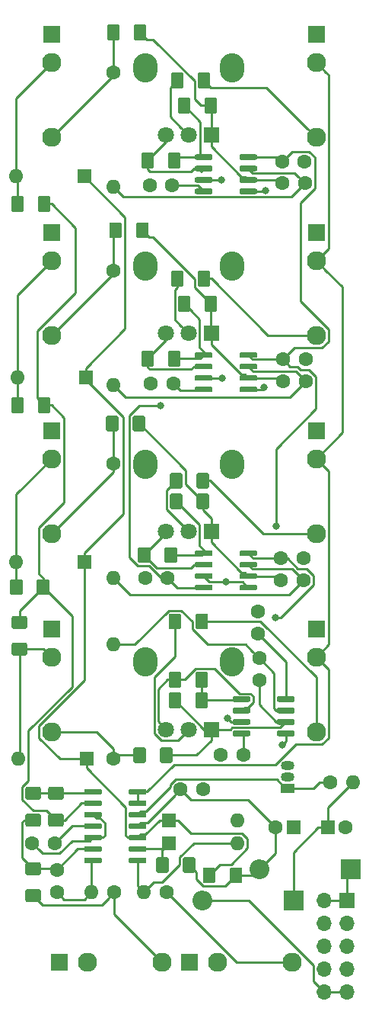
<source format=gbr>
G04 #@! TF.GenerationSoftware,KiCad,Pcbnew,5.1.4*
G04 #@! TF.CreationDate,2019-09-28T21:29:45+01:00*
G04 #@! TF.ProjectId,attenuverter_mixer,61747465-6e75-4766-9572-7465725f6d69,rev?*
G04 #@! TF.SameCoordinates,Original*
G04 #@! TF.FileFunction,Copper,L1,Top*
G04 #@! TF.FilePolarity,Positive*
%FSLAX46Y46*%
G04 Gerber Fmt 4.6, Leading zero omitted, Abs format (unit mm)*
G04 Created by KiCad (PCBNEW 5.1.4) date 2019-09-28 21:29:45*
%MOMM*%
%LPD*%
G04 APERTURE LIST*
%ADD10R,1.600000X1.600000*%
%ADD11C,1.600000*%
%ADD12O,1.600000X1.600000*%
%ADD13R,2.200000X2.200000*%
%ADD14O,2.200000X2.200000*%
%ADD15R,1.700000X1.700000*%
%ADD16O,1.700000X1.700000*%
%ADD17C,2.130000*%
%ADD18R,1.930000X1.830000*%
%ADD19R,1.830000X1.930000*%
%ADD20R,1.800000X1.800000*%
%ADD21C,1.800000*%
%ADD22O,2.720000X3.240000*%
%ADD23C,0.100000*%
%ADD24C,0.600000*%
%ADD25O,1.500000X1.050000*%
%ADD26R,1.500000X1.050000*%
%ADD27C,1.425000*%
%ADD28C,0.800000*%
%ADD29C,0.250000*%
G04 APERTURE END LIST*
D10*
X65913000Y-129667000D03*
D11*
X67913000Y-129667000D03*
X60103000Y-129667000D03*
D10*
X62103000Y-129667000D03*
D11*
X60833000Y-55753000D03*
X63333000Y-55753000D03*
X48601000Y-58420000D03*
X46101000Y-58420000D03*
X63460000Y-77724000D03*
X60960000Y-77724000D03*
X46228000Y-80391000D03*
X48728000Y-80391000D03*
X63206000Y-99822000D03*
X60706000Y-99822000D03*
X45593000Y-101981000D03*
X48093000Y-101981000D03*
X58166000Y-105704000D03*
X58166000Y-108204000D03*
X35814000Y-134406000D03*
X35814000Y-136906000D03*
X54038500Y-121602500D03*
X56538500Y-121602500D03*
D12*
X31242000Y-57404000D03*
D10*
X38862000Y-57404000D03*
X38989000Y-79756000D03*
D12*
X31369000Y-79756000D03*
X31242000Y-100203000D03*
D10*
X38862000Y-100203000D03*
X39116000Y-122047000D03*
D12*
X31496000Y-122047000D03*
D10*
X48260000Y-128905000D03*
D12*
X55880000Y-128905000D03*
X55880000Y-131445000D03*
D10*
X48260000Y-131445000D03*
D13*
X68453000Y-134366000D03*
D14*
X58293000Y-134366000D03*
X51943000Y-137795000D03*
D13*
X62103000Y-137795000D03*
D15*
X68072000Y-137795000D03*
D16*
X65532000Y-137795000D03*
X68072000Y-140335000D03*
X65532000Y-140335000D03*
X68072000Y-142875000D03*
X65532000Y-142875000D03*
X68072000Y-145415000D03*
X65532000Y-145415000D03*
X68072000Y-147955000D03*
X65532000Y-147955000D03*
D17*
X64643000Y-44756000D03*
D18*
X64643000Y-41656000D03*
D17*
X64643000Y-53056000D03*
X35179000Y-53056000D03*
D18*
X35179000Y-41656000D03*
D17*
X35179000Y-44756000D03*
X64643000Y-75056000D03*
D18*
X64643000Y-63656000D03*
D17*
X64643000Y-66756000D03*
X64643000Y-97056000D03*
D18*
X64643000Y-85656000D03*
D17*
X64643000Y-88756000D03*
X39168000Y-144653000D03*
D19*
X36068000Y-144653000D03*
D17*
X47468000Y-144653000D03*
X61946000Y-144653000D03*
D19*
X50546000Y-144653000D03*
D17*
X53646000Y-144653000D03*
D20*
X52959000Y-52832000D03*
D21*
X50459000Y-52832000D03*
X47959000Y-52832000D03*
D22*
X45659000Y-45332000D03*
X55259000Y-45332000D03*
D20*
X52959000Y-74832000D03*
D21*
X50459000Y-74832000D03*
X47959000Y-74832000D03*
D22*
X45659000Y-67332000D03*
X55259000Y-67332000D03*
X55259000Y-111332000D03*
X45659000Y-111332000D03*
D21*
X47959000Y-118832000D03*
X50459000Y-118832000D03*
D20*
X52959000Y-118832000D03*
D23*
G36*
X57924703Y-76945722D02*
G01*
X57939264Y-76947882D01*
X57953543Y-76951459D01*
X57967403Y-76956418D01*
X57980710Y-76962712D01*
X57993336Y-76970280D01*
X58005159Y-76979048D01*
X58016066Y-76988934D01*
X58025952Y-76999841D01*
X58034720Y-77011664D01*
X58042288Y-77024290D01*
X58048582Y-77037597D01*
X58053541Y-77051457D01*
X58057118Y-77065736D01*
X58059278Y-77080297D01*
X58060000Y-77095000D01*
X58060000Y-77395000D01*
X58059278Y-77409703D01*
X58057118Y-77424264D01*
X58053541Y-77438543D01*
X58048582Y-77452403D01*
X58042288Y-77465710D01*
X58034720Y-77478336D01*
X58025952Y-77490159D01*
X58016066Y-77501066D01*
X58005159Y-77510952D01*
X57993336Y-77519720D01*
X57980710Y-77527288D01*
X57967403Y-77533582D01*
X57953543Y-77538541D01*
X57939264Y-77542118D01*
X57924703Y-77544278D01*
X57910000Y-77545000D01*
X56260000Y-77545000D01*
X56245297Y-77544278D01*
X56230736Y-77542118D01*
X56216457Y-77538541D01*
X56202597Y-77533582D01*
X56189290Y-77527288D01*
X56176664Y-77519720D01*
X56164841Y-77510952D01*
X56153934Y-77501066D01*
X56144048Y-77490159D01*
X56135280Y-77478336D01*
X56127712Y-77465710D01*
X56121418Y-77452403D01*
X56116459Y-77438543D01*
X56112882Y-77424264D01*
X56110722Y-77409703D01*
X56110000Y-77395000D01*
X56110000Y-77095000D01*
X56110722Y-77080297D01*
X56112882Y-77065736D01*
X56116459Y-77051457D01*
X56121418Y-77037597D01*
X56127712Y-77024290D01*
X56135280Y-77011664D01*
X56144048Y-76999841D01*
X56153934Y-76988934D01*
X56164841Y-76979048D01*
X56176664Y-76970280D01*
X56189290Y-76962712D01*
X56202597Y-76956418D01*
X56216457Y-76951459D01*
X56230736Y-76947882D01*
X56245297Y-76945722D01*
X56260000Y-76945000D01*
X57910000Y-76945000D01*
X57924703Y-76945722D01*
X57924703Y-76945722D01*
G37*
D24*
X57085000Y-77245000D03*
D23*
G36*
X57924703Y-78215722D02*
G01*
X57939264Y-78217882D01*
X57953543Y-78221459D01*
X57967403Y-78226418D01*
X57980710Y-78232712D01*
X57993336Y-78240280D01*
X58005159Y-78249048D01*
X58016066Y-78258934D01*
X58025952Y-78269841D01*
X58034720Y-78281664D01*
X58042288Y-78294290D01*
X58048582Y-78307597D01*
X58053541Y-78321457D01*
X58057118Y-78335736D01*
X58059278Y-78350297D01*
X58060000Y-78365000D01*
X58060000Y-78665000D01*
X58059278Y-78679703D01*
X58057118Y-78694264D01*
X58053541Y-78708543D01*
X58048582Y-78722403D01*
X58042288Y-78735710D01*
X58034720Y-78748336D01*
X58025952Y-78760159D01*
X58016066Y-78771066D01*
X58005159Y-78780952D01*
X57993336Y-78789720D01*
X57980710Y-78797288D01*
X57967403Y-78803582D01*
X57953543Y-78808541D01*
X57939264Y-78812118D01*
X57924703Y-78814278D01*
X57910000Y-78815000D01*
X56260000Y-78815000D01*
X56245297Y-78814278D01*
X56230736Y-78812118D01*
X56216457Y-78808541D01*
X56202597Y-78803582D01*
X56189290Y-78797288D01*
X56176664Y-78789720D01*
X56164841Y-78780952D01*
X56153934Y-78771066D01*
X56144048Y-78760159D01*
X56135280Y-78748336D01*
X56127712Y-78735710D01*
X56121418Y-78722403D01*
X56116459Y-78708543D01*
X56112882Y-78694264D01*
X56110722Y-78679703D01*
X56110000Y-78665000D01*
X56110000Y-78365000D01*
X56110722Y-78350297D01*
X56112882Y-78335736D01*
X56116459Y-78321457D01*
X56121418Y-78307597D01*
X56127712Y-78294290D01*
X56135280Y-78281664D01*
X56144048Y-78269841D01*
X56153934Y-78258934D01*
X56164841Y-78249048D01*
X56176664Y-78240280D01*
X56189290Y-78232712D01*
X56202597Y-78226418D01*
X56216457Y-78221459D01*
X56230736Y-78217882D01*
X56245297Y-78215722D01*
X56260000Y-78215000D01*
X57910000Y-78215000D01*
X57924703Y-78215722D01*
X57924703Y-78215722D01*
G37*
D24*
X57085000Y-78515000D03*
D23*
G36*
X57924703Y-79485722D02*
G01*
X57939264Y-79487882D01*
X57953543Y-79491459D01*
X57967403Y-79496418D01*
X57980710Y-79502712D01*
X57993336Y-79510280D01*
X58005159Y-79519048D01*
X58016066Y-79528934D01*
X58025952Y-79539841D01*
X58034720Y-79551664D01*
X58042288Y-79564290D01*
X58048582Y-79577597D01*
X58053541Y-79591457D01*
X58057118Y-79605736D01*
X58059278Y-79620297D01*
X58060000Y-79635000D01*
X58060000Y-79935000D01*
X58059278Y-79949703D01*
X58057118Y-79964264D01*
X58053541Y-79978543D01*
X58048582Y-79992403D01*
X58042288Y-80005710D01*
X58034720Y-80018336D01*
X58025952Y-80030159D01*
X58016066Y-80041066D01*
X58005159Y-80050952D01*
X57993336Y-80059720D01*
X57980710Y-80067288D01*
X57967403Y-80073582D01*
X57953543Y-80078541D01*
X57939264Y-80082118D01*
X57924703Y-80084278D01*
X57910000Y-80085000D01*
X56260000Y-80085000D01*
X56245297Y-80084278D01*
X56230736Y-80082118D01*
X56216457Y-80078541D01*
X56202597Y-80073582D01*
X56189290Y-80067288D01*
X56176664Y-80059720D01*
X56164841Y-80050952D01*
X56153934Y-80041066D01*
X56144048Y-80030159D01*
X56135280Y-80018336D01*
X56127712Y-80005710D01*
X56121418Y-79992403D01*
X56116459Y-79978543D01*
X56112882Y-79964264D01*
X56110722Y-79949703D01*
X56110000Y-79935000D01*
X56110000Y-79635000D01*
X56110722Y-79620297D01*
X56112882Y-79605736D01*
X56116459Y-79591457D01*
X56121418Y-79577597D01*
X56127712Y-79564290D01*
X56135280Y-79551664D01*
X56144048Y-79539841D01*
X56153934Y-79528934D01*
X56164841Y-79519048D01*
X56176664Y-79510280D01*
X56189290Y-79502712D01*
X56202597Y-79496418D01*
X56216457Y-79491459D01*
X56230736Y-79487882D01*
X56245297Y-79485722D01*
X56260000Y-79485000D01*
X57910000Y-79485000D01*
X57924703Y-79485722D01*
X57924703Y-79485722D01*
G37*
D24*
X57085000Y-79785000D03*
D23*
G36*
X57924703Y-80755722D02*
G01*
X57939264Y-80757882D01*
X57953543Y-80761459D01*
X57967403Y-80766418D01*
X57980710Y-80772712D01*
X57993336Y-80780280D01*
X58005159Y-80789048D01*
X58016066Y-80798934D01*
X58025952Y-80809841D01*
X58034720Y-80821664D01*
X58042288Y-80834290D01*
X58048582Y-80847597D01*
X58053541Y-80861457D01*
X58057118Y-80875736D01*
X58059278Y-80890297D01*
X58060000Y-80905000D01*
X58060000Y-81205000D01*
X58059278Y-81219703D01*
X58057118Y-81234264D01*
X58053541Y-81248543D01*
X58048582Y-81262403D01*
X58042288Y-81275710D01*
X58034720Y-81288336D01*
X58025952Y-81300159D01*
X58016066Y-81311066D01*
X58005159Y-81320952D01*
X57993336Y-81329720D01*
X57980710Y-81337288D01*
X57967403Y-81343582D01*
X57953543Y-81348541D01*
X57939264Y-81352118D01*
X57924703Y-81354278D01*
X57910000Y-81355000D01*
X56260000Y-81355000D01*
X56245297Y-81354278D01*
X56230736Y-81352118D01*
X56216457Y-81348541D01*
X56202597Y-81343582D01*
X56189290Y-81337288D01*
X56176664Y-81329720D01*
X56164841Y-81320952D01*
X56153934Y-81311066D01*
X56144048Y-81300159D01*
X56135280Y-81288336D01*
X56127712Y-81275710D01*
X56121418Y-81262403D01*
X56116459Y-81248543D01*
X56112882Y-81234264D01*
X56110722Y-81219703D01*
X56110000Y-81205000D01*
X56110000Y-80905000D01*
X56110722Y-80890297D01*
X56112882Y-80875736D01*
X56116459Y-80861457D01*
X56121418Y-80847597D01*
X56127712Y-80834290D01*
X56135280Y-80821664D01*
X56144048Y-80809841D01*
X56153934Y-80798934D01*
X56164841Y-80789048D01*
X56176664Y-80780280D01*
X56189290Y-80772712D01*
X56202597Y-80766418D01*
X56216457Y-80761459D01*
X56230736Y-80757882D01*
X56245297Y-80755722D01*
X56260000Y-80755000D01*
X57910000Y-80755000D01*
X57924703Y-80755722D01*
X57924703Y-80755722D01*
G37*
D24*
X57085000Y-81055000D03*
D23*
G36*
X52974703Y-80755722D02*
G01*
X52989264Y-80757882D01*
X53003543Y-80761459D01*
X53017403Y-80766418D01*
X53030710Y-80772712D01*
X53043336Y-80780280D01*
X53055159Y-80789048D01*
X53066066Y-80798934D01*
X53075952Y-80809841D01*
X53084720Y-80821664D01*
X53092288Y-80834290D01*
X53098582Y-80847597D01*
X53103541Y-80861457D01*
X53107118Y-80875736D01*
X53109278Y-80890297D01*
X53110000Y-80905000D01*
X53110000Y-81205000D01*
X53109278Y-81219703D01*
X53107118Y-81234264D01*
X53103541Y-81248543D01*
X53098582Y-81262403D01*
X53092288Y-81275710D01*
X53084720Y-81288336D01*
X53075952Y-81300159D01*
X53066066Y-81311066D01*
X53055159Y-81320952D01*
X53043336Y-81329720D01*
X53030710Y-81337288D01*
X53017403Y-81343582D01*
X53003543Y-81348541D01*
X52989264Y-81352118D01*
X52974703Y-81354278D01*
X52960000Y-81355000D01*
X51310000Y-81355000D01*
X51295297Y-81354278D01*
X51280736Y-81352118D01*
X51266457Y-81348541D01*
X51252597Y-81343582D01*
X51239290Y-81337288D01*
X51226664Y-81329720D01*
X51214841Y-81320952D01*
X51203934Y-81311066D01*
X51194048Y-81300159D01*
X51185280Y-81288336D01*
X51177712Y-81275710D01*
X51171418Y-81262403D01*
X51166459Y-81248543D01*
X51162882Y-81234264D01*
X51160722Y-81219703D01*
X51160000Y-81205000D01*
X51160000Y-80905000D01*
X51160722Y-80890297D01*
X51162882Y-80875736D01*
X51166459Y-80861457D01*
X51171418Y-80847597D01*
X51177712Y-80834290D01*
X51185280Y-80821664D01*
X51194048Y-80809841D01*
X51203934Y-80798934D01*
X51214841Y-80789048D01*
X51226664Y-80780280D01*
X51239290Y-80772712D01*
X51252597Y-80766418D01*
X51266457Y-80761459D01*
X51280736Y-80757882D01*
X51295297Y-80755722D01*
X51310000Y-80755000D01*
X52960000Y-80755000D01*
X52974703Y-80755722D01*
X52974703Y-80755722D01*
G37*
D24*
X52135000Y-81055000D03*
D23*
G36*
X52974703Y-79485722D02*
G01*
X52989264Y-79487882D01*
X53003543Y-79491459D01*
X53017403Y-79496418D01*
X53030710Y-79502712D01*
X53043336Y-79510280D01*
X53055159Y-79519048D01*
X53066066Y-79528934D01*
X53075952Y-79539841D01*
X53084720Y-79551664D01*
X53092288Y-79564290D01*
X53098582Y-79577597D01*
X53103541Y-79591457D01*
X53107118Y-79605736D01*
X53109278Y-79620297D01*
X53110000Y-79635000D01*
X53110000Y-79935000D01*
X53109278Y-79949703D01*
X53107118Y-79964264D01*
X53103541Y-79978543D01*
X53098582Y-79992403D01*
X53092288Y-80005710D01*
X53084720Y-80018336D01*
X53075952Y-80030159D01*
X53066066Y-80041066D01*
X53055159Y-80050952D01*
X53043336Y-80059720D01*
X53030710Y-80067288D01*
X53017403Y-80073582D01*
X53003543Y-80078541D01*
X52989264Y-80082118D01*
X52974703Y-80084278D01*
X52960000Y-80085000D01*
X51310000Y-80085000D01*
X51295297Y-80084278D01*
X51280736Y-80082118D01*
X51266457Y-80078541D01*
X51252597Y-80073582D01*
X51239290Y-80067288D01*
X51226664Y-80059720D01*
X51214841Y-80050952D01*
X51203934Y-80041066D01*
X51194048Y-80030159D01*
X51185280Y-80018336D01*
X51177712Y-80005710D01*
X51171418Y-79992403D01*
X51166459Y-79978543D01*
X51162882Y-79964264D01*
X51160722Y-79949703D01*
X51160000Y-79935000D01*
X51160000Y-79635000D01*
X51160722Y-79620297D01*
X51162882Y-79605736D01*
X51166459Y-79591457D01*
X51171418Y-79577597D01*
X51177712Y-79564290D01*
X51185280Y-79551664D01*
X51194048Y-79539841D01*
X51203934Y-79528934D01*
X51214841Y-79519048D01*
X51226664Y-79510280D01*
X51239290Y-79502712D01*
X51252597Y-79496418D01*
X51266457Y-79491459D01*
X51280736Y-79487882D01*
X51295297Y-79485722D01*
X51310000Y-79485000D01*
X52960000Y-79485000D01*
X52974703Y-79485722D01*
X52974703Y-79485722D01*
G37*
D24*
X52135000Y-79785000D03*
D23*
G36*
X52974703Y-78215722D02*
G01*
X52989264Y-78217882D01*
X53003543Y-78221459D01*
X53017403Y-78226418D01*
X53030710Y-78232712D01*
X53043336Y-78240280D01*
X53055159Y-78249048D01*
X53066066Y-78258934D01*
X53075952Y-78269841D01*
X53084720Y-78281664D01*
X53092288Y-78294290D01*
X53098582Y-78307597D01*
X53103541Y-78321457D01*
X53107118Y-78335736D01*
X53109278Y-78350297D01*
X53110000Y-78365000D01*
X53110000Y-78665000D01*
X53109278Y-78679703D01*
X53107118Y-78694264D01*
X53103541Y-78708543D01*
X53098582Y-78722403D01*
X53092288Y-78735710D01*
X53084720Y-78748336D01*
X53075952Y-78760159D01*
X53066066Y-78771066D01*
X53055159Y-78780952D01*
X53043336Y-78789720D01*
X53030710Y-78797288D01*
X53017403Y-78803582D01*
X53003543Y-78808541D01*
X52989264Y-78812118D01*
X52974703Y-78814278D01*
X52960000Y-78815000D01*
X51310000Y-78815000D01*
X51295297Y-78814278D01*
X51280736Y-78812118D01*
X51266457Y-78808541D01*
X51252597Y-78803582D01*
X51239290Y-78797288D01*
X51226664Y-78789720D01*
X51214841Y-78780952D01*
X51203934Y-78771066D01*
X51194048Y-78760159D01*
X51185280Y-78748336D01*
X51177712Y-78735710D01*
X51171418Y-78722403D01*
X51166459Y-78708543D01*
X51162882Y-78694264D01*
X51160722Y-78679703D01*
X51160000Y-78665000D01*
X51160000Y-78365000D01*
X51160722Y-78350297D01*
X51162882Y-78335736D01*
X51166459Y-78321457D01*
X51171418Y-78307597D01*
X51177712Y-78294290D01*
X51185280Y-78281664D01*
X51194048Y-78269841D01*
X51203934Y-78258934D01*
X51214841Y-78249048D01*
X51226664Y-78240280D01*
X51239290Y-78232712D01*
X51252597Y-78226418D01*
X51266457Y-78221459D01*
X51280736Y-78217882D01*
X51295297Y-78215722D01*
X51310000Y-78215000D01*
X52960000Y-78215000D01*
X52974703Y-78215722D01*
X52974703Y-78215722D01*
G37*
D24*
X52135000Y-78515000D03*
D23*
G36*
X52974703Y-76945722D02*
G01*
X52989264Y-76947882D01*
X53003543Y-76951459D01*
X53017403Y-76956418D01*
X53030710Y-76962712D01*
X53043336Y-76970280D01*
X53055159Y-76979048D01*
X53066066Y-76988934D01*
X53075952Y-76999841D01*
X53084720Y-77011664D01*
X53092288Y-77024290D01*
X53098582Y-77037597D01*
X53103541Y-77051457D01*
X53107118Y-77065736D01*
X53109278Y-77080297D01*
X53110000Y-77095000D01*
X53110000Y-77395000D01*
X53109278Y-77409703D01*
X53107118Y-77424264D01*
X53103541Y-77438543D01*
X53098582Y-77452403D01*
X53092288Y-77465710D01*
X53084720Y-77478336D01*
X53075952Y-77490159D01*
X53066066Y-77501066D01*
X53055159Y-77510952D01*
X53043336Y-77519720D01*
X53030710Y-77527288D01*
X53017403Y-77533582D01*
X53003543Y-77538541D01*
X52989264Y-77542118D01*
X52974703Y-77544278D01*
X52960000Y-77545000D01*
X51310000Y-77545000D01*
X51295297Y-77544278D01*
X51280736Y-77542118D01*
X51266457Y-77538541D01*
X51252597Y-77533582D01*
X51239290Y-77527288D01*
X51226664Y-77519720D01*
X51214841Y-77510952D01*
X51203934Y-77501066D01*
X51194048Y-77490159D01*
X51185280Y-77478336D01*
X51177712Y-77465710D01*
X51171418Y-77452403D01*
X51166459Y-77438543D01*
X51162882Y-77424264D01*
X51160722Y-77409703D01*
X51160000Y-77395000D01*
X51160000Y-77095000D01*
X51160722Y-77080297D01*
X51162882Y-77065736D01*
X51166459Y-77051457D01*
X51171418Y-77037597D01*
X51177712Y-77024290D01*
X51185280Y-77011664D01*
X51194048Y-76999841D01*
X51203934Y-76988934D01*
X51214841Y-76979048D01*
X51226664Y-76970280D01*
X51239290Y-76962712D01*
X51252597Y-76956418D01*
X51266457Y-76951459D01*
X51280736Y-76947882D01*
X51295297Y-76945722D01*
X51310000Y-76945000D01*
X52960000Y-76945000D01*
X52974703Y-76945722D01*
X52974703Y-76945722D01*
G37*
D24*
X52135000Y-77245000D03*
D23*
G36*
X40655703Y-125430722D02*
G01*
X40670264Y-125432882D01*
X40684543Y-125436459D01*
X40698403Y-125441418D01*
X40711710Y-125447712D01*
X40724336Y-125455280D01*
X40736159Y-125464048D01*
X40747066Y-125473934D01*
X40756952Y-125484841D01*
X40765720Y-125496664D01*
X40773288Y-125509290D01*
X40779582Y-125522597D01*
X40784541Y-125536457D01*
X40788118Y-125550736D01*
X40790278Y-125565297D01*
X40791000Y-125580000D01*
X40791000Y-125880000D01*
X40790278Y-125894703D01*
X40788118Y-125909264D01*
X40784541Y-125923543D01*
X40779582Y-125937403D01*
X40773288Y-125950710D01*
X40765720Y-125963336D01*
X40756952Y-125975159D01*
X40747066Y-125986066D01*
X40736159Y-125995952D01*
X40724336Y-126004720D01*
X40711710Y-126012288D01*
X40698403Y-126018582D01*
X40684543Y-126023541D01*
X40670264Y-126027118D01*
X40655703Y-126029278D01*
X40641000Y-126030000D01*
X38991000Y-126030000D01*
X38976297Y-126029278D01*
X38961736Y-126027118D01*
X38947457Y-126023541D01*
X38933597Y-126018582D01*
X38920290Y-126012288D01*
X38907664Y-126004720D01*
X38895841Y-125995952D01*
X38884934Y-125986066D01*
X38875048Y-125975159D01*
X38866280Y-125963336D01*
X38858712Y-125950710D01*
X38852418Y-125937403D01*
X38847459Y-125923543D01*
X38843882Y-125909264D01*
X38841722Y-125894703D01*
X38841000Y-125880000D01*
X38841000Y-125580000D01*
X38841722Y-125565297D01*
X38843882Y-125550736D01*
X38847459Y-125536457D01*
X38852418Y-125522597D01*
X38858712Y-125509290D01*
X38866280Y-125496664D01*
X38875048Y-125484841D01*
X38884934Y-125473934D01*
X38895841Y-125464048D01*
X38907664Y-125455280D01*
X38920290Y-125447712D01*
X38933597Y-125441418D01*
X38947457Y-125436459D01*
X38961736Y-125432882D01*
X38976297Y-125430722D01*
X38991000Y-125430000D01*
X40641000Y-125430000D01*
X40655703Y-125430722D01*
X40655703Y-125430722D01*
G37*
D24*
X39816000Y-125730000D03*
D23*
G36*
X40655703Y-126700722D02*
G01*
X40670264Y-126702882D01*
X40684543Y-126706459D01*
X40698403Y-126711418D01*
X40711710Y-126717712D01*
X40724336Y-126725280D01*
X40736159Y-126734048D01*
X40747066Y-126743934D01*
X40756952Y-126754841D01*
X40765720Y-126766664D01*
X40773288Y-126779290D01*
X40779582Y-126792597D01*
X40784541Y-126806457D01*
X40788118Y-126820736D01*
X40790278Y-126835297D01*
X40791000Y-126850000D01*
X40791000Y-127150000D01*
X40790278Y-127164703D01*
X40788118Y-127179264D01*
X40784541Y-127193543D01*
X40779582Y-127207403D01*
X40773288Y-127220710D01*
X40765720Y-127233336D01*
X40756952Y-127245159D01*
X40747066Y-127256066D01*
X40736159Y-127265952D01*
X40724336Y-127274720D01*
X40711710Y-127282288D01*
X40698403Y-127288582D01*
X40684543Y-127293541D01*
X40670264Y-127297118D01*
X40655703Y-127299278D01*
X40641000Y-127300000D01*
X38991000Y-127300000D01*
X38976297Y-127299278D01*
X38961736Y-127297118D01*
X38947457Y-127293541D01*
X38933597Y-127288582D01*
X38920290Y-127282288D01*
X38907664Y-127274720D01*
X38895841Y-127265952D01*
X38884934Y-127256066D01*
X38875048Y-127245159D01*
X38866280Y-127233336D01*
X38858712Y-127220710D01*
X38852418Y-127207403D01*
X38847459Y-127193543D01*
X38843882Y-127179264D01*
X38841722Y-127164703D01*
X38841000Y-127150000D01*
X38841000Y-126850000D01*
X38841722Y-126835297D01*
X38843882Y-126820736D01*
X38847459Y-126806457D01*
X38852418Y-126792597D01*
X38858712Y-126779290D01*
X38866280Y-126766664D01*
X38875048Y-126754841D01*
X38884934Y-126743934D01*
X38895841Y-126734048D01*
X38907664Y-126725280D01*
X38920290Y-126717712D01*
X38933597Y-126711418D01*
X38947457Y-126706459D01*
X38961736Y-126702882D01*
X38976297Y-126700722D01*
X38991000Y-126700000D01*
X40641000Y-126700000D01*
X40655703Y-126700722D01*
X40655703Y-126700722D01*
G37*
D24*
X39816000Y-127000000D03*
D23*
G36*
X40655703Y-127970722D02*
G01*
X40670264Y-127972882D01*
X40684543Y-127976459D01*
X40698403Y-127981418D01*
X40711710Y-127987712D01*
X40724336Y-127995280D01*
X40736159Y-128004048D01*
X40747066Y-128013934D01*
X40756952Y-128024841D01*
X40765720Y-128036664D01*
X40773288Y-128049290D01*
X40779582Y-128062597D01*
X40784541Y-128076457D01*
X40788118Y-128090736D01*
X40790278Y-128105297D01*
X40791000Y-128120000D01*
X40791000Y-128420000D01*
X40790278Y-128434703D01*
X40788118Y-128449264D01*
X40784541Y-128463543D01*
X40779582Y-128477403D01*
X40773288Y-128490710D01*
X40765720Y-128503336D01*
X40756952Y-128515159D01*
X40747066Y-128526066D01*
X40736159Y-128535952D01*
X40724336Y-128544720D01*
X40711710Y-128552288D01*
X40698403Y-128558582D01*
X40684543Y-128563541D01*
X40670264Y-128567118D01*
X40655703Y-128569278D01*
X40641000Y-128570000D01*
X38991000Y-128570000D01*
X38976297Y-128569278D01*
X38961736Y-128567118D01*
X38947457Y-128563541D01*
X38933597Y-128558582D01*
X38920290Y-128552288D01*
X38907664Y-128544720D01*
X38895841Y-128535952D01*
X38884934Y-128526066D01*
X38875048Y-128515159D01*
X38866280Y-128503336D01*
X38858712Y-128490710D01*
X38852418Y-128477403D01*
X38847459Y-128463543D01*
X38843882Y-128449264D01*
X38841722Y-128434703D01*
X38841000Y-128420000D01*
X38841000Y-128120000D01*
X38841722Y-128105297D01*
X38843882Y-128090736D01*
X38847459Y-128076457D01*
X38852418Y-128062597D01*
X38858712Y-128049290D01*
X38866280Y-128036664D01*
X38875048Y-128024841D01*
X38884934Y-128013934D01*
X38895841Y-128004048D01*
X38907664Y-127995280D01*
X38920290Y-127987712D01*
X38933597Y-127981418D01*
X38947457Y-127976459D01*
X38961736Y-127972882D01*
X38976297Y-127970722D01*
X38991000Y-127970000D01*
X40641000Y-127970000D01*
X40655703Y-127970722D01*
X40655703Y-127970722D01*
G37*
D24*
X39816000Y-128270000D03*
D23*
G36*
X40655703Y-129240722D02*
G01*
X40670264Y-129242882D01*
X40684543Y-129246459D01*
X40698403Y-129251418D01*
X40711710Y-129257712D01*
X40724336Y-129265280D01*
X40736159Y-129274048D01*
X40747066Y-129283934D01*
X40756952Y-129294841D01*
X40765720Y-129306664D01*
X40773288Y-129319290D01*
X40779582Y-129332597D01*
X40784541Y-129346457D01*
X40788118Y-129360736D01*
X40790278Y-129375297D01*
X40791000Y-129390000D01*
X40791000Y-129690000D01*
X40790278Y-129704703D01*
X40788118Y-129719264D01*
X40784541Y-129733543D01*
X40779582Y-129747403D01*
X40773288Y-129760710D01*
X40765720Y-129773336D01*
X40756952Y-129785159D01*
X40747066Y-129796066D01*
X40736159Y-129805952D01*
X40724336Y-129814720D01*
X40711710Y-129822288D01*
X40698403Y-129828582D01*
X40684543Y-129833541D01*
X40670264Y-129837118D01*
X40655703Y-129839278D01*
X40641000Y-129840000D01*
X38991000Y-129840000D01*
X38976297Y-129839278D01*
X38961736Y-129837118D01*
X38947457Y-129833541D01*
X38933597Y-129828582D01*
X38920290Y-129822288D01*
X38907664Y-129814720D01*
X38895841Y-129805952D01*
X38884934Y-129796066D01*
X38875048Y-129785159D01*
X38866280Y-129773336D01*
X38858712Y-129760710D01*
X38852418Y-129747403D01*
X38847459Y-129733543D01*
X38843882Y-129719264D01*
X38841722Y-129704703D01*
X38841000Y-129690000D01*
X38841000Y-129390000D01*
X38841722Y-129375297D01*
X38843882Y-129360736D01*
X38847459Y-129346457D01*
X38852418Y-129332597D01*
X38858712Y-129319290D01*
X38866280Y-129306664D01*
X38875048Y-129294841D01*
X38884934Y-129283934D01*
X38895841Y-129274048D01*
X38907664Y-129265280D01*
X38920290Y-129257712D01*
X38933597Y-129251418D01*
X38947457Y-129246459D01*
X38961736Y-129242882D01*
X38976297Y-129240722D01*
X38991000Y-129240000D01*
X40641000Y-129240000D01*
X40655703Y-129240722D01*
X40655703Y-129240722D01*
G37*
D24*
X39816000Y-129540000D03*
D23*
G36*
X40655703Y-130510722D02*
G01*
X40670264Y-130512882D01*
X40684543Y-130516459D01*
X40698403Y-130521418D01*
X40711710Y-130527712D01*
X40724336Y-130535280D01*
X40736159Y-130544048D01*
X40747066Y-130553934D01*
X40756952Y-130564841D01*
X40765720Y-130576664D01*
X40773288Y-130589290D01*
X40779582Y-130602597D01*
X40784541Y-130616457D01*
X40788118Y-130630736D01*
X40790278Y-130645297D01*
X40791000Y-130660000D01*
X40791000Y-130960000D01*
X40790278Y-130974703D01*
X40788118Y-130989264D01*
X40784541Y-131003543D01*
X40779582Y-131017403D01*
X40773288Y-131030710D01*
X40765720Y-131043336D01*
X40756952Y-131055159D01*
X40747066Y-131066066D01*
X40736159Y-131075952D01*
X40724336Y-131084720D01*
X40711710Y-131092288D01*
X40698403Y-131098582D01*
X40684543Y-131103541D01*
X40670264Y-131107118D01*
X40655703Y-131109278D01*
X40641000Y-131110000D01*
X38991000Y-131110000D01*
X38976297Y-131109278D01*
X38961736Y-131107118D01*
X38947457Y-131103541D01*
X38933597Y-131098582D01*
X38920290Y-131092288D01*
X38907664Y-131084720D01*
X38895841Y-131075952D01*
X38884934Y-131066066D01*
X38875048Y-131055159D01*
X38866280Y-131043336D01*
X38858712Y-131030710D01*
X38852418Y-131017403D01*
X38847459Y-131003543D01*
X38843882Y-130989264D01*
X38841722Y-130974703D01*
X38841000Y-130960000D01*
X38841000Y-130660000D01*
X38841722Y-130645297D01*
X38843882Y-130630736D01*
X38847459Y-130616457D01*
X38852418Y-130602597D01*
X38858712Y-130589290D01*
X38866280Y-130576664D01*
X38875048Y-130564841D01*
X38884934Y-130553934D01*
X38895841Y-130544048D01*
X38907664Y-130535280D01*
X38920290Y-130527712D01*
X38933597Y-130521418D01*
X38947457Y-130516459D01*
X38961736Y-130512882D01*
X38976297Y-130510722D01*
X38991000Y-130510000D01*
X40641000Y-130510000D01*
X40655703Y-130510722D01*
X40655703Y-130510722D01*
G37*
D24*
X39816000Y-130810000D03*
D23*
G36*
X40655703Y-131780722D02*
G01*
X40670264Y-131782882D01*
X40684543Y-131786459D01*
X40698403Y-131791418D01*
X40711710Y-131797712D01*
X40724336Y-131805280D01*
X40736159Y-131814048D01*
X40747066Y-131823934D01*
X40756952Y-131834841D01*
X40765720Y-131846664D01*
X40773288Y-131859290D01*
X40779582Y-131872597D01*
X40784541Y-131886457D01*
X40788118Y-131900736D01*
X40790278Y-131915297D01*
X40791000Y-131930000D01*
X40791000Y-132230000D01*
X40790278Y-132244703D01*
X40788118Y-132259264D01*
X40784541Y-132273543D01*
X40779582Y-132287403D01*
X40773288Y-132300710D01*
X40765720Y-132313336D01*
X40756952Y-132325159D01*
X40747066Y-132336066D01*
X40736159Y-132345952D01*
X40724336Y-132354720D01*
X40711710Y-132362288D01*
X40698403Y-132368582D01*
X40684543Y-132373541D01*
X40670264Y-132377118D01*
X40655703Y-132379278D01*
X40641000Y-132380000D01*
X38991000Y-132380000D01*
X38976297Y-132379278D01*
X38961736Y-132377118D01*
X38947457Y-132373541D01*
X38933597Y-132368582D01*
X38920290Y-132362288D01*
X38907664Y-132354720D01*
X38895841Y-132345952D01*
X38884934Y-132336066D01*
X38875048Y-132325159D01*
X38866280Y-132313336D01*
X38858712Y-132300710D01*
X38852418Y-132287403D01*
X38847459Y-132273543D01*
X38843882Y-132259264D01*
X38841722Y-132244703D01*
X38841000Y-132230000D01*
X38841000Y-131930000D01*
X38841722Y-131915297D01*
X38843882Y-131900736D01*
X38847459Y-131886457D01*
X38852418Y-131872597D01*
X38858712Y-131859290D01*
X38866280Y-131846664D01*
X38875048Y-131834841D01*
X38884934Y-131823934D01*
X38895841Y-131814048D01*
X38907664Y-131805280D01*
X38920290Y-131797712D01*
X38933597Y-131791418D01*
X38947457Y-131786459D01*
X38961736Y-131782882D01*
X38976297Y-131780722D01*
X38991000Y-131780000D01*
X40641000Y-131780000D01*
X40655703Y-131780722D01*
X40655703Y-131780722D01*
G37*
D24*
X39816000Y-132080000D03*
D23*
G36*
X40655703Y-133050722D02*
G01*
X40670264Y-133052882D01*
X40684543Y-133056459D01*
X40698403Y-133061418D01*
X40711710Y-133067712D01*
X40724336Y-133075280D01*
X40736159Y-133084048D01*
X40747066Y-133093934D01*
X40756952Y-133104841D01*
X40765720Y-133116664D01*
X40773288Y-133129290D01*
X40779582Y-133142597D01*
X40784541Y-133156457D01*
X40788118Y-133170736D01*
X40790278Y-133185297D01*
X40791000Y-133200000D01*
X40791000Y-133500000D01*
X40790278Y-133514703D01*
X40788118Y-133529264D01*
X40784541Y-133543543D01*
X40779582Y-133557403D01*
X40773288Y-133570710D01*
X40765720Y-133583336D01*
X40756952Y-133595159D01*
X40747066Y-133606066D01*
X40736159Y-133615952D01*
X40724336Y-133624720D01*
X40711710Y-133632288D01*
X40698403Y-133638582D01*
X40684543Y-133643541D01*
X40670264Y-133647118D01*
X40655703Y-133649278D01*
X40641000Y-133650000D01*
X38991000Y-133650000D01*
X38976297Y-133649278D01*
X38961736Y-133647118D01*
X38947457Y-133643541D01*
X38933597Y-133638582D01*
X38920290Y-133632288D01*
X38907664Y-133624720D01*
X38895841Y-133615952D01*
X38884934Y-133606066D01*
X38875048Y-133595159D01*
X38866280Y-133583336D01*
X38858712Y-133570710D01*
X38852418Y-133557403D01*
X38847459Y-133543543D01*
X38843882Y-133529264D01*
X38841722Y-133514703D01*
X38841000Y-133500000D01*
X38841000Y-133200000D01*
X38841722Y-133185297D01*
X38843882Y-133170736D01*
X38847459Y-133156457D01*
X38852418Y-133142597D01*
X38858712Y-133129290D01*
X38866280Y-133116664D01*
X38875048Y-133104841D01*
X38884934Y-133093934D01*
X38895841Y-133084048D01*
X38907664Y-133075280D01*
X38920290Y-133067712D01*
X38933597Y-133061418D01*
X38947457Y-133056459D01*
X38961736Y-133052882D01*
X38976297Y-133050722D01*
X38991000Y-133050000D01*
X40641000Y-133050000D01*
X40655703Y-133050722D01*
X40655703Y-133050722D01*
G37*
D24*
X39816000Y-133350000D03*
D23*
G36*
X45605703Y-133050722D02*
G01*
X45620264Y-133052882D01*
X45634543Y-133056459D01*
X45648403Y-133061418D01*
X45661710Y-133067712D01*
X45674336Y-133075280D01*
X45686159Y-133084048D01*
X45697066Y-133093934D01*
X45706952Y-133104841D01*
X45715720Y-133116664D01*
X45723288Y-133129290D01*
X45729582Y-133142597D01*
X45734541Y-133156457D01*
X45738118Y-133170736D01*
X45740278Y-133185297D01*
X45741000Y-133200000D01*
X45741000Y-133500000D01*
X45740278Y-133514703D01*
X45738118Y-133529264D01*
X45734541Y-133543543D01*
X45729582Y-133557403D01*
X45723288Y-133570710D01*
X45715720Y-133583336D01*
X45706952Y-133595159D01*
X45697066Y-133606066D01*
X45686159Y-133615952D01*
X45674336Y-133624720D01*
X45661710Y-133632288D01*
X45648403Y-133638582D01*
X45634543Y-133643541D01*
X45620264Y-133647118D01*
X45605703Y-133649278D01*
X45591000Y-133650000D01*
X43941000Y-133650000D01*
X43926297Y-133649278D01*
X43911736Y-133647118D01*
X43897457Y-133643541D01*
X43883597Y-133638582D01*
X43870290Y-133632288D01*
X43857664Y-133624720D01*
X43845841Y-133615952D01*
X43834934Y-133606066D01*
X43825048Y-133595159D01*
X43816280Y-133583336D01*
X43808712Y-133570710D01*
X43802418Y-133557403D01*
X43797459Y-133543543D01*
X43793882Y-133529264D01*
X43791722Y-133514703D01*
X43791000Y-133500000D01*
X43791000Y-133200000D01*
X43791722Y-133185297D01*
X43793882Y-133170736D01*
X43797459Y-133156457D01*
X43802418Y-133142597D01*
X43808712Y-133129290D01*
X43816280Y-133116664D01*
X43825048Y-133104841D01*
X43834934Y-133093934D01*
X43845841Y-133084048D01*
X43857664Y-133075280D01*
X43870290Y-133067712D01*
X43883597Y-133061418D01*
X43897457Y-133056459D01*
X43911736Y-133052882D01*
X43926297Y-133050722D01*
X43941000Y-133050000D01*
X45591000Y-133050000D01*
X45605703Y-133050722D01*
X45605703Y-133050722D01*
G37*
D24*
X44766000Y-133350000D03*
D23*
G36*
X45605703Y-131780722D02*
G01*
X45620264Y-131782882D01*
X45634543Y-131786459D01*
X45648403Y-131791418D01*
X45661710Y-131797712D01*
X45674336Y-131805280D01*
X45686159Y-131814048D01*
X45697066Y-131823934D01*
X45706952Y-131834841D01*
X45715720Y-131846664D01*
X45723288Y-131859290D01*
X45729582Y-131872597D01*
X45734541Y-131886457D01*
X45738118Y-131900736D01*
X45740278Y-131915297D01*
X45741000Y-131930000D01*
X45741000Y-132230000D01*
X45740278Y-132244703D01*
X45738118Y-132259264D01*
X45734541Y-132273543D01*
X45729582Y-132287403D01*
X45723288Y-132300710D01*
X45715720Y-132313336D01*
X45706952Y-132325159D01*
X45697066Y-132336066D01*
X45686159Y-132345952D01*
X45674336Y-132354720D01*
X45661710Y-132362288D01*
X45648403Y-132368582D01*
X45634543Y-132373541D01*
X45620264Y-132377118D01*
X45605703Y-132379278D01*
X45591000Y-132380000D01*
X43941000Y-132380000D01*
X43926297Y-132379278D01*
X43911736Y-132377118D01*
X43897457Y-132373541D01*
X43883597Y-132368582D01*
X43870290Y-132362288D01*
X43857664Y-132354720D01*
X43845841Y-132345952D01*
X43834934Y-132336066D01*
X43825048Y-132325159D01*
X43816280Y-132313336D01*
X43808712Y-132300710D01*
X43802418Y-132287403D01*
X43797459Y-132273543D01*
X43793882Y-132259264D01*
X43791722Y-132244703D01*
X43791000Y-132230000D01*
X43791000Y-131930000D01*
X43791722Y-131915297D01*
X43793882Y-131900736D01*
X43797459Y-131886457D01*
X43802418Y-131872597D01*
X43808712Y-131859290D01*
X43816280Y-131846664D01*
X43825048Y-131834841D01*
X43834934Y-131823934D01*
X43845841Y-131814048D01*
X43857664Y-131805280D01*
X43870290Y-131797712D01*
X43883597Y-131791418D01*
X43897457Y-131786459D01*
X43911736Y-131782882D01*
X43926297Y-131780722D01*
X43941000Y-131780000D01*
X45591000Y-131780000D01*
X45605703Y-131780722D01*
X45605703Y-131780722D01*
G37*
D24*
X44766000Y-132080000D03*
D23*
G36*
X45605703Y-130510722D02*
G01*
X45620264Y-130512882D01*
X45634543Y-130516459D01*
X45648403Y-130521418D01*
X45661710Y-130527712D01*
X45674336Y-130535280D01*
X45686159Y-130544048D01*
X45697066Y-130553934D01*
X45706952Y-130564841D01*
X45715720Y-130576664D01*
X45723288Y-130589290D01*
X45729582Y-130602597D01*
X45734541Y-130616457D01*
X45738118Y-130630736D01*
X45740278Y-130645297D01*
X45741000Y-130660000D01*
X45741000Y-130960000D01*
X45740278Y-130974703D01*
X45738118Y-130989264D01*
X45734541Y-131003543D01*
X45729582Y-131017403D01*
X45723288Y-131030710D01*
X45715720Y-131043336D01*
X45706952Y-131055159D01*
X45697066Y-131066066D01*
X45686159Y-131075952D01*
X45674336Y-131084720D01*
X45661710Y-131092288D01*
X45648403Y-131098582D01*
X45634543Y-131103541D01*
X45620264Y-131107118D01*
X45605703Y-131109278D01*
X45591000Y-131110000D01*
X43941000Y-131110000D01*
X43926297Y-131109278D01*
X43911736Y-131107118D01*
X43897457Y-131103541D01*
X43883597Y-131098582D01*
X43870290Y-131092288D01*
X43857664Y-131084720D01*
X43845841Y-131075952D01*
X43834934Y-131066066D01*
X43825048Y-131055159D01*
X43816280Y-131043336D01*
X43808712Y-131030710D01*
X43802418Y-131017403D01*
X43797459Y-131003543D01*
X43793882Y-130989264D01*
X43791722Y-130974703D01*
X43791000Y-130960000D01*
X43791000Y-130660000D01*
X43791722Y-130645297D01*
X43793882Y-130630736D01*
X43797459Y-130616457D01*
X43802418Y-130602597D01*
X43808712Y-130589290D01*
X43816280Y-130576664D01*
X43825048Y-130564841D01*
X43834934Y-130553934D01*
X43845841Y-130544048D01*
X43857664Y-130535280D01*
X43870290Y-130527712D01*
X43883597Y-130521418D01*
X43897457Y-130516459D01*
X43911736Y-130512882D01*
X43926297Y-130510722D01*
X43941000Y-130510000D01*
X45591000Y-130510000D01*
X45605703Y-130510722D01*
X45605703Y-130510722D01*
G37*
D24*
X44766000Y-130810000D03*
D23*
G36*
X45605703Y-129240722D02*
G01*
X45620264Y-129242882D01*
X45634543Y-129246459D01*
X45648403Y-129251418D01*
X45661710Y-129257712D01*
X45674336Y-129265280D01*
X45686159Y-129274048D01*
X45697066Y-129283934D01*
X45706952Y-129294841D01*
X45715720Y-129306664D01*
X45723288Y-129319290D01*
X45729582Y-129332597D01*
X45734541Y-129346457D01*
X45738118Y-129360736D01*
X45740278Y-129375297D01*
X45741000Y-129390000D01*
X45741000Y-129690000D01*
X45740278Y-129704703D01*
X45738118Y-129719264D01*
X45734541Y-129733543D01*
X45729582Y-129747403D01*
X45723288Y-129760710D01*
X45715720Y-129773336D01*
X45706952Y-129785159D01*
X45697066Y-129796066D01*
X45686159Y-129805952D01*
X45674336Y-129814720D01*
X45661710Y-129822288D01*
X45648403Y-129828582D01*
X45634543Y-129833541D01*
X45620264Y-129837118D01*
X45605703Y-129839278D01*
X45591000Y-129840000D01*
X43941000Y-129840000D01*
X43926297Y-129839278D01*
X43911736Y-129837118D01*
X43897457Y-129833541D01*
X43883597Y-129828582D01*
X43870290Y-129822288D01*
X43857664Y-129814720D01*
X43845841Y-129805952D01*
X43834934Y-129796066D01*
X43825048Y-129785159D01*
X43816280Y-129773336D01*
X43808712Y-129760710D01*
X43802418Y-129747403D01*
X43797459Y-129733543D01*
X43793882Y-129719264D01*
X43791722Y-129704703D01*
X43791000Y-129690000D01*
X43791000Y-129390000D01*
X43791722Y-129375297D01*
X43793882Y-129360736D01*
X43797459Y-129346457D01*
X43802418Y-129332597D01*
X43808712Y-129319290D01*
X43816280Y-129306664D01*
X43825048Y-129294841D01*
X43834934Y-129283934D01*
X43845841Y-129274048D01*
X43857664Y-129265280D01*
X43870290Y-129257712D01*
X43883597Y-129251418D01*
X43897457Y-129246459D01*
X43911736Y-129242882D01*
X43926297Y-129240722D01*
X43941000Y-129240000D01*
X45591000Y-129240000D01*
X45605703Y-129240722D01*
X45605703Y-129240722D01*
G37*
D24*
X44766000Y-129540000D03*
D23*
G36*
X45605703Y-127970722D02*
G01*
X45620264Y-127972882D01*
X45634543Y-127976459D01*
X45648403Y-127981418D01*
X45661710Y-127987712D01*
X45674336Y-127995280D01*
X45686159Y-128004048D01*
X45697066Y-128013934D01*
X45706952Y-128024841D01*
X45715720Y-128036664D01*
X45723288Y-128049290D01*
X45729582Y-128062597D01*
X45734541Y-128076457D01*
X45738118Y-128090736D01*
X45740278Y-128105297D01*
X45741000Y-128120000D01*
X45741000Y-128420000D01*
X45740278Y-128434703D01*
X45738118Y-128449264D01*
X45734541Y-128463543D01*
X45729582Y-128477403D01*
X45723288Y-128490710D01*
X45715720Y-128503336D01*
X45706952Y-128515159D01*
X45697066Y-128526066D01*
X45686159Y-128535952D01*
X45674336Y-128544720D01*
X45661710Y-128552288D01*
X45648403Y-128558582D01*
X45634543Y-128563541D01*
X45620264Y-128567118D01*
X45605703Y-128569278D01*
X45591000Y-128570000D01*
X43941000Y-128570000D01*
X43926297Y-128569278D01*
X43911736Y-128567118D01*
X43897457Y-128563541D01*
X43883597Y-128558582D01*
X43870290Y-128552288D01*
X43857664Y-128544720D01*
X43845841Y-128535952D01*
X43834934Y-128526066D01*
X43825048Y-128515159D01*
X43816280Y-128503336D01*
X43808712Y-128490710D01*
X43802418Y-128477403D01*
X43797459Y-128463543D01*
X43793882Y-128449264D01*
X43791722Y-128434703D01*
X43791000Y-128420000D01*
X43791000Y-128120000D01*
X43791722Y-128105297D01*
X43793882Y-128090736D01*
X43797459Y-128076457D01*
X43802418Y-128062597D01*
X43808712Y-128049290D01*
X43816280Y-128036664D01*
X43825048Y-128024841D01*
X43834934Y-128013934D01*
X43845841Y-128004048D01*
X43857664Y-127995280D01*
X43870290Y-127987712D01*
X43883597Y-127981418D01*
X43897457Y-127976459D01*
X43911736Y-127972882D01*
X43926297Y-127970722D01*
X43941000Y-127970000D01*
X45591000Y-127970000D01*
X45605703Y-127970722D01*
X45605703Y-127970722D01*
G37*
D24*
X44766000Y-128270000D03*
D23*
G36*
X45605703Y-126700722D02*
G01*
X45620264Y-126702882D01*
X45634543Y-126706459D01*
X45648403Y-126711418D01*
X45661710Y-126717712D01*
X45674336Y-126725280D01*
X45686159Y-126734048D01*
X45697066Y-126743934D01*
X45706952Y-126754841D01*
X45715720Y-126766664D01*
X45723288Y-126779290D01*
X45729582Y-126792597D01*
X45734541Y-126806457D01*
X45738118Y-126820736D01*
X45740278Y-126835297D01*
X45741000Y-126850000D01*
X45741000Y-127150000D01*
X45740278Y-127164703D01*
X45738118Y-127179264D01*
X45734541Y-127193543D01*
X45729582Y-127207403D01*
X45723288Y-127220710D01*
X45715720Y-127233336D01*
X45706952Y-127245159D01*
X45697066Y-127256066D01*
X45686159Y-127265952D01*
X45674336Y-127274720D01*
X45661710Y-127282288D01*
X45648403Y-127288582D01*
X45634543Y-127293541D01*
X45620264Y-127297118D01*
X45605703Y-127299278D01*
X45591000Y-127300000D01*
X43941000Y-127300000D01*
X43926297Y-127299278D01*
X43911736Y-127297118D01*
X43897457Y-127293541D01*
X43883597Y-127288582D01*
X43870290Y-127282288D01*
X43857664Y-127274720D01*
X43845841Y-127265952D01*
X43834934Y-127256066D01*
X43825048Y-127245159D01*
X43816280Y-127233336D01*
X43808712Y-127220710D01*
X43802418Y-127207403D01*
X43797459Y-127193543D01*
X43793882Y-127179264D01*
X43791722Y-127164703D01*
X43791000Y-127150000D01*
X43791000Y-126850000D01*
X43791722Y-126835297D01*
X43793882Y-126820736D01*
X43797459Y-126806457D01*
X43802418Y-126792597D01*
X43808712Y-126779290D01*
X43816280Y-126766664D01*
X43825048Y-126754841D01*
X43834934Y-126743934D01*
X43845841Y-126734048D01*
X43857664Y-126725280D01*
X43870290Y-126717712D01*
X43883597Y-126711418D01*
X43897457Y-126706459D01*
X43911736Y-126702882D01*
X43926297Y-126700722D01*
X43941000Y-126700000D01*
X45591000Y-126700000D01*
X45605703Y-126700722D01*
X45605703Y-126700722D01*
G37*
D24*
X44766000Y-127000000D03*
D23*
G36*
X45605703Y-125430722D02*
G01*
X45620264Y-125432882D01*
X45634543Y-125436459D01*
X45648403Y-125441418D01*
X45661710Y-125447712D01*
X45674336Y-125455280D01*
X45686159Y-125464048D01*
X45697066Y-125473934D01*
X45706952Y-125484841D01*
X45715720Y-125496664D01*
X45723288Y-125509290D01*
X45729582Y-125522597D01*
X45734541Y-125536457D01*
X45738118Y-125550736D01*
X45740278Y-125565297D01*
X45741000Y-125580000D01*
X45741000Y-125880000D01*
X45740278Y-125894703D01*
X45738118Y-125909264D01*
X45734541Y-125923543D01*
X45729582Y-125937403D01*
X45723288Y-125950710D01*
X45715720Y-125963336D01*
X45706952Y-125975159D01*
X45697066Y-125986066D01*
X45686159Y-125995952D01*
X45674336Y-126004720D01*
X45661710Y-126012288D01*
X45648403Y-126018582D01*
X45634543Y-126023541D01*
X45620264Y-126027118D01*
X45605703Y-126029278D01*
X45591000Y-126030000D01*
X43941000Y-126030000D01*
X43926297Y-126029278D01*
X43911736Y-126027118D01*
X43897457Y-126023541D01*
X43883597Y-126018582D01*
X43870290Y-126012288D01*
X43857664Y-126004720D01*
X43845841Y-125995952D01*
X43834934Y-125986066D01*
X43825048Y-125975159D01*
X43816280Y-125963336D01*
X43808712Y-125950710D01*
X43802418Y-125937403D01*
X43797459Y-125923543D01*
X43793882Y-125909264D01*
X43791722Y-125894703D01*
X43791000Y-125880000D01*
X43791000Y-125580000D01*
X43791722Y-125565297D01*
X43793882Y-125550736D01*
X43797459Y-125536457D01*
X43802418Y-125522597D01*
X43808712Y-125509290D01*
X43816280Y-125496664D01*
X43825048Y-125484841D01*
X43834934Y-125473934D01*
X43845841Y-125464048D01*
X43857664Y-125455280D01*
X43870290Y-125447712D01*
X43883597Y-125441418D01*
X43897457Y-125436459D01*
X43911736Y-125432882D01*
X43926297Y-125430722D01*
X43941000Y-125430000D01*
X45591000Y-125430000D01*
X45605703Y-125430722D01*
X45605703Y-125430722D01*
G37*
D24*
X44766000Y-125730000D03*
D25*
X61468000Y-124079000D03*
X61468000Y-122809000D03*
D26*
X61468000Y-125349000D03*
D23*
G36*
X34867504Y-59578204D02*
G01*
X34891773Y-59581804D01*
X34915571Y-59587765D01*
X34938671Y-59596030D01*
X34960849Y-59606520D01*
X34981893Y-59619133D01*
X35001598Y-59633747D01*
X35019777Y-59650223D01*
X35036253Y-59668402D01*
X35050867Y-59688107D01*
X35063480Y-59709151D01*
X35073970Y-59731329D01*
X35082235Y-59754429D01*
X35088196Y-59778227D01*
X35091796Y-59802496D01*
X35093000Y-59827000D01*
X35093000Y-61077000D01*
X35091796Y-61101504D01*
X35088196Y-61125773D01*
X35082235Y-61149571D01*
X35073970Y-61172671D01*
X35063480Y-61194849D01*
X35050867Y-61215893D01*
X35036253Y-61235598D01*
X35019777Y-61253777D01*
X35001598Y-61270253D01*
X34981893Y-61284867D01*
X34960849Y-61297480D01*
X34938671Y-61307970D01*
X34915571Y-61316235D01*
X34891773Y-61322196D01*
X34867504Y-61325796D01*
X34843000Y-61327000D01*
X33918000Y-61327000D01*
X33893496Y-61325796D01*
X33869227Y-61322196D01*
X33845429Y-61316235D01*
X33822329Y-61307970D01*
X33800151Y-61297480D01*
X33779107Y-61284867D01*
X33759402Y-61270253D01*
X33741223Y-61253777D01*
X33724747Y-61235598D01*
X33710133Y-61215893D01*
X33697520Y-61194849D01*
X33687030Y-61172671D01*
X33678765Y-61149571D01*
X33672804Y-61125773D01*
X33669204Y-61101504D01*
X33668000Y-61077000D01*
X33668000Y-59827000D01*
X33669204Y-59802496D01*
X33672804Y-59778227D01*
X33678765Y-59754429D01*
X33687030Y-59731329D01*
X33697520Y-59709151D01*
X33710133Y-59688107D01*
X33724747Y-59668402D01*
X33741223Y-59650223D01*
X33759402Y-59633747D01*
X33779107Y-59619133D01*
X33800151Y-59606520D01*
X33822329Y-59596030D01*
X33845429Y-59587765D01*
X33869227Y-59581804D01*
X33893496Y-59578204D01*
X33918000Y-59577000D01*
X34843000Y-59577000D01*
X34867504Y-59578204D01*
X34867504Y-59578204D01*
G37*
D27*
X34380500Y-60452000D03*
D23*
G36*
X31892504Y-59578204D02*
G01*
X31916773Y-59581804D01*
X31940571Y-59587765D01*
X31963671Y-59596030D01*
X31985849Y-59606520D01*
X32006893Y-59619133D01*
X32026598Y-59633747D01*
X32044777Y-59650223D01*
X32061253Y-59668402D01*
X32075867Y-59688107D01*
X32088480Y-59709151D01*
X32098970Y-59731329D01*
X32107235Y-59754429D01*
X32113196Y-59778227D01*
X32116796Y-59802496D01*
X32118000Y-59827000D01*
X32118000Y-61077000D01*
X32116796Y-61101504D01*
X32113196Y-61125773D01*
X32107235Y-61149571D01*
X32098970Y-61172671D01*
X32088480Y-61194849D01*
X32075867Y-61215893D01*
X32061253Y-61235598D01*
X32044777Y-61253777D01*
X32026598Y-61270253D01*
X32006893Y-61284867D01*
X31985849Y-61297480D01*
X31963671Y-61307970D01*
X31940571Y-61316235D01*
X31916773Y-61322196D01*
X31892504Y-61325796D01*
X31868000Y-61327000D01*
X30943000Y-61327000D01*
X30918496Y-61325796D01*
X30894227Y-61322196D01*
X30870429Y-61316235D01*
X30847329Y-61307970D01*
X30825151Y-61297480D01*
X30804107Y-61284867D01*
X30784402Y-61270253D01*
X30766223Y-61253777D01*
X30749747Y-61235598D01*
X30735133Y-61215893D01*
X30722520Y-61194849D01*
X30712030Y-61172671D01*
X30703765Y-61149571D01*
X30697804Y-61125773D01*
X30694204Y-61101504D01*
X30693000Y-61077000D01*
X30693000Y-59827000D01*
X30694204Y-59802496D01*
X30697804Y-59778227D01*
X30703765Y-59754429D01*
X30712030Y-59731329D01*
X30722520Y-59709151D01*
X30735133Y-59688107D01*
X30749747Y-59668402D01*
X30766223Y-59650223D01*
X30784402Y-59633747D01*
X30804107Y-59619133D01*
X30825151Y-59606520D01*
X30847329Y-59596030D01*
X30870429Y-59587765D01*
X30894227Y-59581804D01*
X30918496Y-59578204D01*
X30943000Y-59577000D01*
X31868000Y-59577000D01*
X31892504Y-59578204D01*
X31892504Y-59578204D01*
G37*
D27*
X31405500Y-60452000D03*
D23*
G36*
X31892504Y-81930204D02*
G01*
X31916773Y-81933804D01*
X31940571Y-81939765D01*
X31963671Y-81948030D01*
X31985849Y-81958520D01*
X32006893Y-81971133D01*
X32026598Y-81985747D01*
X32044777Y-82002223D01*
X32061253Y-82020402D01*
X32075867Y-82040107D01*
X32088480Y-82061151D01*
X32098970Y-82083329D01*
X32107235Y-82106429D01*
X32113196Y-82130227D01*
X32116796Y-82154496D01*
X32118000Y-82179000D01*
X32118000Y-83429000D01*
X32116796Y-83453504D01*
X32113196Y-83477773D01*
X32107235Y-83501571D01*
X32098970Y-83524671D01*
X32088480Y-83546849D01*
X32075867Y-83567893D01*
X32061253Y-83587598D01*
X32044777Y-83605777D01*
X32026598Y-83622253D01*
X32006893Y-83636867D01*
X31985849Y-83649480D01*
X31963671Y-83659970D01*
X31940571Y-83668235D01*
X31916773Y-83674196D01*
X31892504Y-83677796D01*
X31868000Y-83679000D01*
X30943000Y-83679000D01*
X30918496Y-83677796D01*
X30894227Y-83674196D01*
X30870429Y-83668235D01*
X30847329Y-83659970D01*
X30825151Y-83649480D01*
X30804107Y-83636867D01*
X30784402Y-83622253D01*
X30766223Y-83605777D01*
X30749747Y-83587598D01*
X30735133Y-83567893D01*
X30722520Y-83546849D01*
X30712030Y-83524671D01*
X30703765Y-83501571D01*
X30697804Y-83477773D01*
X30694204Y-83453504D01*
X30693000Y-83429000D01*
X30693000Y-82179000D01*
X30694204Y-82154496D01*
X30697804Y-82130227D01*
X30703765Y-82106429D01*
X30712030Y-82083329D01*
X30722520Y-82061151D01*
X30735133Y-82040107D01*
X30749747Y-82020402D01*
X30766223Y-82002223D01*
X30784402Y-81985747D01*
X30804107Y-81971133D01*
X30825151Y-81958520D01*
X30847329Y-81948030D01*
X30870429Y-81939765D01*
X30894227Y-81933804D01*
X30918496Y-81930204D01*
X30943000Y-81929000D01*
X31868000Y-81929000D01*
X31892504Y-81930204D01*
X31892504Y-81930204D01*
G37*
D27*
X31405500Y-82804000D03*
D23*
G36*
X34867504Y-81930204D02*
G01*
X34891773Y-81933804D01*
X34915571Y-81939765D01*
X34938671Y-81948030D01*
X34960849Y-81958520D01*
X34981893Y-81971133D01*
X35001598Y-81985747D01*
X35019777Y-82002223D01*
X35036253Y-82020402D01*
X35050867Y-82040107D01*
X35063480Y-82061151D01*
X35073970Y-82083329D01*
X35082235Y-82106429D01*
X35088196Y-82130227D01*
X35091796Y-82154496D01*
X35093000Y-82179000D01*
X35093000Y-83429000D01*
X35091796Y-83453504D01*
X35088196Y-83477773D01*
X35082235Y-83501571D01*
X35073970Y-83524671D01*
X35063480Y-83546849D01*
X35050867Y-83567893D01*
X35036253Y-83587598D01*
X35019777Y-83605777D01*
X35001598Y-83622253D01*
X34981893Y-83636867D01*
X34960849Y-83649480D01*
X34938671Y-83659970D01*
X34915571Y-83668235D01*
X34891773Y-83674196D01*
X34867504Y-83677796D01*
X34843000Y-83679000D01*
X33918000Y-83679000D01*
X33893496Y-83677796D01*
X33869227Y-83674196D01*
X33845429Y-83668235D01*
X33822329Y-83659970D01*
X33800151Y-83649480D01*
X33779107Y-83636867D01*
X33759402Y-83622253D01*
X33741223Y-83605777D01*
X33724747Y-83587598D01*
X33710133Y-83567893D01*
X33697520Y-83546849D01*
X33687030Y-83524671D01*
X33678765Y-83501571D01*
X33672804Y-83477773D01*
X33669204Y-83453504D01*
X33668000Y-83429000D01*
X33668000Y-82179000D01*
X33669204Y-82154496D01*
X33672804Y-82130227D01*
X33678765Y-82106429D01*
X33687030Y-82083329D01*
X33697520Y-82061151D01*
X33710133Y-82040107D01*
X33724747Y-82020402D01*
X33741223Y-82002223D01*
X33759402Y-81985747D01*
X33779107Y-81971133D01*
X33800151Y-81958520D01*
X33822329Y-81948030D01*
X33845429Y-81939765D01*
X33869227Y-81933804D01*
X33893496Y-81930204D01*
X33918000Y-81929000D01*
X34843000Y-81929000D01*
X34867504Y-81930204D01*
X34867504Y-81930204D01*
G37*
D27*
X34380500Y-82804000D03*
D23*
G36*
X34740504Y-102123204D02*
G01*
X34764773Y-102126804D01*
X34788571Y-102132765D01*
X34811671Y-102141030D01*
X34833849Y-102151520D01*
X34854893Y-102164133D01*
X34874598Y-102178747D01*
X34892777Y-102195223D01*
X34909253Y-102213402D01*
X34923867Y-102233107D01*
X34936480Y-102254151D01*
X34946970Y-102276329D01*
X34955235Y-102299429D01*
X34961196Y-102323227D01*
X34964796Y-102347496D01*
X34966000Y-102372000D01*
X34966000Y-103622000D01*
X34964796Y-103646504D01*
X34961196Y-103670773D01*
X34955235Y-103694571D01*
X34946970Y-103717671D01*
X34936480Y-103739849D01*
X34923867Y-103760893D01*
X34909253Y-103780598D01*
X34892777Y-103798777D01*
X34874598Y-103815253D01*
X34854893Y-103829867D01*
X34833849Y-103842480D01*
X34811671Y-103852970D01*
X34788571Y-103861235D01*
X34764773Y-103867196D01*
X34740504Y-103870796D01*
X34716000Y-103872000D01*
X33791000Y-103872000D01*
X33766496Y-103870796D01*
X33742227Y-103867196D01*
X33718429Y-103861235D01*
X33695329Y-103852970D01*
X33673151Y-103842480D01*
X33652107Y-103829867D01*
X33632402Y-103815253D01*
X33614223Y-103798777D01*
X33597747Y-103780598D01*
X33583133Y-103760893D01*
X33570520Y-103739849D01*
X33560030Y-103717671D01*
X33551765Y-103694571D01*
X33545804Y-103670773D01*
X33542204Y-103646504D01*
X33541000Y-103622000D01*
X33541000Y-102372000D01*
X33542204Y-102347496D01*
X33545804Y-102323227D01*
X33551765Y-102299429D01*
X33560030Y-102276329D01*
X33570520Y-102254151D01*
X33583133Y-102233107D01*
X33597747Y-102213402D01*
X33614223Y-102195223D01*
X33632402Y-102178747D01*
X33652107Y-102164133D01*
X33673151Y-102151520D01*
X33695329Y-102141030D01*
X33718429Y-102132765D01*
X33742227Y-102126804D01*
X33766496Y-102123204D01*
X33791000Y-102122000D01*
X34716000Y-102122000D01*
X34740504Y-102123204D01*
X34740504Y-102123204D01*
G37*
D27*
X34253500Y-102997000D03*
D23*
G36*
X31765504Y-102123204D02*
G01*
X31789773Y-102126804D01*
X31813571Y-102132765D01*
X31836671Y-102141030D01*
X31858849Y-102151520D01*
X31879893Y-102164133D01*
X31899598Y-102178747D01*
X31917777Y-102195223D01*
X31934253Y-102213402D01*
X31948867Y-102233107D01*
X31961480Y-102254151D01*
X31971970Y-102276329D01*
X31980235Y-102299429D01*
X31986196Y-102323227D01*
X31989796Y-102347496D01*
X31991000Y-102372000D01*
X31991000Y-103622000D01*
X31989796Y-103646504D01*
X31986196Y-103670773D01*
X31980235Y-103694571D01*
X31971970Y-103717671D01*
X31961480Y-103739849D01*
X31948867Y-103760893D01*
X31934253Y-103780598D01*
X31917777Y-103798777D01*
X31899598Y-103815253D01*
X31879893Y-103829867D01*
X31858849Y-103842480D01*
X31836671Y-103852970D01*
X31813571Y-103861235D01*
X31789773Y-103867196D01*
X31765504Y-103870796D01*
X31741000Y-103872000D01*
X30816000Y-103872000D01*
X30791496Y-103870796D01*
X30767227Y-103867196D01*
X30743429Y-103861235D01*
X30720329Y-103852970D01*
X30698151Y-103842480D01*
X30677107Y-103829867D01*
X30657402Y-103815253D01*
X30639223Y-103798777D01*
X30622747Y-103780598D01*
X30608133Y-103760893D01*
X30595520Y-103739849D01*
X30585030Y-103717671D01*
X30576765Y-103694571D01*
X30570804Y-103670773D01*
X30567204Y-103646504D01*
X30566000Y-103622000D01*
X30566000Y-102372000D01*
X30567204Y-102347496D01*
X30570804Y-102323227D01*
X30576765Y-102299429D01*
X30585030Y-102276329D01*
X30595520Y-102254151D01*
X30608133Y-102233107D01*
X30622747Y-102213402D01*
X30639223Y-102195223D01*
X30657402Y-102178747D01*
X30677107Y-102164133D01*
X30698151Y-102151520D01*
X30720329Y-102141030D01*
X30743429Y-102132765D01*
X30767227Y-102126804D01*
X30791496Y-102123204D01*
X30816000Y-102122000D01*
X31741000Y-102122000D01*
X31765504Y-102123204D01*
X31765504Y-102123204D01*
G37*
D27*
X31278500Y-102997000D03*
D23*
G36*
X32272504Y-109170704D02*
G01*
X32296773Y-109174304D01*
X32320571Y-109180265D01*
X32343671Y-109188530D01*
X32365849Y-109199020D01*
X32386893Y-109211633D01*
X32406598Y-109226247D01*
X32424777Y-109242723D01*
X32441253Y-109260902D01*
X32455867Y-109280607D01*
X32468480Y-109301651D01*
X32478970Y-109323829D01*
X32487235Y-109346929D01*
X32493196Y-109370727D01*
X32496796Y-109394996D01*
X32498000Y-109419500D01*
X32498000Y-110344500D01*
X32496796Y-110369004D01*
X32493196Y-110393273D01*
X32487235Y-110417071D01*
X32478970Y-110440171D01*
X32468480Y-110462349D01*
X32455867Y-110483393D01*
X32441253Y-110503098D01*
X32424777Y-110521277D01*
X32406598Y-110537753D01*
X32386893Y-110552367D01*
X32365849Y-110564980D01*
X32343671Y-110575470D01*
X32320571Y-110583735D01*
X32296773Y-110589696D01*
X32272504Y-110593296D01*
X32248000Y-110594500D01*
X30998000Y-110594500D01*
X30973496Y-110593296D01*
X30949227Y-110589696D01*
X30925429Y-110583735D01*
X30902329Y-110575470D01*
X30880151Y-110564980D01*
X30859107Y-110552367D01*
X30839402Y-110537753D01*
X30821223Y-110521277D01*
X30804747Y-110503098D01*
X30790133Y-110483393D01*
X30777520Y-110462349D01*
X30767030Y-110440171D01*
X30758765Y-110417071D01*
X30752804Y-110393273D01*
X30749204Y-110369004D01*
X30748000Y-110344500D01*
X30748000Y-109419500D01*
X30749204Y-109394996D01*
X30752804Y-109370727D01*
X30758765Y-109346929D01*
X30767030Y-109323829D01*
X30777520Y-109301651D01*
X30790133Y-109280607D01*
X30804747Y-109260902D01*
X30821223Y-109242723D01*
X30839402Y-109226247D01*
X30859107Y-109211633D01*
X30880151Y-109199020D01*
X30902329Y-109188530D01*
X30925429Y-109180265D01*
X30949227Y-109174304D01*
X30973496Y-109170704D01*
X30998000Y-109169500D01*
X32248000Y-109169500D01*
X32272504Y-109170704D01*
X32272504Y-109170704D01*
G37*
D27*
X31623000Y-109882000D03*
D23*
G36*
X32272504Y-106195704D02*
G01*
X32296773Y-106199304D01*
X32320571Y-106205265D01*
X32343671Y-106213530D01*
X32365849Y-106224020D01*
X32386893Y-106236633D01*
X32406598Y-106251247D01*
X32424777Y-106267723D01*
X32441253Y-106285902D01*
X32455867Y-106305607D01*
X32468480Y-106326651D01*
X32478970Y-106348829D01*
X32487235Y-106371929D01*
X32493196Y-106395727D01*
X32496796Y-106419996D01*
X32498000Y-106444500D01*
X32498000Y-107369500D01*
X32496796Y-107394004D01*
X32493196Y-107418273D01*
X32487235Y-107442071D01*
X32478970Y-107465171D01*
X32468480Y-107487349D01*
X32455867Y-107508393D01*
X32441253Y-107528098D01*
X32424777Y-107546277D01*
X32406598Y-107562753D01*
X32386893Y-107577367D01*
X32365849Y-107589980D01*
X32343671Y-107600470D01*
X32320571Y-107608735D01*
X32296773Y-107614696D01*
X32272504Y-107618296D01*
X32248000Y-107619500D01*
X30998000Y-107619500D01*
X30973496Y-107618296D01*
X30949227Y-107614696D01*
X30925429Y-107608735D01*
X30902329Y-107600470D01*
X30880151Y-107589980D01*
X30859107Y-107577367D01*
X30839402Y-107562753D01*
X30821223Y-107546277D01*
X30804747Y-107528098D01*
X30790133Y-107508393D01*
X30777520Y-107487349D01*
X30767030Y-107465171D01*
X30758765Y-107442071D01*
X30752804Y-107418273D01*
X30749204Y-107394004D01*
X30748000Y-107369500D01*
X30748000Y-106444500D01*
X30749204Y-106419996D01*
X30752804Y-106395727D01*
X30758765Y-106371929D01*
X30767030Y-106348829D01*
X30777520Y-106326651D01*
X30790133Y-106305607D01*
X30804747Y-106285902D01*
X30821223Y-106267723D01*
X30839402Y-106251247D01*
X30859107Y-106236633D01*
X30880151Y-106224020D01*
X30902329Y-106213530D01*
X30925429Y-106205265D01*
X30949227Y-106199304D01*
X30973496Y-106195704D01*
X30998000Y-106194500D01*
X32248000Y-106194500D01*
X32272504Y-106195704D01*
X32272504Y-106195704D01*
G37*
D27*
X31623000Y-106907000D03*
D23*
G36*
X33796504Y-128157204D02*
G01*
X33820773Y-128160804D01*
X33844571Y-128166765D01*
X33867671Y-128175030D01*
X33889849Y-128185520D01*
X33910893Y-128198133D01*
X33930598Y-128212747D01*
X33948777Y-128229223D01*
X33965253Y-128247402D01*
X33979867Y-128267107D01*
X33992480Y-128288151D01*
X34002970Y-128310329D01*
X34011235Y-128333429D01*
X34017196Y-128357227D01*
X34020796Y-128381496D01*
X34022000Y-128406000D01*
X34022000Y-129331000D01*
X34020796Y-129355504D01*
X34017196Y-129379773D01*
X34011235Y-129403571D01*
X34002970Y-129426671D01*
X33992480Y-129448849D01*
X33979867Y-129469893D01*
X33965253Y-129489598D01*
X33948777Y-129507777D01*
X33930598Y-129524253D01*
X33910893Y-129538867D01*
X33889849Y-129551480D01*
X33867671Y-129561970D01*
X33844571Y-129570235D01*
X33820773Y-129576196D01*
X33796504Y-129579796D01*
X33772000Y-129581000D01*
X32522000Y-129581000D01*
X32497496Y-129579796D01*
X32473227Y-129576196D01*
X32449429Y-129570235D01*
X32426329Y-129561970D01*
X32404151Y-129551480D01*
X32383107Y-129538867D01*
X32363402Y-129524253D01*
X32345223Y-129507777D01*
X32328747Y-129489598D01*
X32314133Y-129469893D01*
X32301520Y-129448849D01*
X32291030Y-129426671D01*
X32282765Y-129403571D01*
X32276804Y-129379773D01*
X32273204Y-129355504D01*
X32272000Y-129331000D01*
X32272000Y-128406000D01*
X32273204Y-128381496D01*
X32276804Y-128357227D01*
X32282765Y-128333429D01*
X32291030Y-128310329D01*
X32301520Y-128288151D01*
X32314133Y-128267107D01*
X32328747Y-128247402D01*
X32345223Y-128229223D01*
X32363402Y-128212747D01*
X32383107Y-128198133D01*
X32404151Y-128185520D01*
X32426329Y-128175030D01*
X32449429Y-128166765D01*
X32473227Y-128160804D01*
X32497496Y-128157204D01*
X32522000Y-128156000D01*
X33772000Y-128156000D01*
X33796504Y-128157204D01*
X33796504Y-128157204D01*
G37*
D27*
X33147000Y-128868500D03*
D23*
G36*
X33796504Y-125182204D02*
G01*
X33820773Y-125185804D01*
X33844571Y-125191765D01*
X33867671Y-125200030D01*
X33889849Y-125210520D01*
X33910893Y-125223133D01*
X33930598Y-125237747D01*
X33948777Y-125254223D01*
X33965253Y-125272402D01*
X33979867Y-125292107D01*
X33992480Y-125313151D01*
X34002970Y-125335329D01*
X34011235Y-125358429D01*
X34017196Y-125382227D01*
X34020796Y-125406496D01*
X34022000Y-125431000D01*
X34022000Y-126356000D01*
X34020796Y-126380504D01*
X34017196Y-126404773D01*
X34011235Y-126428571D01*
X34002970Y-126451671D01*
X33992480Y-126473849D01*
X33979867Y-126494893D01*
X33965253Y-126514598D01*
X33948777Y-126532777D01*
X33930598Y-126549253D01*
X33910893Y-126563867D01*
X33889849Y-126576480D01*
X33867671Y-126586970D01*
X33844571Y-126595235D01*
X33820773Y-126601196D01*
X33796504Y-126604796D01*
X33772000Y-126606000D01*
X32522000Y-126606000D01*
X32497496Y-126604796D01*
X32473227Y-126601196D01*
X32449429Y-126595235D01*
X32426329Y-126586970D01*
X32404151Y-126576480D01*
X32383107Y-126563867D01*
X32363402Y-126549253D01*
X32345223Y-126532777D01*
X32328747Y-126514598D01*
X32314133Y-126494893D01*
X32301520Y-126473849D01*
X32291030Y-126451671D01*
X32282765Y-126428571D01*
X32276804Y-126404773D01*
X32273204Y-126380504D01*
X32272000Y-126356000D01*
X32272000Y-125431000D01*
X32273204Y-125406496D01*
X32276804Y-125382227D01*
X32282765Y-125358429D01*
X32291030Y-125335329D01*
X32301520Y-125313151D01*
X32314133Y-125292107D01*
X32328747Y-125272402D01*
X32345223Y-125254223D01*
X32363402Y-125237747D01*
X32383107Y-125223133D01*
X32404151Y-125210520D01*
X32426329Y-125200030D01*
X32449429Y-125191765D01*
X32473227Y-125185804D01*
X32497496Y-125182204D01*
X32522000Y-125181000D01*
X33772000Y-125181000D01*
X33796504Y-125182204D01*
X33796504Y-125182204D01*
G37*
D27*
X33147000Y-125893500D03*
D23*
G36*
X36336504Y-125182204D02*
G01*
X36360773Y-125185804D01*
X36384571Y-125191765D01*
X36407671Y-125200030D01*
X36429849Y-125210520D01*
X36450893Y-125223133D01*
X36470598Y-125237747D01*
X36488777Y-125254223D01*
X36505253Y-125272402D01*
X36519867Y-125292107D01*
X36532480Y-125313151D01*
X36542970Y-125335329D01*
X36551235Y-125358429D01*
X36557196Y-125382227D01*
X36560796Y-125406496D01*
X36562000Y-125431000D01*
X36562000Y-126356000D01*
X36560796Y-126380504D01*
X36557196Y-126404773D01*
X36551235Y-126428571D01*
X36542970Y-126451671D01*
X36532480Y-126473849D01*
X36519867Y-126494893D01*
X36505253Y-126514598D01*
X36488777Y-126532777D01*
X36470598Y-126549253D01*
X36450893Y-126563867D01*
X36429849Y-126576480D01*
X36407671Y-126586970D01*
X36384571Y-126595235D01*
X36360773Y-126601196D01*
X36336504Y-126604796D01*
X36312000Y-126606000D01*
X35062000Y-126606000D01*
X35037496Y-126604796D01*
X35013227Y-126601196D01*
X34989429Y-126595235D01*
X34966329Y-126586970D01*
X34944151Y-126576480D01*
X34923107Y-126563867D01*
X34903402Y-126549253D01*
X34885223Y-126532777D01*
X34868747Y-126514598D01*
X34854133Y-126494893D01*
X34841520Y-126473849D01*
X34831030Y-126451671D01*
X34822765Y-126428571D01*
X34816804Y-126404773D01*
X34813204Y-126380504D01*
X34812000Y-126356000D01*
X34812000Y-125431000D01*
X34813204Y-125406496D01*
X34816804Y-125382227D01*
X34822765Y-125358429D01*
X34831030Y-125335329D01*
X34841520Y-125313151D01*
X34854133Y-125292107D01*
X34868747Y-125272402D01*
X34885223Y-125254223D01*
X34903402Y-125237747D01*
X34923107Y-125223133D01*
X34944151Y-125210520D01*
X34966329Y-125200030D01*
X34989429Y-125191765D01*
X35013227Y-125185804D01*
X35037496Y-125182204D01*
X35062000Y-125181000D01*
X36312000Y-125181000D01*
X36336504Y-125182204D01*
X36336504Y-125182204D01*
G37*
D27*
X35687000Y-125893500D03*
D23*
G36*
X36336504Y-128157204D02*
G01*
X36360773Y-128160804D01*
X36384571Y-128166765D01*
X36407671Y-128175030D01*
X36429849Y-128185520D01*
X36450893Y-128198133D01*
X36470598Y-128212747D01*
X36488777Y-128229223D01*
X36505253Y-128247402D01*
X36519867Y-128267107D01*
X36532480Y-128288151D01*
X36542970Y-128310329D01*
X36551235Y-128333429D01*
X36557196Y-128357227D01*
X36560796Y-128381496D01*
X36562000Y-128406000D01*
X36562000Y-129331000D01*
X36560796Y-129355504D01*
X36557196Y-129379773D01*
X36551235Y-129403571D01*
X36542970Y-129426671D01*
X36532480Y-129448849D01*
X36519867Y-129469893D01*
X36505253Y-129489598D01*
X36488777Y-129507777D01*
X36470598Y-129524253D01*
X36450893Y-129538867D01*
X36429849Y-129551480D01*
X36407671Y-129561970D01*
X36384571Y-129570235D01*
X36360773Y-129576196D01*
X36336504Y-129579796D01*
X36312000Y-129581000D01*
X35062000Y-129581000D01*
X35037496Y-129579796D01*
X35013227Y-129576196D01*
X34989429Y-129570235D01*
X34966329Y-129561970D01*
X34944151Y-129551480D01*
X34923107Y-129538867D01*
X34903402Y-129524253D01*
X34885223Y-129507777D01*
X34868747Y-129489598D01*
X34854133Y-129469893D01*
X34841520Y-129448849D01*
X34831030Y-129426671D01*
X34822765Y-129403571D01*
X34816804Y-129379773D01*
X34813204Y-129355504D01*
X34812000Y-129331000D01*
X34812000Y-128406000D01*
X34813204Y-128381496D01*
X34816804Y-128357227D01*
X34822765Y-128333429D01*
X34831030Y-128310329D01*
X34841520Y-128288151D01*
X34854133Y-128267107D01*
X34868747Y-128247402D01*
X34885223Y-128229223D01*
X34903402Y-128212747D01*
X34923107Y-128198133D01*
X34944151Y-128185520D01*
X34966329Y-128175030D01*
X34989429Y-128166765D01*
X35013227Y-128160804D01*
X35037496Y-128157204D01*
X35062000Y-128156000D01*
X36312000Y-128156000D01*
X36336504Y-128157204D01*
X36336504Y-128157204D01*
G37*
D27*
X35687000Y-128868500D03*
D23*
G36*
X33796504Y-133564204D02*
G01*
X33820773Y-133567804D01*
X33844571Y-133573765D01*
X33867671Y-133582030D01*
X33889849Y-133592520D01*
X33910893Y-133605133D01*
X33930598Y-133619747D01*
X33948777Y-133636223D01*
X33965253Y-133654402D01*
X33979867Y-133674107D01*
X33992480Y-133695151D01*
X34002970Y-133717329D01*
X34011235Y-133740429D01*
X34017196Y-133764227D01*
X34020796Y-133788496D01*
X34022000Y-133813000D01*
X34022000Y-134738000D01*
X34020796Y-134762504D01*
X34017196Y-134786773D01*
X34011235Y-134810571D01*
X34002970Y-134833671D01*
X33992480Y-134855849D01*
X33979867Y-134876893D01*
X33965253Y-134896598D01*
X33948777Y-134914777D01*
X33930598Y-134931253D01*
X33910893Y-134945867D01*
X33889849Y-134958480D01*
X33867671Y-134968970D01*
X33844571Y-134977235D01*
X33820773Y-134983196D01*
X33796504Y-134986796D01*
X33772000Y-134988000D01*
X32522000Y-134988000D01*
X32497496Y-134986796D01*
X32473227Y-134983196D01*
X32449429Y-134977235D01*
X32426329Y-134968970D01*
X32404151Y-134958480D01*
X32383107Y-134945867D01*
X32363402Y-134931253D01*
X32345223Y-134914777D01*
X32328747Y-134896598D01*
X32314133Y-134876893D01*
X32301520Y-134855849D01*
X32291030Y-134833671D01*
X32282765Y-134810571D01*
X32276804Y-134786773D01*
X32273204Y-134762504D01*
X32272000Y-134738000D01*
X32272000Y-133813000D01*
X32273204Y-133788496D01*
X32276804Y-133764227D01*
X32282765Y-133740429D01*
X32291030Y-133717329D01*
X32301520Y-133695151D01*
X32314133Y-133674107D01*
X32328747Y-133654402D01*
X32345223Y-133636223D01*
X32363402Y-133619747D01*
X32383107Y-133605133D01*
X32404151Y-133592520D01*
X32426329Y-133582030D01*
X32449429Y-133573765D01*
X32473227Y-133567804D01*
X32497496Y-133564204D01*
X32522000Y-133563000D01*
X33772000Y-133563000D01*
X33796504Y-133564204D01*
X33796504Y-133564204D01*
G37*
D27*
X33147000Y-134275500D03*
D23*
G36*
X33796504Y-136539204D02*
G01*
X33820773Y-136542804D01*
X33844571Y-136548765D01*
X33867671Y-136557030D01*
X33889849Y-136567520D01*
X33910893Y-136580133D01*
X33930598Y-136594747D01*
X33948777Y-136611223D01*
X33965253Y-136629402D01*
X33979867Y-136649107D01*
X33992480Y-136670151D01*
X34002970Y-136692329D01*
X34011235Y-136715429D01*
X34017196Y-136739227D01*
X34020796Y-136763496D01*
X34022000Y-136788000D01*
X34022000Y-137713000D01*
X34020796Y-137737504D01*
X34017196Y-137761773D01*
X34011235Y-137785571D01*
X34002970Y-137808671D01*
X33992480Y-137830849D01*
X33979867Y-137851893D01*
X33965253Y-137871598D01*
X33948777Y-137889777D01*
X33930598Y-137906253D01*
X33910893Y-137920867D01*
X33889849Y-137933480D01*
X33867671Y-137943970D01*
X33844571Y-137952235D01*
X33820773Y-137958196D01*
X33796504Y-137961796D01*
X33772000Y-137963000D01*
X32522000Y-137963000D01*
X32497496Y-137961796D01*
X32473227Y-137958196D01*
X32449429Y-137952235D01*
X32426329Y-137943970D01*
X32404151Y-137933480D01*
X32383107Y-137920867D01*
X32363402Y-137906253D01*
X32345223Y-137889777D01*
X32328747Y-137871598D01*
X32314133Y-137851893D01*
X32301520Y-137830849D01*
X32291030Y-137808671D01*
X32282765Y-137785571D01*
X32276804Y-137761773D01*
X32273204Y-137737504D01*
X32272000Y-137713000D01*
X32272000Y-136788000D01*
X32273204Y-136763496D01*
X32276804Y-136739227D01*
X32282765Y-136715429D01*
X32291030Y-136692329D01*
X32301520Y-136670151D01*
X32314133Y-136649107D01*
X32328747Y-136629402D01*
X32345223Y-136611223D01*
X32363402Y-136594747D01*
X32383107Y-136580133D01*
X32404151Y-136567520D01*
X32426329Y-136557030D01*
X32449429Y-136548765D01*
X32473227Y-136542804D01*
X32497496Y-136539204D01*
X32522000Y-136538000D01*
X33772000Y-136538000D01*
X33796504Y-136539204D01*
X33796504Y-136539204D01*
G37*
D27*
X33147000Y-137250500D03*
D23*
G36*
X56203504Y-134127204D02*
G01*
X56227773Y-134130804D01*
X56251571Y-134136765D01*
X56274671Y-134145030D01*
X56296849Y-134155520D01*
X56317893Y-134168133D01*
X56337598Y-134182747D01*
X56355777Y-134199223D01*
X56372253Y-134217402D01*
X56386867Y-134237107D01*
X56399480Y-134258151D01*
X56409970Y-134280329D01*
X56418235Y-134303429D01*
X56424196Y-134327227D01*
X56427796Y-134351496D01*
X56429000Y-134376000D01*
X56429000Y-135626000D01*
X56427796Y-135650504D01*
X56424196Y-135674773D01*
X56418235Y-135698571D01*
X56409970Y-135721671D01*
X56399480Y-135743849D01*
X56386867Y-135764893D01*
X56372253Y-135784598D01*
X56355777Y-135802777D01*
X56337598Y-135819253D01*
X56317893Y-135833867D01*
X56296849Y-135846480D01*
X56274671Y-135856970D01*
X56251571Y-135865235D01*
X56227773Y-135871196D01*
X56203504Y-135874796D01*
X56179000Y-135876000D01*
X55254000Y-135876000D01*
X55229496Y-135874796D01*
X55205227Y-135871196D01*
X55181429Y-135865235D01*
X55158329Y-135856970D01*
X55136151Y-135846480D01*
X55115107Y-135833867D01*
X55095402Y-135819253D01*
X55077223Y-135802777D01*
X55060747Y-135784598D01*
X55046133Y-135764893D01*
X55033520Y-135743849D01*
X55023030Y-135721671D01*
X55014765Y-135698571D01*
X55008804Y-135674773D01*
X55005204Y-135650504D01*
X55004000Y-135626000D01*
X55004000Y-134376000D01*
X55005204Y-134351496D01*
X55008804Y-134327227D01*
X55014765Y-134303429D01*
X55023030Y-134280329D01*
X55033520Y-134258151D01*
X55046133Y-134237107D01*
X55060747Y-134217402D01*
X55077223Y-134199223D01*
X55095402Y-134182747D01*
X55115107Y-134168133D01*
X55136151Y-134155520D01*
X55158329Y-134145030D01*
X55181429Y-134136765D01*
X55205227Y-134130804D01*
X55229496Y-134127204D01*
X55254000Y-134126000D01*
X56179000Y-134126000D01*
X56203504Y-134127204D01*
X56203504Y-134127204D01*
G37*
D27*
X55716500Y-135001000D03*
D23*
G36*
X53228504Y-134127204D02*
G01*
X53252773Y-134130804D01*
X53276571Y-134136765D01*
X53299671Y-134145030D01*
X53321849Y-134155520D01*
X53342893Y-134168133D01*
X53362598Y-134182747D01*
X53380777Y-134199223D01*
X53397253Y-134217402D01*
X53411867Y-134237107D01*
X53424480Y-134258151D01*
X53434970Y-134280329D01*
X53443235Y-134303429D01*
X53449196Y-134327227D01*
X53452796Y-134351496D01*
X53454000Y-134376000D01*
X53454000Y-135626000D01*
X53452796Y-135650504D01*
X53449196Y-135674773D01*
X53443235Y-135698571D01*
X53434970Y-135721671D01*
X53424480Y-135743849D01*
X53411867Y-135764893D01*
X53397253Y-135784598D01*
X53380777Y-135802777D01*
X53362598Y-135819253D01*
X53342893Y-135833867D01*
X53321849Y-135846480D01*
X53299671Y-135856970D01*
X53276571Y-135865235D01*
X53252773Y-135871196D01*
X53228504Y-135874796D01*
X53204000Y-135876000D01*
X52279000Y-135876000D01*
X52254496Y-135874796D01*
X52230227Y-135871196D01*
X52206429Y-135865235D01*
X52183329Y-135856970D01*
X52161151Y-135846480D01*
X52140107Y-135833867D01*
X52120402Y-135819253D01*
X52102223Y-135802777D01*
X52085747Y-135784598D01*
X52071133Y-135764893D01*
X52058520Y-135743849D01*
X52048030Y-135721671D01*
X52039765Y-135698571D01*
X52033804Y-135674773D01*
X52030204Y-135650504D01*
X52029000Y-135626000D01*
X52029000Y-134376000D01*
X52030204Y-134351496D01*
X52033804Y-134327227D01*
X52039765Y-134303429D01*
X52048030Y-134280329D01*
X52058520Y-134258151D01*
X52071133Y-134237107D01*
X52085747Y-134217402D01*
X52102223Y-134199223D01*
X52120402Y-134182747D01*
X52140107Y-134168133D01*
X52161151Y-134155520D01*
X52183329Y-134145030D01*
X52206429Y-134136765D01*
X52230227Y-134130804D01*
X52254496Y-134127204D01*
X52279000Y-134126000D01*
X53204000Y-134126000D01*
X53228504Y-134127204D01*
X53228504Y-134127204D01*
G37*
D27*
X52741500Y-135001000D03*
D23*
G36*
X48021504Y-132984204D02*
G01*
X48045773Y-132987804D01*
X48069571Y-132993765D01*
X48092671Y-133002030D01*
X48114849Y-133012520D01*
X48135893Y-133025133D01*
X48155598Y-133039747D01*
X48173777Y-133056223D01*
X48190253Y-133074402D01*
X48204867Y-133094107D01*
X48217480Y-133115151D01*
X48227970Y-133137329D01*
X48236235Y-133160429D01*
X48242196Y-133184227D01*
X48245796Y-133208496D01*
X48247000Y-133233000D01*
X48247000Y-134483000D01*
X48245796Y-134507504D01*
X48242196Y-134531773D01*
X48236235Y-134555571D01*
X48227970Y-134578671D01*
X48217480Y-134600849D01*
X48204867Y-134621893D01*
X48190253Y-134641598D01*
X48173777Y-134659777D01*
X48155598Y-134676253D01*
X48135893Y-134690867D01*
X48114849Y-134703480D01*
X48092671Y-134713970D01*
X48069571Y-134722235D01*
X48045773Y-134728196D01*
X48021504Y-134731796D01*
X47997000Y-134733000D01*
X47072000Y-134733000D01*
X47047496Y-134731796D01*
X47023227Y-134728196D01*
X46999429Y-134722235D01*
X46976329Y-134713970D01*
X46954151Y-134703480D01*
X46933107Y-134690867D01*
X46913402Y-134676253D01*
X46895223Y-134659777D01*
X46878747Y-134641598D01*
X46864133Y-134621893D01*
X46851520Y-134600849D01*
X46841030Y-134578671D01*
X46832765Y-134555571D01*
X46826804Y-134531773D01*
X46823204Y-134507504D01*
X46822000Y-134483000D01*
X46822000Y-133233000D01*
X46823204Y-133208496D01*
X46826804Y-133184227D01*
X46832765Y-133160429D01*
X46841030Y-133137329D01*
X46851520Y-133115151D01*
X46864133Y-133094107D01*
X46878747Y-133074402D01*
X46895223Y-133056223D01*
X46913402Y-133039747D01*
X46933107Y-133025133D01*
X46954151Y-133012520D01*
X46976329Y-133002030D01*
X46999429Y-132993765D01*
X47023227Y-132987804D01*
X47047496Y-132984204D01*
X47072000Y-132983000D01*
X47997000Y-132983000D01*
X48021504Y-132984204D01*
X48021504Y-132984204D01*
G37*
D27*
X47534500Y-133858000D03*
D23*
G36*
X50996504Y-132984204D02*
G01*
X51020773Y-132987804D01*
X51044571Y-132993765D01*
X51067671Y-133002030D01*
X51089849Y-133012520D01*
X51110893Y-133025133D01*
X51130598Y-133039747D01*
X51148777Y-133056223D01*
X51165253Y-133074402D01*
X51179867Y-133094107D01*
X51192480Y-133115151D01*
X51202970Y-133137329D01*
X51211235Y-133160429D01*
X51217196Y-133184227D01*
X51220796Y-133208496D01*
X51222000Y-133233000D01*
X51222000Y-134483000D01*
X51220796Y-134507504D01*
X51217196Y-134531773D01*
X51211235Y-134555571D01*
X51202970Y-134578671D01*
X51192480Y-134600849D01*
X51179867Y-134621893D01*
X51165253Y-134641598D01*
X51148777Y-134659777D01*
X51130598Y-134676253D01*
X51110893Y-134690867D01*
X51089849Y-134703480D01*
X51067671Y-134713970D01*
X51044571Y-134722235D01*
X51020773Y-134728196D01*
X50996504Y-134731796D01*
X50972000Y-134733000D01*
X50047000Y-134733000D01*
X50022496Y-134731796D01*
X49998227Y-134728196D01*
X49974429Y-134722235D01*
X49951329Y-134713970D01*
X49929151Y-134703480D01*
X49908107Y-134690867D01*
X49888402Y-134676253D01*
X49870223Y-134659777D01*
X49853747Y-134641598D01*
X49839133Y-134621893D01*
X49826520Y-134600849D01*
X49816030Y-134578671D01*
X49807765Y-134555571D01*
X49801804Y-134531773D01*
X49798204Y-134507504D01*
X49797000Y-134483000D01*
X49797000Y-133233000D01*
X49798204Y-133208496D01*
X49801804Y-133184227D01*
X49807765Y-133160429D01*
X49816030Y-133137329D01*
X49826520Y-133115151D01*
X49839133Y-133094107D01*
X49853747Y-133074402D01*
X49870223Y-133056223D01*
X49888402Y-133039747D01*
X49908107Y-133025133D01*
X49929151Y-133012520D01*
X49951329Y-133002030D01*
X49974429Y-132993765D01*
X49998227Y-132987804D01*
X50022496Y-132984204D01*
X50047000Y-132983000D01*
X50972000Y-132983000D01*
X50996504Y-132984204D01*
X50996504Y-132984204D01*
G37*
D27*
X50509500Y-133858000D03*
D11*
X60873000Y-58166000D03*
X63373000Y-58166000D03*
X63500000Y-80137000D03*
X61000000Y-80137000D03*
X63246000Y-102235000D03*
X60746000Y-102235000D03*
X58293000Y-113371000D03*
X58293000Y-110871000D03*
D17*
X64643000Y-119056000D03*
D18*
X64643000Y-107656000D03*
D17*
X64643000Y-110756000D03*
X35179000Y-66756000D03*
D18*
X35179000Y-63656000D03*
D17*
X35179000Y-75056000D03*
X35179000Y-88756000D03*
D18*
X35179000Y-85656000D03*
D17*
X35179000Y-97056000D03*
X35179000Y-110756000D03*
D18*
X35179000Y-107656000D03*
D17*
X35179000Y-119056000D03*
D23*
G36*
X52647504Y-45862204D02*
G01*
X52671773Y-45865804D01*
X52695571Y-45871765D01*
X52718671Y-45880030D01*
X52740849Y-45890520D01*
X52761893Y-45903133D01*
X52781598Y-45917747D01*
X52799777Y-45934223D01*
X52816253Y-45952402D01*
X52830867Y-45972107D01*
X52843480Y-45993151D01*
X52853970Y-46015329D01*
X52862235Y-46038429D01*
X52868196Y-46062227D01*
X52871796Y-46086496D01*
X52873000Y-46111000D01*
X52873000Y-47361000D01*
X52871796Y-47385504D01*
X52868196Y-47409773D01*
X52862235Y-47433571D01*
X52853970Y-47456671D01*
X52843480Y-47478849D01*
X52830867Y-47499893D01*
X52816253Y-47519598D01*
X52799777Y-47537777D01*
X52781598Y-47554253D01*
X52761893Y-47568867D01*
X52740849Y-47581480D01*
X52718671Y-47591970D01*
X52695571Y-47600235D01*
X52671773Y-47606196D01*
X52647504Y-47609796D01*
X52623000Y-47611000D01*
X51698000Y-47611000D01*
X51673496Y-47609796D01*
X51649227Y-47606196D01*
X51625429Y-47600235D01*
X51602329Y-47591970D01*
X51580151Y-47581480D01*
X51559107Y-47568867D01*
X51539402Y-47554253D01*
X51521223Y-47537777D01*
X51504747Y-47519598D01*
X51490133Y-47499893D01*
X51477520Y-47478849D01*
X51467030Y-47456671D01*
X51458765Y-47433571D01*
X51452804Y-47409773D01*
X51449204Y-47385504D01*
X51448000Y-47361000D01*
X51448000Y-46111000D01*
X51449204Y-46086496D01*
X51452804Y-46062227D01*
X51458765Y-46038429D01*
X51467030Y-46015329D01*
X51477520Y-45993151D01*
X51490133Y-45972107D01*
X51504747Y-45952402D01*
X51521223Y-45934223D01*
X51539402Y-45917747D01*
X51559107Y-45903133D01*
X51580151Y-45890520D01*
X51602329Y-45880030D01*
X51625429Y-45871765D01*
X51649227Y-45865804D01*
X51673496Y-45862204D01*
X51698000Y-45861000D01*
X52623000Y-45861000D01*
X52647504Y-45862204D01*
X52647504Y-45862204D01*
G37*
D27*
X52160500Y-46736000D03*
D23*
G36*
X49672504Y-45862204D02*
G01*
X49696773Y-45865804D01*
X49720571Y-45871765D01*
X49743671Y-45880030D01*
X49765849Y-45890520D01*
X49786893Y-45903133D01*
X49806598Y-45917747D01*
X49824777Y-45934223D01*
X49841253Y-45952402D01*
X49855867Y-45972107D01*
X49868480Y-45993151D01*
X49878970Y-46015329D01*
X49887235Y-46038429D01*
X49893196Y-46062227D01*
X49896796Y-46086496D01*
X49898000Y-46111000D01*
X49898000Y-47361000D01*
X49896796Y-47385504D01*
X49893196Y-47409773D01*
X49887235Y-47433571D01*
X49878970Y-47456671D01*
X49868480Y-47478849D01*
X49855867Y-47499893D01*
X49841253Y-47519598D01*
X49824777Y-47537777D01*
X49806598Y-47554253D01*
X49786893Y-47568867D01*
X49765849Y-47581480D01*
X49743671Y-47591970D01*
X49720571Y-47600235D01*
X49696773Y-47606196D01*
X49672504Y-47609796D01*
X49648000Y-47611000D01*
X48723000Y-47611000D01*
X48698496Y-47609796D01*
X48674227Y-47606196D01*
X48650429Y-47600235D01*
X48627329Y-47591970D01*
X48605151Y-47581480D01*
X48584107Y-47568867D01*
X48564402Y-47554253D01*
X48546223Y-47537777D01*
X48529747Y-47519598D01*
X48515133Y-47499893D01*
X48502520Y-47478849D01*
X48492030Y-47456671D01*
X48483765Y-47433571D01*
X48477804Y-47409773D01*
X48474204Y-47385504D01*
X48473000Y-47361000D01*
X48473000Y-46111000D01*
X48474204Y-46086496D01*
X48477804Y-46062227D01*
X48483765Y-46038429D01*
X48492030Y-46015329D01*
X48502520Y-45993151D01*
X48515133Y-45972107D01*
X48529747Y-45952402D01*
X48546223Y-45934223D01*
X48564402Y-45917747D01*
X48584107Y-45903133D01*
X48605151Y-45890520D01*
X48627329Y-45880030D01*
X48650429Y-45871765D01*
X48674227Y-45865804D01*
X48698496Y-45862204D01*
X48723000Y-45861000D01*
X49648000Y-45861000D01*
X49672504Y-45862204D01*
X49672504Y-45862204D01*
G37*
D27*
X49185500Y-46736000D03*
D23*
G36*
X52647504Y-67862204D02*
G01*
X52671773Y-67865804D01*
X52695571Y-67871765D01*
X52718671Y-67880030D01*
X52740849Y-67890520D01*
X52761893Y-67903133D01*
X52781598Y-67917747D01*
X52799777Y-67934223D01*
X52816253Y-67952402D01*
X52830867Y-67972107D01*
X52843480Y-67993151D01*
X52853970Y-68015329D01*
X52862235Y-68038429D01*
X52868196Y-68062227D01*
X52871796Y-68086496D01*
X52873000Y-68111000D01*
X52873000Y-69361000D01*
X52871796Y-69385504D01*
X52868196Y-69409773D01*
X52862235Y-69433571D01*
X52853970Y-69456671D01*
X52843480Y-69478849D01*
X52830867Y-69499893D01*
X52816253Y-69519598D01*
X52799777Y-69537777D01*
X52781598Y-69554253D01*
X52761893Y-69568867D01*
X52740849Y-69581480D01*
X52718671Y-69591970D01*
X52695571Y-69600235D01*
X52671773Y-69606196D01*
X52647504Y-69609796D01*
X52623000Y-69611000D01*
X51698000Y-69611000D01*
X51673496Y-69609796D01*
X51649227Y-69606196D01*
X51625429Y-69600235D01*
X51602329Y-69591970D01*
X51580151Y-69581480D01*
X51559107Y-69568867D01*
X51539402Y-69554253D01*
X51521223Y-69537777D01*
X51504747Y-69519598D01*
X51490133Y-69499893D01*
X51477520Y-69478849D01*
X51467030Y-69456671D01*
X51458765Y-69433571D01*
X51452804Y-69409773D01*
X51449204Y-69385504D01*
X51448000Y-69361000D01*
X51448000Y-68111000D01*
X51449204Y-68086496D01*
X51452804Y-68062227D01*
X51458765Y-68038429D01*
X51467030Y-68015329D01*
X51477520Y-67993151D01*
X51490133Y-67972107D01*
X51504747Y-67952402D01*
X51521223Y-67934223D01*
X51539402Y-67917747D01*
X51559107Y-67903133D01*
X51580151Y-67890520D01*
X51602329Y-67880030D01*
X51625429Y-67871765D01*
X51649227Y-67865804D01*
X51673496Y-67862204D01*
X51698000Y-67861000D01*
X52623000Y-67861000D01*
X52647504Y-67862204D01*
X52647504Y-67862204D01*
G37*
D27*
X52160500Y-68736000D03*
D23*
G36*
X49672504Y-67862204D02*
G01*
X49696773Y-67865804D01*
X49720571Y-67871765D01*
X49743671Y-67880030D01*
X49765849Y-67890520D01*
X49786893Y-67903133D01*
X49806598Y-67917747D01*
X49824777Y-67934223D01*
X49841253Y-67952402D01*
X49855867Y-67972107D01*
X49868480Y-67993151D01*
X49878970Y-68015329D01*
X49887235Y-68038429D01*
X49893196Y-68062227D01*
X49896796Y-68086496D01*
X49898000Y-68111000D01*
X49898000Y-69361000D01*
X49896796Y-69385504D01*
X49893196Y-69409773D01*
X49887235Y-69433571D01*
X49878970Y-69456671D01*
X49868480Y-69478849D01*
X49855867Y-69499893D01*
X49841253Y-69519598D01*
X49824777Y-69537777D01*
X49806598Y-69554253D01*
X49786893Y-69568867D01*
X49765849Y-69581480D01*
X49743671Y-69591970D01*
X49720571Y-69600235D01*
X49696773Y-69606196D01*
X49672504Y-69609796D01*
X49648000Y-69611000D01*
X48723000Y-69611000D01*
X48698496Y-69609796D01*
X48674227Y-69606196D01*
X48650429Y-69600235D01*
X48627329Y-69591970D01*
X48605151Y-69581480D01*
X48584107Y-69568867D01*
X48564402Y-69554253D01*
X48546223Y-69537777D01*
X48529747Y-69519598D01*
X48515133Y-69499893D01*
X48502520Y-69478849D01*
X48492030Y-69456671D01*
X48483765Y-69433571D01*
X48477804Y-69409773D01*
X48474204Y-69385504D01*
X48473000Y-69361000D01*
X48473000Y-68111000D01*
X48474204Y-68086496D01*
X48477804Y-68062227D01*
X48483765Y-68038429D01*
X48492030Y-68015329D01*
X48502520Y-67993151D01*
X48515133Y-67972107D01*
X48529747Y-67952402D01*
X48546223Y-67934223D01*
X48564402Y-67917747D01*
X48584107Y-67903133D01*
X48605151Y-67890520D01*
X48627329Y-67880030D01*
X48650429Y-67871765D01*
X48674227Y-67865804D01*
X48698496Y-67862204D01*
X48723000Y-67861000D01*
X49648000Y-67861000D01*
X49672504Y-67862204D01*
X49672504Y-67862204D01*
G37*
D27*
X49185500Y-68736000D03*
D23*
G36*
X52520504Y-90312204D02*
G01*
X52544773Y-90315804D01*
X52568571Y-90321765D01*
X52591671Y-90330030D01*
X52613849Y-90340520D01*
X52634893Y-90353133D01*
X52654598Y-90367747D01*
X52672777Y-90384223D01*
X52689253Y-90402402D01*
X52703867Y-90422107D01*
X52716480Y-90443151D01*
X52726970Y-90465329D01*
X52735235Y-90488429D01*
X52741196Y-90512227D01*
X52744796Y-90536496D01*
X52746000Y-90561000D01*
X52746000Y-91811000D01*
X52744796Y-91835504D01*
X52741196Y-91859773D01*
X52735235Y-91883571D01*
X52726970Y-91906671D01*
X52716480Y-91928849D01*
X52703867Y-91949893D01*
X52689253Y-91969598D01*
X52672777Y-91987777D01*
X52654598Y-92004253D01*
X52634893Y-92018867D01*
X52613849Y-92031480D01*
X52591671Y-92041970D01*
X52568571Y-92050235D01*
X52544773Y-92056196D01*
X52520504Y-92059796D01*
X52496000Y-92061000D01*
X51571000Y-92061000D01*
X51546496Y-92059796D01*
X51522227Y-92056196D01*
X51498429Y-92050235D01*
X51475329Y-92041970D01*
X51453151Y-92031480D01*
X51432107Y-92018867D01*
X51412402Y-92004253D01*
X51394223Y-91987777D01*
X51377747Y-91969598D01*
X51363133Y-91949893D01*
X51350520Y-91928849D01*
X51340030Y-91906671D01*
X51331765Y-91883571D01*
X51325804Y-91859773D01*
X51322204Y-91835504D01*
X51321000Y-91811000D01*
X51321000Y-90561000D01*
X51322204Y-90536496D01*
X51325804Y-90512227D01*
X51331765Y-90488429D01*
X51340030Y-90465329D01*
X51350520Y-90443151D01*
X51363133Y-90422107D01*
X51377747Y-90402402D01*
X51394223Y-90384223D01*
X51412402Y-90367747D01*
X51432107Y-90353133D01*
X51453151Y-90340520D01*
X51475329Y-90330030D01*
X51498429Y-90321765D01*
X51522227Y-90315804D01*
X51546496Y-90312204D01*
X51571000Y-90311000D01*
X52496000Y-90311000D01*
X52520504Y-90312204D01*
X52520504Y-90312204D01*
G37*
D27*
X52033500Y-91186000D03*
D23*
G36*
X49545504Y-90312204D02*
G01*
X49569773Y-90315804D01*
X49593571Y-90321765D01*
X49616671Y-90330030D01*
X49638849Y-90340520D01*
X49659893Y-90353133D01*
X49679598Y-90367747D01*
X49697777Y-90384223D01*
X49714253Y-90402402D01*
X49728867Y-90422107D01*
X49741480Y-90443151D01*
X49751970Y-90465329D01*
X49760235Y-90488429D01*
X49766196Y-90512227D01*
X49769796Y-90536496D01*
X49771000Y-90561000D01*
X49771000Y-91811000D01*
X49769796Y-91835504D01*
X49766196Y-91859773D01*
X49760235Y-91883571D01*
X49751970Y-91906671D01*
X49741480Y-91928849D01*
X49728867Y-91949893D01*
X49714253Y-91969598D01*
X49697777Y-91987777D01*
X49679598Y-92004253D01*
X49659893Y-92018867D01*
X49638849Y-92031480D01*
X49616671Y-92041970D01*
X49593571Y-92050235D01*
X49569773Y-92056196D01*
X49545504Y-92059796D01*
X49521000Y-92061000D01*
X48596000Y-92061000D01*
X48571496Y-92059796D01*
X48547227Y-92056196D01*
X48523429Y-92050235D01*
X48500329Y-92041970D01*
X48478151Y-92031480D01*
X48457107Y-92018867D01*
X48437402Y-92004253D01*
X48419223Y-91987777D01*
X48402747Y-91969598D01*
X48388133Y-91949893D01*
X48375520Y-91928849D01*
X48365030Y-91906671D01*
X48356765Y-91883571D01*
X48350804Y-91859773D01*
X48347204Y-91835504D01*
X48346000Y-91811000D01*
X48346000Y-90561000D01*
X48347204Y-90536496D01*
X48350804Y-90512227D01*
X48356765Y-90488429D01*
X48365030Y-90465329D01*
X48375520Y-90443151D01*
X48388133Y-90422107D01*
X48402747Y-90402402D01*
X48419223Y-90384223D01*
X48437402Y-90367747D01*
X48457107Y-90353133D01*
X48478151Y-90340520D01*
X48500329Y-90330030D01*
X48523429Y-90321765D01*
X48547227Y-90315804D01*
X48571496Y-90312204D01*
X48596000Y-90311000D01*
X49521000Y-90311000D01*
X49545504Y-90312204D01*
X49545504Y-90312204D01*
G37*
D27*
X49058500Y-91186000D03*
D23*
G36*
X49418504Y-105933204D02*
G01*
X49442773Y-105936804D01*
X49466571Y-105942765D01*
X49489671Y-105951030D01*
X49511849Y-105961520D01*
X49532893Y-105974133D01*
X49552598Y-105988747D01*
X49570777Y-106005223D01*
X49587253Y-106023402D01*
X49601867Y-106043107D01*
X49614480Y-106064151D01*
X49624970Y-106086329D01*
X49633235Y-106109429D01*
X49639196Y-106133227D01*
X49642796Y-106157496D01*
X49644000Y-106182000D01*
X49644000Y-107432000D01*
X49642796Y-107456504D01*
X49639196Y-107480773D01*
X49633235Y-107504571D01*
X49624970Y-107527671D01*
X49614480Y-107549849D01*
X49601867Y-107570893D01*
X49587253Y-107590598D01*
X49570777Y-107608777D01*
X49552598Y-107625253D01*
X49532893Y-107639867D01*
X49511849Y-107652480D01*
X49489671Y-107662970D01*
X49466571Y-107671235D01*
X49442773Y-107677196D01*
X49418504Y-107680796D01*
X49394000Y-107682000D01*
X48469000Y-107682000D01*
X48444496Y-107680796D01*
X48420227Y-107677196D01*
X48396429Y-107671235D01*
X48373329Y-107662970D01*
X48351151Y-107652480D01*
X48330107Y-107639867D01*
X48310402Y-107625253D01*
X48292223Y-107608777D01*
X48275747Y-107590598D01*
X48261133Y-107570893D01*
X48248520Y-107549849D01*
X48238030Y-107527671D01*
X48229765Y-107504571D01*
X48223804Y-107480773D01*
X48220204Y-107456504D01*
X48219000Y-107432000D01*
X48219000Y-106182000D01*
X48220204Y-106157496D01*
X48223804Y-106133227D01*
X48229765Y-106109429D01*
X48238030Y-106086329D01*
X48248520Y-106064151D01*
X48261133Y-106043107D01*
X48275747Y-106023402D01*
X48292223Y-106005223D01*
X48310402Y-105988747D01*
X48330107Y-105974133D01*
X48351151Y-105961520D01*
X48373329Y-105951030D01*
X48396429Y-105942765D01*
X48420227Y-105936804D01*
X48444496Y-105933204D01*
X48469000Y-105932000D01*
X49394000Y-105932000D01*
X49418504Y-105933204D01*
X49418504Y-105933204D01*
G37*
D27*
X48931500Y-106807000D03*
D23*
G36*
X52393504Y-105933204D02*
G01*
X52417773Y-105936804D01*
X52441571Y-105942765D01*
X52464671Y-105951030D01*
X52486849Y-105961520D01*
X52507893Y-105974133D01*
X52527598Y-105988747D01*
X52545777Y-106005223D01*
X52562253Y-106023402D01*
X52576867Y-106043107D01*
X52589480Y-106064151D01*
X52599970Y-106086329D01*
X52608235Y-106109429D01*
X52614196Y-106133227D01*
X52617796Y-106157496D01*
X52619000Y-106182000D01*
X52619000Y-107432000D01*
X52617796Y-107456504D01*
X52614196Y-107480773D01*
X52608235Y-107504571D01*
X52599970Y-107527671D01*
X52589480Y-107549849D01*
X52576867Y-107570893D01*
X52562253Y-107590598D01*
X52545777Y-107608777D01*
X52527598Y-107625253D01*
X52507893Y-107639867D01*
X52486849Y-107652480D01*
X52464671Y-107662970D01*
X52441571Y-107671235D01*
X52417773Y-107677196D01*
X52393504Y-107680796D01*
X52369000Y-107682000D01*
X51444000Y-107682000D01*
X51419496Y-107680796D01*
X51395227Y-107677196D01*
X51371429Y-107671235D01*
X51348329Y-107662970D01*
X51326151Y-107652480D01*
X51305107Y-107639867D01*
X51285402Y-107625253D01*
X51267223Y-107608777D01*
X51250747Y-107590598D01*
X51236133Y-107570893D01*
X51223520Y-107549849D01*
X51213030Y-107527671D01*
X51204765Y-107504571D01*
X51198804Y-107480773D01*
X51195204Y-107456504D01*
X51194000Y-107432000D01*
X51194000Y-106182000D01*
X51195204Y-106157496D01*
X51198804Y-106133227D01*
X51204765Y-106109429D01*
X51213030Y-106086329D01*
X51223520Y-106064151D01*
X51236133Y-106043107D01*
X51250747Y-106023402D01*
X51267223Y-106005223D01*
X51285402Y-105988747D01*
X51305107Y-105974133D01*
X51326151Y-105961520D01*
X51348329Y-105951030D01*
X51371429Y-105942765D01*
X51395227Y-105936804D01*
X51419496Y-105933204D01*
X51444000Y-105932000D01*
X52369000Y-105932000D01*
X52393504Y-105933204D01*
X52393504Y-105933204D01*
G37*
D27*
X51906500Y-106807000D03*
D23*
G36*
X46370504Y-54752204D02*
G01*
X46394773Y-54755804D01*
X46418571Y-54761765D01*
X46441671Y-54770030D01*
X46463849Y-54780520D01*
X46484893Y-54793133D01*
X46504598Y-54807747D01*
X46522777Y-54824223D01*
X46539253Y-54842402D01*
X46553867Y-54862107D01*
X46566480Y-54883151D01*
X46576970Y-54905329D01*
X46585235Y-54928429D01*
X46591196Y-54952227D01*
X46594796Y-54976496D01*
X46596000Y-55001000D01*
X46596000Y-56251000D01*
X46594796Y-56275504D01*
X46591196Y-56299773D01*
X46585235Y-56323571D01*
X46576970Y-56346671D01*
X46566480Y-56368849D01*
X46553867Y-56389893D01*
X46539253Y-56409598D01*
X46522777Y-56427777D01*
X46504598Y-56444253D01*
X46484893Y-56458867D01*
X46463849Y-56471480D01*
X46441671Y-56481970D01*
X46418571Y-56490235D01*
X46394773Y-56496196D01*
X46370504Y-56499796D01*
X46346000Y-56501000D01*
X45421000Y-56501000D01*
X45396496Y-56499796D01*
X45372227Y-56496196D01*
X45348429Y-56490235D01*
X45325329Y-56481970D01*
X45303151Y-56471480D01*
X45282107Y-56458867D01*
X45262402Y-56444253D01*
X45244223Y-56427777D01*
X45227747Y-56409598D01*
X45213133Y-56389893D01*
X45200520Y-56368849D01*
X45190030Y-56346671D01*
X45181765Y-56323571D01*
X45175804Y-56299773D01*
X45172204Y-56275504D01*
X45171000Y-56251000D01*
X45171000Y-55001000D01*
X45172204Y-54976496D01*
X45175804Y-54952227D01*
X45181765Y-54928429D01*
X45190030Y-54905329D01*
X45200520Y-54883151D01*
X45213133Y-54862107D01*
X45227747Y-54842402D01*
X45244223Y-54824223D01*
X45262402Y-54807747D01*
X45282107Y-54793133D01*
X45303151Y-54780520D01*
X45325329Y-54770030D01*
X45348429Y-54761765D01*
X45372227Y-54755804D01*
X45396496Y-54752204D01*
X45421000Y-54751000D01*
X46346000Y-54751000D01*
X46370504Y-54752204D01*
X46370504Y-54752204D01*
G37*
D27*
X45883500Y-55626000D03*
D23*
G36*
X49345504Y-54752204D02*
G01*
X49369773Y-54755804D01*
X49393571Y-54761765D01*
X49416671Y-54770030D01*
X49438849Y-54780520D01*
X49459893Y-54793133D01*
X49479598Y-54807747D01*
X49497777Y-54824223D01*
X49514253Y-54842402D01*
X49528867Y-54862107D01*
X49541480Y-54883151D01*
X49551970Y-54905329D01*
X49560235Y-54928429D01*
X49566196Y-54952227D01*
X49569796Y-54976496D01*
X49571000Y-55001000D01*
X49571000Y-56251000D01*
X49569796Y-56275504D01*
X49566196Y-56299773D01*
X49560235Y-56323571D01*
X49551970Y-56346671D01*
X49541480Y-56368849D01*
X49528867Y-56389893D01*
X49514253Y-56409598D01*
X49497777Y-56427777D01*
X49479598Y-56444253D01*
X49459893Y-56458867D01*
X49438849Y-56471480D01*
X49416671Y-56481970D01*
X49393571Y-56490235D01*
X49369773Y-56496196D01*
X49345504Y-56499796D01*
X49321000Y-56501000D01*
X48396000Y-56501000D01*
X48371496Y-56499796D01*
X48347227Y-56496196D01*
X48323429Y-56490235D01*
X48300329Y-56481970D01*
X48278151Y-56471480D01*
X48257107Y-56458867D01*
X48237402Y-56444253D01*
X48219223Y-56427777D01*
X48202747Y-56409598D01*
X48188133Y-56389893D01*
X48175520Y-56368849D01*
X48165030Y-56346671D01*
X48156765Y-56323571D01*
X48150804Y-56299773D01*
X48147204Y-56275504D01*
X48146000Y-56251000D01*
X48146000Y-55001000D01*
X48147204Y-54976496D01*
X48150804Y-54952227D01*
X48156765Y-54928429D01*
X48165030Y-54905329D01*
X48175520Y-54883151D01*
X48188133Y-54862107D01*
X48202747Y-54842402D01*
X48219223Y-54824223D01*
X48237402Y-54807747D01*
X48257107Y-54793133D01*
X48278151Y-54780520D01*
X48300329Y-54770030D01*
X48323429Y-54761765D01*
X48347227Y-54755804D01*
X48371496Y-54752204D01*
X48396000Y-54751000D01*
X49321000Y-54751000D01*
X49345504Y-54752204D01*
X49345504Y-54752204D01*
G37*
D27*
X48858500Y-55626000D03*
D23*
G36*
X49345504Y-76752204D02*
G01*
X49369773Y-76755804D01*
X49393571Y-76761765D01*
X49416671Y-76770030D01*
X49438849Y-76780520D01*
X49459893Y-76793133D01*
X49479598Y-76807747D01*
X49497777Y-76824223D01*
X49514253Y-76842402D01*
X49528867Y-76862107D01*
X49541480Y-76883151D01*
X49551970Y-76905329D01*
X49560235Y-76928429D01*
X49566196Y-76952227D01*
X49569796Y-76976496D01*
X49571000Y-77001000D01*
X49571000Y-78251000D01*
X49569796Y-78275504D01*
X49566196Y-78299773D01*
X49560235Y-78323571D01*
X49551970Y-78346671D01*
X49541480Y-78368849D01*
X49528867Y-78389893D01*
X49514253Y-78409598D01*
X49497777Y-78427777D01*
X49479598Y-78444253D01*
X49459893Y-78458867D01*
X49438849Y-78471480D01*
X49416671Y-78481970D01*
X49393571Y-78490235D01*
X49369773Y-78496196D01*
X49345504Y-78499796D01*
X49321000Y-78501000D01*
X48396000Y-78501000D01*
X48371496Y-78499796D01*
X48347227Y-78496196D01*
X48323429Y-78490235D01*
X48300329Y-78481970D01*
X48278151Y-78471480D01*
X48257107Y-78458867D01*
X48237402Y-78444253D01*
X48219223Y-78427777D01*
X48202747Y-78409598D01*
X48188133Y-78389893D01*
X48175520Y-78368849D01*
X48165030Y-78346671D01*
X48156765Y-78323571D01*
X48150804Y-78299773D01*
X48147204Y-78275504D01*
X48146000Y-78251000D01*
X48146000Y-77001000D01*
X48147204Y-76976496D01*
X48150804Y-76952227D01*
X48156765Y-76928429D01*
X48165030Y-76905329D01*
X48175520Y-76883151D01*
X48188133Y-76862107D01*
X48202747Y-76842402D01*
X48219223Y-76824223D01*
X48237402Y-76807747D01*
X48257107Y-76793133D01*
X48278151Y-76780520D01*
X48300329Y-76770030D01*
X48323429Y-76761765D01*
X48347227Y-76755804D01*
X48371496Y-76752204D01*
X48396000Y-76751000D01*
X49321000Y-76751000D01*
X49345504Y-76752204D01*
X49345504Y-76752204D01*
G37*
D27*
X48858500Y-77626000D03*
D23*
G36*
X46370504Y-76752204D02*
G01*
X46394773Y-76755804D01*
X46418571Y-76761765D01*
X46441671Y-76770030D01*
X46463849Y-76780520D01*
X46484893Y-76793133D01*
X46504598Y-76807747D01*
X46522777Y-76824223D01*
X46539253Y-76842402D01*
X46553867Y-76862107D01*
X46566480Y-76883151D01*
X46576970Y-76905329D01*
X46585235Y-76928429D01*
X46591196Y-76952227D01*
X46594796Y-76976496D01*
X46596000Y-77001000D01*
X46596000Y-78251000D01*
X46594796Y-78275504D01*
X46591196Y-78299773D01*
X46585235Y-78323571D01*
X46576970Y-78346671D01*
X46566480Y-78368849D01*
X46553867Y-78389893D01*
X46539253Y-78409598D01*
X46522777Y-78427777D01*
X46504598Y-78444253D01*
X46484893Y-78458867D01*
X46463849Y-78471480D01*
X46441671Y-78481970D01*
X46418571Y-78490235D01*
X46394773Y-78496196D01*
X46370504Y-78499796D01*
X46346000Y-78501000D01*
X45421000Y-78501000D01*
X45396496Y-78499796D01*
X45372227Y-78496196D01*
X45348429Y-78490235D01*
X45325329Y-78481970D01*
X45303151Y-78471480D01*
X45282107Y-78458867D01*
X45262402Y-78444253D01*
X45244223Y-78427777D01*
X45227747Y-78409598D01*
X45213133Y-78389893D01*
X45200520Y-78368849D01*
X45190030Y-78346671D01*
X45181765Y-78323571D01*
X45175804Y-78299773D01*
X45172204Y-78275504D01*
X45171000Y-78251000D01*
X45171000Y-77001000D01*
X45172204Y-76976496D01*
X45175804Y-76952227D01*
X45181765Y-76928429D01*
X45190030Y-76905329D01*
X45200520Y-76883151D01*
X45213133Y-76862107D01*
X45227747Y-76842402D01*
X45244223Y-76824223D01*
X45262402Y-76807747D01*
X45282107Y-76793133D01*
X45303151Y-76780520D01*
X45325329Y-76770030D01*
X45348429Y-76761765D01*
X45372227Y-76755804D01*
X45396496Y-76752204D01*
X45421000Y-76751000D01*
X46346000Y-76751000D01*
X46370504Y-76752204D01*
X46370504Y-76752204D01*
G37*
D27*
X45883500Y-77626000D03*
D23*
G36*
X48964504Y-98567204D02*
G01*
X48988773Y-98570804D01*
X49012571Y-98576765D01*
X49035671Y-98585030D01*
X49057849Y-98595520D01*
X49078893Y-98608133D01*
X49098598Y-98622747D01*
X49116777Y-98639223D01*
X49133253Y-98657402D01*
X49147867Y-98677107D01*
X49160480Y-98698151D01*
X49170970Y-98720329D01*
X49179235Y-98743429D01*
X49185196Y-98767227D01*
X49188796Y-98791496D01*
X49190000Y-98816000D01*
X49190000Y-100066000D01*
X49188796Y-100090504D01*
X49185196Y-100114773D01*
X49179235Y-100138571D01*
X49170970Y-100161671D01*
X49160480Y-100183849D01*
X49147867Y-100204893D01*
X49133253Y-100224598D01*
X49116777Y-100242777D01*
X49098598Y-100259253D01*
X49078893Y-100273867D01*
X49057849Y-100286480D01*
X49035671Y-100296970D01*
X49012571Y-100305235D01*
X48988773Y-100311196D01*
X48964504Y-100314796D01*
X48940000Y-100316000D01*
X48015000Y-100316000D01*
X47990496Y-100314796D01*
X47966227Y-100311196D01*
X47942429Y-100305235D01*
X47919329Y-100296970D01*
X47897151Y-100286480D01*
X47876107Y-100273867D01*
X47856402Y-100259253D01*
X47838223Y-100242777D01*
X47821747Y-100224598D01*
X47807133Y-100204893D01*
X47794520Y-100183849D01*
X47784030Y-100161671D01*
X47775765Y-100138571D01*
X47769804Y-100114773D01*
X47766204Y-100090504D01*
X47765000Y-100066000D01*
X47765000Y-98816000D01*
X47766204Y-98791496D01*
X47769804Y-98767227D01*
X47775765Y-98743429D01*
X47784030Y-98720329D01*
X47794520Y-98698151D01*
X47807133Y-98677107D01*
X47821747Y-98657402D01*
X47838223Y-98639223D01*
X47856402Y-98622747D01*
X47876107Y-98608133D01*
X47897151Y-98595520D01*
X47919329Y-98585030D01*
X47942429Y-98576765D01*
X47966227Y-98570804D01*
X47990496Y-98567204D01*
X48015000Y-98566000D01*
X48940000Y-98566000D01*
X48964504Y-98567204D01*
X48964504Y-98567204D01*
G37*
D27*
X48477500Y-99441000D03*
D23*
G36*
X45989504Y-98567204D02*
G01*
X46013773Y-98570804D01*
X46037571Y-98576765D01*
X46060671Y-98585030D01*
X46082849Y-98595520D01*
X46103893Y-98608133D01*
X46123598Y-98622747D01*
X46141777Y-98639223D01*
X46158253Y-98657402D01*
X46172867Y-98677107D01*
X46185480Y-98698151D01*
X46195970Y-98720329D01*
X46204235Y-98743429D01*
X46210196Y-98767227D01*
X46213796Y-98791496D01*
X46215000Y-98816000D01*
X46215000Y-100066000D01*
X46213796Y-100090504D01*
X46210196Y-100114773D01*
X46204235Y-100138571D01*
X46195970Y-100161671D01*
X46185480Y-100183849D01*
X46172867Y-100204893D01*
X46158253Y-100224598D01*
X46141777Y-100242777D01*
X46123598Y-100259253D01*
X46103893Y-100273867D01*
X46082849Y-100286480D01*
X46060671Y-100296970D01*
X46037571Y-100305235D01*
X46013773Y-100311196D01*
X45989504Y-100314796D01*
X45965000Y-100316000D01*
X45040000Y-100316000D01*
X45015496Y-100314796D01*
X44991227Y-100311196D01*
X44967429Y-100305235D01*
X44944329Y-100296970D01*
X44922151Y-100286480D01*
X44901107Y-100273867D01*
X44881402Y-100259253D01*
X44863223Y-100242777D01*
X44846747Y-100224598D01*
X44832133Y-100204893D01*
X44819520Y-100183849D01*
X44809030Y-100161671D01*
X44800765Y-100138571D01*
X44794804Y-100114773D01*
X44791204Y-100090504D01*
X44790000Y-100066000D01*
X44790000Y-98816000D01*
X44791204Y-98791496D01*
X44794804Y-98767227D01*
X44800765Y-98743429D01*
X44809030Y-98720329D01*
X44819520Y-98698151D01*
X44832133Y-98677107D01*
X44846747Y-98657402D01*
X44863223Y-98639223D01*
X44881402Y-98622747D01*
X44901107Y-98608133D01*
X44922151Y-98595520D01*
X44944329Y-98585030D01*
X44967429Y-98576765D01*
X44991227Y-98570804D01*
X45015496Y-98567204D01*
X45040000Y-98566000D01*
X45965000Y-98566000D01*
X45989504Y-98567204D01*
X45989504Y-98567204D01*
G37*
D27*
X45502500Y-99441000D03*
D23*
G36*
X49418504Y-112410204D02*
G01*
X49442773Y-112413804D01*
X49466571Y-112419765D01*
X49489671Y-112428030D01*
X49511849Y-112438520D01*
X49532893Y-112451133D01*
X49552598Y-112465747D01*
X49570777Y-112482223D01*
X49587253Y-112500402D01*
X49601867Y-112520107D01*
X49614480Y-112541151D01*
X49624970Y-112563329D01*
X49633235Y-112586429D01*
X49639196Y-112610227D01*
X49642796Y-112634496D01*
X49644000Y-112659000D01*
X49644000Y-113909000D01*
X49642796Y-113933504D01*
X49639196Y-113957773D01*
X49633235Y-113981571D01*
X49624970Y-114004671D01*
X49614480Y-114026849D01*
X49601867Y-114047893D01*
X49587253Y-114067598D01*
X49570777Y-114085777D01*
X49552598Y-114102253D01*
X49532893Y-114116867D01*
X49511849Y-114129480D01*
X49489671Y-114139970D01*
X49466571Y-114148235D01*
X49442773Y-114154196D01*
X49418504Y-114157796D01*
X49394000Y-114159000D01*
X48469000Y-114159000D01*
X48444496Y-114157796D01*
X48420227Y-114154196D01*
X48396429Y-114148235D01*
X48373329Y-114139970D01*
X48351151Y-114129480D01*
X48330107Y-114116867D01*
X48310402Y-114102253D01*
X48292223Y-114085777D01*
X48275747Y-114067598D01*
X48261133Y-114047893D01*
X48248520Y-114026849D01*
X48238030Y-114004671D01*
X48229765Y-113981571D01*
X48223804Y-113957773D01*
X48220204Y-113933504D01*
X48219000Y-113909000D01*
X48219000Y-112659000D01*
X48220204Y-112634496D01*
X48223804Y-112610227D01*
X48229765Y-112586429D01*
X48238030Y-112563329D01*
X48248520Y-112541151D01*
X48261133Y-112520107D01*
X48275747Y-112500402D01*
X48292223Y-112482223D01*
X48310402Y-112465747D01*
X48330107Y-112451133D01*
X48351151Y-112438520D01*
X48373329Y-112428030D01*
X48396429Y-112419765D01*
X48420227Y-112413804D01*
X48444496Y-112410204D01*
X48469000Y-112409000D01*
X49394000Y-112409000D01*
X49418504Y-112410204D01*
X49418504Y-112410204D01*
G37*
D27*
X48931500Y-113284000D03*
D23*
G36*
X52393504Y-112410204D02*
G01*
X52417773Y-112413804D01*
X52441571Y-112419765D01*
X52464671Y-112428030D01*
X52486849Y-112438520D01*
X52507893Y-112451133D01*
X52527598Y-112465747D01*
X52545777Y-112482223D01*
X52562253Y-112500402D01*
X52576867Y-112520107D01*
X52589480Y-112541151D01*
X52599970Y-112563329D01*
X52608235Y-112586429D01*
X52614196Y-112610227D01*
X52617796Y-112634496D01*
X52619000Y-112659000D01*
X52619000Y-113909000D01*
X52617796Y-113933504D01*
X52614196Y-113957773D01*
X52608235Y-113981571D01*
X52599970Y-114004671D01*
X52589480Y-114026849D01*
X52576867Y-114047893D01*
X52562253Y-114067598D01*
X52545777Y-114085777D01*
X52527598Y-114102253D01*
X52507893Y-114116867D01*
X52486849Y-114129480D01*
X52464671Y-114139970D01*
X52441571Y-114148235D01*
X52417773Y-114154196D01*
X52393504Y-114157796D01*
X52369000Y-114159000D01*
X51444000Y-114159000D01*
X51419496Y-114157796D01*
X51395227Y-114154196D01*
X51371429Y-114148235D01*
X51348329Y-114139970D01*
X51326151Y-114129480D01*
X51305107Y-114116867D01*
X51285402Y-114102253D01*
X51267223Y-114085777D01*
X51250747Y-114067598D01*
X51236133Y-114047893D01*
X51223520Y-114026849D01*
X51213030Y-114004671D01*
X51204765Y-113981571D01*
X51198804Y-113957773D01*
X51195204Y-113933504D01*
X51194000Y-113909000D01*
X51194000Y-112659000D01*
X51195204Y-112634496D01*
X51198804Y-112610227D01*
X51204765Y-112586429D01*
X51213030Y-112563329D01*
X51223520Y-112541151D01*
X51236133Y-112520107D01*
X51250747Y-112500402D01*
X51267223Y-112482223D01*
X51285402Y-112465747D01*
X51305107Y-112451133D01*
X51326151Y-112438520D01*
X51348329Y-112428030D01*
X51371429Y-112419765D01*
X51395227Y-112413804D01*
X51419496Y-112410204D01*
X51444000Y-112409000D01*
X52369000Y-112409000D01*
X52393504Y-112410204D01*
X52393504Y-112410204D01*
G37*
D27*
X51906500Y-113284000D03*
D23*
G36*
X53409504Y-48656204D02*
G01*
X53433773Y-48659804D01*
X53457571Y-48665765D01*
X53480671Y-48674030D01*
X53502849Y-48684520D01*
X53523893Y-48697133D01*
X53543598Y-48711747D01*
X53561777Y-48728223D01*
X53578253Y-48746402D01*
X53592867Y-48766107D01*
X53605480Y-48787151D01*
X53615970Y-48809329D01*
X53624235Y-48832429D01*
X53630196Y-48856227D01*
X53633796Y-48880496D01*
X53635000Y-48905000D01*
X53635000Y-50155000D01*
X53633796Y-50179504D01*
X53630196Y-50203773D01*
X53624235Y-50227571D01*
X53615970Y-50250671D01*
X53605480Y-50272849D01*
X53592867Y-50293893D01*
X53578253Y-50313598D01*
X53561777Y-50331777D01*
X53543598Y-50348253D01*
X53523893Y-50362867D01*
X53502849Y-50375480D01*
X53480671Y-50385970D01*
X53457571Y-50394235D01*
X53433773Y-50400196D01*
X53409504Y-50403796D01*
X53385000Y-50405000D01*
X52460000Y-50405000D01*
X52435496Y-50403796D01*
X52411227Y-50400196D01*
X52387429Y-50394235D01*
X52364329Y-50385970D01*
X52342151Y-50375480D01*
X52321107Y-50362867D01*
X52301402Y-50348253D01*
X52283223Y-50331777D01*
X52266747Y-50313598D01*
X52252133Y-50293893D01*
X52239520Y-50272849D01*
X52229030Y-50250671D01*
X52220765Y-50227571D01*
X52214804Y-50203773D01*
X52211204Y-50179504D01*
X52210000Y-50155000D01*
X52210000Y-48905000D01*
X52211204Y-48880496D01*
X52214804Y-48856227D01*
X52220765Y-48832429D01*
X52229030Y-48809329D01*
X52239520Y-48787151D01*
X52252133Y-48766107D01*
X52266747Y-48746402D01*
X52283223Y-48728223D01*
X52301402Y-48711747D01*
X52321107Y-48697133D01*
X52342151Y-48684520D01*
X52364329Y-48674030D01*
X52387429Y-48665765D01*
X52411227Y-48659804D01*
X52435496Y-48656204D01*
X52460000Y-48655000D01*
X53385000Y-48655000D01*
X53409504Y-48656204D01*
X53409504Y-48656204D01*
G37*
D27*
X52922500Y-49530000D03*
D23*
G36*
X50434504Y-48656204D02*
G01*
X50458773Y-48659804D01*
X50482571Y-48665765D01*
X50505671Y-48674030D01*
X50527849Y-48684520D01*
X50548893Y-48697133D01*
X50568598Y-48711747D01*
X50586777Y-48728223D01*
X50603253Y-48746402D01*
X50617867Y-48766107D01*
X50630480Y-48787151D01*
X50640970Y-48809329D01*
X50649235Y-48832429D01*
X50655196Y-48856227D01*
X50658796Y-48880496D01*
X50660000Y-48905000D01*
X50660000Y-50155000D01*
X50658796Y-50179504D01*
X50655196Y-50203773D01*
X50649235Y-50227571D01*
X50640970Y-50250671D01*
X50630480Y-50272849D01*
X50617867Y-50293893D01*
X50603253Y-50313598D01*
X50586777Y-50331777D01*
X50568598Y-50348253D01*
X50548893Y-50362867D01*
X50527849Y-50375480D01*
X50505671Y-50385970D01*
X50482571Y-50394235D01*
X50458773Y-50400196D01*
X50434504Y-50403796D01*
X50410000Y-50405000D01*
X49485000Y-50405000D01*
X49460496Y-50403796D01*
X49436227Y-50400196D01*
X49412429Y-50394235D01*
X49389329Y-50385970D01*
X49367151Y-50375480D01*
X49346107Y-50362867D01*
X49326402Y-50348253D01*
X49308223Y-50331777D01*
X49291747Y-50313598D01*
X49277133Y-50293893D01*
X49264520Y-50272849D01*
X49254030Y-50250671D01*
X49245765Y-50227571D01*
X49239804Y-50203773D01*
X49236204Y-50179504D01*
X49235000Y-50155000D01*
X49235000Y-48905000D01*
X49236204Y-48880496D01*
X49239804Y-48856227D01*
X49245765Y-48832429D01*
X49254030Y-48809329D01*
X49264520Y-48787151D01*
X49277133Y-48766107D01*
X49291747Y-48746402D01*
X49308223Y-48728223D01*
X49326402Y-48711747D01*
X49346107Y-48697133D01*
X49367151Y-48684520D01*
X49389329Y-48674030D01*
X49412429Y-48665765D01*
X49436227Y-48659804D01*
X49460496Y-48656204D01*
X49485000Y-48655000D01*
X50410000Y-48655000D01*
X50434504Y-48656204D01*
X50434504Y-48656204D01*
G37*
D27*
X49947500Y-49530000D03*
D23*
G36*
X53409504Y-70656204D02*
G01*
X53433773Y-70659804D01*
X53457571Y-70665765D01*
X53480671Y-70674030D01*
X53502849Y-70684520D01*
X53523893Y-70697133D01*
X53543598Y-70711747D01*
X53561777Y-70728223D01*
X53578253Y-70746402D01*
X53592867Y-70766107D01*
X53605480Y-70787151D01*
X53615970Y-70809329D01*
X53624235Y-70832429D01*
X53630196Y-70856227D01*
X53633796Y-70880496D01*
X53635000Y-70905000D01*
X53635000Y-72155000D01*
X53633796Y-72179504D01*
X53630196Y-72203773D01*
X53624235Y-72227571D01*
X53615970Y-72250671D01*
X53605480Y-72272849D01*
X53592867Y-72293893D01*
X53578253Y-72313598D01*
X53561777Y-72331777D01*
X53543598Y-72348253D01*
X53523893Y-72362867D01*
X53502849Y-72375480D01*
X53480671Y-72385970D01*
X53457571Y-72394235D01*
X53433773Y-72400196D01*
X53409504Y-72403796D01*
X53385000Y-72405000D01*
X52460000Y-72405000D01*
X52435496Y-72403796D01*
X52411227Y-72400196D01*
X52387429Y-72394235D01*
X52364329Y-72385970D01*
X52342151Y-72375480D01*
X52321107Y-72362867D01*
X52301402Y-72348253D01*
X52283223Y-72331777D01*
X52266747Y-72313598D01*
X52252133Y-72293893D01*
X52239520Y-72272849D01*
X52229030Y-72250671D01*
X52220765Y-72227571D01*
X52214804Y-72203773D01*
X52211204Y-72179504D01*
X52210000Y-72155000D01*
X52210000Y-70905000D01*
X52211204Y-70880496D01*
X52214804Y-70856227D01*
X52220765Y-70832429D01*
X52229030Y-70809329D01*
X52239520Y-70787151D01*
X52252133Y-70766107D01*
X52266747Y-70746402D01*
X52283223Y-70728223D01*
X52301402Y-70711747D01*
X52321107Y-70697133D01*
X52342151Y-70684520D01*
X52364329Y-70674030D01*
X52387429Y-70665765D01*
X52411227Y-70659804D01*
X52435496Y-70656204D01*
X52460000Y-70655000D01*
X53385000Y-70655000D01*
X53409504Y-70656204D01*
X53409504Y-70656204D01*
G37*
D27*
X52922500Y-71530000D03*
D23*
G36*
X50434504Y-70656204D02*
G01*
X50458773Y-70659804D01*
X50482571Y-70665765D01*
X50505671Y-70674030D01*
X50527849Y-70684520D01*
X50548893Y-70697133D01*
X50568598Y-70711747D01*
X50586777Y-70728223D01*
X50603253Y-70746402D01*
X50617867Y-70766107D01*
X50630480Y-70787151D01*
X50640970Y-70809329D01*
X50649235Y-70832429D01*
X50655196Y-70856227D01*
X50658796Y-70880496D01*
X50660000Y-70905000D01*
X50660000Y-72155000D01*
X50658796Y-72179504D01*
X50655196Y-72203773D01*
X50649235Y-72227571D01*
X50640970Y-72250671D01*
X50630480Y-72272849D01*
X50617867Y-72293893D01*
X50603253Y-72313598D01*
X50586777Y-72331777D01*
X50568598Y-72348253D01*
X50548893Y-72362867D01*
X50527849Y-72375480D01*
X50505671Y-72385970D01*
X50482571Y-72394235D01*
X50458773Y-72400196D01*
X50434504Y-72403796D01*
X50410000Y-72405000D01*
X49485000Y-72405000D01*
X49460496Y-72403796D01*
X49436227Y-72400196D01*
X49412429Y-72394235D01*
X49389329Y-72385970D01*
X49367151Y-72375480D01*
X49346107Y-72362867D01*
X49326402Y-72348253D01*
X49308223Y-72331777D01*
X49291747Y-72313598D01*
X49277133Y-72293893D01*
X49264520Y-72272849D01*
X49254030Y-72250671D01*
X49245765Y-72227571D01*
X49239804Y-72203773D01*
X49236204Y-72179504D01*
X49235000Y-72155000D01*
X49235000Y-70905000D01*
X49236204Y-70880496D01*
X49239804Y-70856227D01*
X49245765Y-70832429D01*
X49254030Y-70809329D01*
X49264520Y-70787151D01*
X49277133Y-70766107D01*
X49291747Y-70746402D01*
X49308223Y-70728223D01*
X49326402Y-70711747D01*
X49346107Y-70697133D01*
X49367151Y-70684520D01*
X49389329Y-70674030D01*
X49412429Y-70665765D01*
X49436227Y-70659804D01*
X49460496Y-70656204D01*
X49485000Y-70655000D01*
X50410000Y-70655000D01*
X50434504Y-70656204D01*
X50434504Y-70656204D01*
G37*
D27*
X49947500Y-71530000D03*
D23*
G36*
X52520504Y-92598204D02*
G01*
X52544773Y-92601804D01*
X52568571Y-92607765D01*
X52591671Y-92616030D01*
X52613849Y-92626520D01*
X52634893Y-92639133D01*
X52654598Y-92653747D01*
X52672777Y-92670223D01*
X52689253Y-92688402D01*
X52703867Y-92708107D01*
X52716480Y-92729151D01*
X52726970Y-92751329D01*
X52735235Y-92774429D01*
X52741196Y-92798227D01*
X52744796Y-92822496D01*
X52746000Y-92847000D01*
X52746000Y-94097000D01*
X52744796Y-94121504D01*
X52741196Y-94145773D01*
X52735235Y-94169571D01*
X52726970Y-94192671D01*
X52716480Y-94214849D01*
X52703867Y-94235893D01*
X52689253Y-94255598D01*
X52672777Y-94273777D01*
X52654598Y-94290253D01*
X52634893Y-94304867D01*
X52613849Y-94317480D01*
X52591671Y-94327970D01*
X52568571Y-94336235D01*
X52544773Y-94342196D01*
X52520504Y-94345796D01*
X52496000Y-94347000D01*
X51571000Y-94347000D01*
X51546496Y-94345796D01*
X51522227Y-94342196D01*
X51498429Y-94336235D01*
X51475329Y-94327970D01*
X51453151Y-94317480D01*
X51432107Y-94304867D01*
X51412402Y-94290253D01*
X51394223Y-94273777D01*
X51377747Y-94255598D01*
X51363133Y-94235893D01*
X51350520Y-94214849D01*
X51340030Y-94192671D01*
X51331765Y-94169571D01*
X51325804Y-94145773D01*
X51322204Y-94121504D01*
X51321000Y-94097000D01*
X51321000Y-92847000D01*
X51322204Y-92822496D01*
X51325804Y-92798227D01*
X51331765Y-92774429D01*
X51340030Y-92751329D01*
X51350520Y-92729151D01*
X51363133Y-92708107D01*
X51377747Y-92688402D01*
X51394223Y-92670223D01*
X51412402Y-92653747D01*
X51432107Y-92639133D01*
X51453151Y-92626520D01*
X51475329Y-92616030D01*
X51498429Y-92607765D01*
X51522227Y-92601804D01*
X51546496Y-92598204D01*
X51571000Y-92597000D01*
X52496000Y-92597000D01*
X52520504Y-92598204D01*
X52520504Y-92598204D01*
G37*
D27*
X52033500Y-93472000D03*
D23*
G36*
X49545504Y-92598204D02*
G01*
X49569773Y-92601804D01*
X49593571Y-92607765D01*
X49616671Y-92616030D01*
X49638849Y-92626520D01*
X49659893Y-92639133D01*
X49679598Y-92653747D01*
X49697777Y-92670223D01*
X49714253Y-92688402D01*
X49728867Y-92708107D01*
X49741480Y-92729151D01*
X49751970Y-92751329D01*
X49760235Y-92774429D01*
X49766196Y-92798227D01*
X49769796Y-92822496D01*
X49771000Y-92847000D01*
X49771000Y-94097000D01*
X49769796Y-94121504D01*
X49766196Y-94145773D01*
X49760235Y-94169571D01*
X49751970Y-94192671D01*
X49741480Y-94214849D01*
X49728867Y-94235893D01*
X49714253Y-94255598D01*
X49697777Y-94273777D01*
X49679598Y-94290253D01*
X49659893Y-94304867D01*
X49638849Y-94317480D01*
X49616671Y-94327970D01*
X49593571Y-94336235D01*
X49569773Y-94342196D01*
X49545504Y-94345796D01*
X49521000Y-94347000D01*
X48596000Y-94347000D01*
X48571496Y-94345796D01*
X48547227Y-94342196D01*
X48523429Y-94336235D01*
X48500329Y-94327970D01*
X48478151Y-94317480D01*
X48457107Y-94304867D01*
X48437402Y-94290253D01*
X48419223Y-94273777D01*
X48402747Y-94255598D01*
X48388133Y-94235893D01*
X48375520Y-94214849D01*
X48365030Y-94192671D01*
X48356765Y-94169571D01*
X48350804Y-94145773D01*
X48347204Y-94121504D01*
X48346000Y-94097000D01*
X48346000Y-92847000D01*
X48347204Y-92822496D01*
X48350804Y-92798227D01*
X48356765Y-92774429D01*
X48365030Y-92751329D01*
X48375520Y-92729151D01*
X48388133Y-92708107D01*
X48402747Y-92688402D01*
X48419223Y-92670223D01*
X48437402Y-92653747D01*
X48457107Y-92639133D01*
X48478151Y-92626520D01*
X48500329Y-92616030D01*
X48523429Y-92607765D01*
X48547227Y-92601804D01*
X48571496Y-92598204D01*
X48596000Y-92597000D01*
X49521000Y-92597000D01*
X49545504Y-92598204D01*
X49545504Y-92598204D01*
G37*
D27*
X49058500Y-93472000D03*
D23*
G36*
X49418504Y-114696204D02*
G01*
X49442773Y-114699804D01*
X49466571Y-114705765D01*
X49489671Y-114714030D01*
X49511849Y-114724520D01*
X49532893Y-114737133D01*
X49552598Y-114751747D01*
X49570777Y-114768223D01*
X49587253Y-114786402D01*
X49601867Y-114806107D01*
X49614480Y-114827151D01*
X49624970Y-114849329D01*
X49633235Y-114872429D01*
X49639196Y-114896227D01*
X49642796Y-114920496D01*
X49644000Y-114945000D01*
X49644000Y-116195000D01*
X49642796Y-116219504D01*
X49639196Y-116243773D01*
X49633235Y-116267571D01*
X49624970Y-116290671D01*
X49614480Y-116312849D01*
X49601867Y-116333893D01*
X49587253Y-116353598D01*
X49570777Y-116371777D01*
X49552598Y-116388253D01*
X49532893Y-116402867D01*
X49511849Y-116415480D01*
X49489671Y-116425970D01*
X49466571Y-116434235D01*
X49442773Y-116440196D01*
X49418504Y-116443796D01*
X49394000Y-116445000D01*
X48469000Y-116445000D01*
X48444496Y-116443796D01*
X48420227Y-116440196D01*
X48396429Y-116434235D01*
X48373329Y-116425970D01*
X48351151Y-116415480D01*
X48330107Y-116402867D01*
X48310402Y-116388253D01*
X48292223Y-116371777D01*
X48275747Y-116353598D01*
X48261133Y-116333893D01*
X48248520Y-116312849D01*
X48238030Y-116290671D01*
X48229765Y-116267571D01*
X48223804Y-116243773D01*
X48220204Y-116219504D01*
X48219000Y-116195000D01*
X48219000Y-114945000D01*
X48220204Y-114920496D01*
X48223804Y-114896227D01*
X48229765Y-114872429D01*
X48238030Y-114849329D01*
X48248520Y-114827151D01*
X48261133Y-114806107D01*
X48275747Y-114786402D01*
X48292223Y-114768223D01*
X48310402Y-114751747D01*
X48330107Y-114737133D01*
X48351151Y-114724520D01*
X48373329Y-114714030D01*
X48396429Y-114705765D01*
X48420227Y-114699804D01*
X48444496Y-114696204D01*
X48469000Y-114695000D01*
X49394000Y-114695000D01*
X49418504Y-114696204D01*
X49418504Y-114696204D01*
G37*
D27*
X48931500Y-115570000D03*
D23*
G36*
X52393504Y-114696204D02*
G01*
X52417773Y-114699804D01*
X52441571Y-114705765D01*
X52464671Y-114714030D01*
X52486849Y-114724520D01*
X52507893Y-114737133D01*
X52527598Y-114751747D01*
X52545777Y-114768223D01*
X52562253Y-114786402D01*
X52576867Y-114806107D01*
X52589480Y-114827151D01*
X52599970Y-114849329D01*
X52608235Y-114872429D01*
X52614196Y-114896227D01*
X52617796Y-114920496D01*
X52619000Y-114945000D01*
X52619000Y-116195000D01*
X52617796Y-116219504D01*
X52614196Y-116243773D01*
X52608235Y-116267571D01*
X52599970Y-116290671D01*
X52589480Y-116312849D01*
X52576867Y-116333893D01*
X52562253Y-116353598D01*
X52545777Y-116371777D01*
X52527598Y-116388253D01*
X52507893Y-116402867D01*
X52486849Y-116415480D01*
X52464671Y-116425970D01*
X52441571Y-116434235D01*
X52417773Y-116440196D01*
X52393504Y-116443796D01*
X52369000Y-116445000D01*
X51444000Y-116445000D01*
X51419496Y-116443796D01*
X51395227Y-116440196D01*
X51371429Y-116434235D01*
X51348329Y-116425970D01*
X51326151Y-116415480D01*
X51305107Y-116402867D01*
X51285402Y-116388253D01*
X51267223Y-116371777D01*
X51250747Y-116353598D01*
X51236133Y-116333893D01*
X51223520Y-116312849D01*
X51213030Y-116290671D01*
X51204765Y-116267571D01*
X51198804Y-116243773D01*
X51195204Y-116219504D01*
X51194000Y-116195000D01*
X51194000Y-114945000D01*
X51195204Y-114920496D01*
X51198804Y-114896227D01*
X51204765Y-114872429D01*
X51213030Y-114849329D01*
X51223520Y-114827151D01*
X51236133Y-114806107D01*
X51250747Y-114786402D01*
X51267223Y-114768223D01*
X51285402Y-114751747D01*
X51305107Y-114737133D01*
X51326151Y-114724520D01*
X51348329Y-114714030D01*
X51371429Y-114705765D01*
X51395227Y-114699804D01*
X51419496Y-114696204D01*
X51444000Y-114695000D01*
X52369000Y-114695000D01*
X52393504Y-114696204D01*
X52393504Y-114696204D01*
G37*
D27*
X51906500Y-115570000D03*
D23*
G36*
X42560504Y-40528204D02*
G01*
X42584773Y-40531804D01*
X42608571Y-40537765D01*
X42631671Y-40546030D01*
X42653849Y-40556520D01*
X42674893Y-40569133D01*
X42694598Y-40583747D01*
X42712777Y-40600223D01*
X42729253Y-40618402D01*
X42743867Y-40638107D01*
X42756480Y-40659151D01*
X42766970Y-40681329D01*
X42775235Y-40704429D01*
X42781196Y-40728227D01*
X42784796Y-40752496D01*
X42786000Y-40777000D01*
X42786000Y-42027000D01*
X42784796Y-42051504D01*
X42781196Y-42075773D01*
X42775235Y-42099571D01*
X42766970Y-42122671D01*
X42756480Y-42144849D01*
X42743867Y-42165893D01*
X42729253Y-42185598D01*
X42712777Y-42203777D01*
X42694598Y-42220253D01*
X42674893Y-42234867D01*
X42653849Y-42247480D01*
X42631671Y-42257970D01*
X42608571Y-42266235D01*
X42584773Y-42272196D01*
X42560504Y-42275796D01*
X42536000Y-42277000D01*
X41611000Y-42277000D01*
X41586496Y-42275796D01*
X41562227Y-42272196D01*
X41538429Y-42266235D01*
X41515329Y-42257970D01*
X41493151Y-42247480D01*
X41472107Y-42234867D01*
X41452402Y-42220253D01*
X41434223Y-42203777D01*
X41417747Y-42185598D01*
X41403133Y-42165893D01*
X41390520Y-42144849D01*
X41380030Y-42122671D01*
X41371765Y-42099571D01*
X41365804Y-42075773D01*
X41362204Y-42051504D01*
X41361000Y-42027000D01*
X41361000Y-40777000D01*
X41362204Y-40752496D01*
X41365804Y-40728227D01*
X41371765Y-40704429D01*
X41380030Y-40681329D01*
X41390520Y-40659151D01*
X41403133Y-40638107D01*
X41417747Y-40618402D01*
X41434223Y-40600223D01*
X41452402Y-40583747D01*
X41472107Y-40569133D01*
X41493151Y-40556520D01*
X41515329Y-40546030D01*
X41538429Y-40537765D01*
X41562227Y-40531804D01*
X41586496Y-40528204D01*
X41611000Y-40527000D01*
X42536000Y-40527000D01*
X42560504Y-40528204D01*
X42560504Y-40528204D01*
G37*
D27*
X42073500Y-41402000D03*
D23*
G36*
X45535504Y-40528204D02*
G01*
X45559773Y-40531804D01*
X45583571Y-40537765D01*
X45606671Y-40546030D01*
X45628849Y-40556520D01*
X45649893Y-40569133D01*
X45669598Y-40583747D01*
X45687777Y-40600223D01*
X45704253Y-40618402D01*
X45718867Y-40638107D01*
X45731480Y-40659151D01*
X45741970Y-40681329D01*
X45750235Y-40704429D01*
X45756196Y-40728227D01*
X45759796Y-40752496D01*
X45761000Y-40777000D01*
X45761000Y-42027000D01*
X45759796Y-42051504D01*
X45756196Y-42075773D01*
X45750235Y-42099571D01*
X45741970Y-42122671D01*
X45731480Y-42144849D01*
X45718867Y-42165893D01*
X45704253Y-42185598D01*
X45687777Y-42203777D01*
X45669598Y-42220253D01*
X45649893Y-42234867D01*
X45628849Y-42247480D01*
X45606671Y-42257970D01*
X45583571Y-42266235D01*
X45559773Y-42272196D01*
X45535504Y-42275796D01*
X45511000Y-42277000D01*
X44586000Y-42277000D01*
X44561496Y-42275796D01*
X44537227Y-42272196D01*
X44513429Y-42266235D01*
X44490329Y-42257970D01*
X44468151Y-42247480D01*
X44447107Y-42234867D01*
X44427402Y-42220253D01*
X44409223Y-42203777D01*
X44392747Y-42185598D01*
X44378133Y-42165893D01*
X44365520Y-42144849D01*
X44355030Y-42122671D01*
X44346765Y-42099571D01*
X44340804Y-42075773D01*
X44337204Y-42051504D01*
X44336000Y-42027000D01*
X44336000Y-40777000D01*
X44337204Y-40752496D01*
X44340804Y-40728227D01*
X44346765Y-40704429D01*
X44355030Y-40681329D01*
X44365520Y-40659151D01*
X44378133Y-40638107D01*
X44392747Y-40618402D01*
X44409223Y-40600223D01*
X44427402Y-40583747D01*
X44447107Y-40569133D01*
X44468151Y-40556520D01*
X44490329Y-40546030D01*
X44513429Y-40537765D01*
X44537227Y-40531804D01*
X44561496Y-40528204D01*
X44586000Y-40527000D01*
X45511000Y-40527000D01*
X45535504Y-40528204D01*
X45535504Y-40528204D01*
G37*
D27*
X45048500Y-41402000D03*
D23*
G36*
X45789504Y-62499204D02*
G01*
X45813773Y-62502804D01*
X45837571Y-62508765D01*
X45860671Y-62517030D01*
X45882849Y-62527520D01*
X45903893Y-62540133D01*
X45923598Y-62554747D01*
X45941777Y-62571223D01*
X45958253Y-62589402D01*
X45972867Y-62609107D01*
X45985480Y-62630151D01*
X45995970Y-62652329D01*
X46004235Y-62675429D01*
X46010196Y-62699227D01*
X46013796Y-62723496D01*
X46015000Y-62748000D01*
X46015000Y-63998000D01*
X46013796Y-64022504D01*
X46010196Y-64046773D01*
X46004235Y-64070571D01*
X45995970Y-64093671D01*
X45985480Y-64115849D01*
X45972867Y-64136893D01*
X45958253Y-64156598D01*
X45941777Y-64174777D01*
X45923598Y-64191253D01*
X45903893Y-64205867D01*
X45882849Y-64218480D01*
X45860671Y-64228970D01*
X45837571Y-64237235D01*
X45813773Y-64243196D01*
X45789504Y-64246796D01*
X45765000Y-64248000D01*
X44840000Y-64248000D01*
X44815496Y-64246796D01*
X44791227Y-64243196D01*
X44767429Y-64237235D01*
X44744329Y-64228970D01*
X44722151Y-64218480D01*
X44701107Y-64205867D01*
X44681402Y-64191253D01*
X44663223Y-64174777D01*
X44646747Y-64156598D01*
X44632133Y-64136893D01*
X44619520Y-64115849D01*
X44609030Y-64093671D01*
X44600765Y-64070571D01*
X44594804Y-64046773D01*
X44591204Y-64022504D01*
X44590000Y-63998000D01*
X44590000Y-62748000D01*
X44591204Y-62723496D01*
X44594804Y-62699227D01*
X44600765Y-62675429D01*
X44609030Y-62652329D01*
X44619520Y-62630151D01*
X44632133Y-62609107D01*
X44646747Y-62589402D01*
X44663223Y-62571223D01*
X44681402Y-62554747D01*
X44701107Y-62540133D01*
X44722151Y-62527520D01*
X44744329Y-62517030D01*
X44767429Y-62508765D01*
X44791227Y-62502804D01*
X44815496Y-62499204D01*
X44840000Y-62498000D01*
X45765000Y-62498000D01*
X45789504Y-62499204D01*
X45789504Y-62499204D01*
G37*
D27*
X45302500Y-63373000D03*
D23*
G36*
X42814504Y-62499204D02*
G01*
X42838773Y-62502804D01*
X42862571Y-62508765D01*
X42885671Y-62517030D01*
X42907849Y-62527520D01*
X42928893Y-62540133D01*
X42948598Y-62554747D01*
X42966777Y-62571223D01*
X42983253Y-62589402D01*
X42997867Y-62609107D01*
X43010480Y-62630151D01*
X43020970Y-62652329D01*
X43029235Y-62675429D01*
X43035196Y-62699227D01*
X43038796Y-62723496D01*
X43040000Y-62748000D01*
X43040000Y-63998000D01*
X43038796Y-64022504D01*
X43035196Y-64046773D01*
X43029235Y-64070571D01*
X43020970Y-64093671D01*
X43010480Y-64115849D01*
X42997867Y-64136893D01*
X42983253Y-64156598D01*
X42966777Y-64174777D01*
X42948598Y-64191253D01*
X42928893Y-64205867D01*
X42907849Y-64218480D01*
X42885671Y-64228970D01*
X42862571Y-64237235D01*
X42838773Y-64243196D01*
X42814504Y-64246796D01*
X42790000Y-64248000D01*
X41865000Y-64248000D01*
X41840496Y-64246796D01*
X41816227Y-64243196D01*
X41792429Y-64237235D01*
X41769329Y-64228970D01*
X41747151Y-64218480D01*
X41726107Y-64205867D01*
X41706402Y-64191253D01*
X41688223Y-64174777D01*
X41671747Y-64156598D01*
X41657133Y-64136893D01*
X41644520Y-64115849D01*
X41634030Y-64093671D01*
X41625765Y-64070571D01*
X41619804Y-64046773D01*
X41616204Y-64022504D01*
X41615000Y-63998000D01*
X41615000Y-62748000D01*
X41616204Y-62723496D01*
X41619804Y-62699227D01*
X41625765Y-62675429D01*
X41634030Y-62652329D01*
X41644520Y-62630151D01*
X41657133Y-62609107D01*
X41671747Y-62589402D01*
X41688223Y-62571223D01*
X41706402Y-62554747D01*
X41726107Y-62540133D01*
X41747151Y-62527520D01*
X41769329Y-62517030D01*
X41792429Y-62508765D01*
X41816227Y-62502804D01*
X41840496Y-62499204D01*
X41865000Y-62498000D01*
X42790000Y-62498000D01*
X42814504Y-62499204D01*
X42814504Y-62499204D01*
G37*
D27*
X42327500Y-63373000D03*
D23*
G36*
X45408504Y-83962204D02*
G01*
X45432773Y-83965804D01*
X45456571Y-83971765D01*
X45479671Y-83980030D01*
X45501849Y-83990520D01*
X45522893Y-84003133D01*
X45542598Y-84017747D01*
X45560777Y-84034223D01*
X45577253Y-84052402D01*
X45591867Y-84072107D01*
X45604480Y-84093151D01*
X45614970Y-84115329D01*
X45623235Y-84138429D01*
X45629196Y-84162227D01*
X45632796Y-84186496D01*
X45634000Y-84211000D01*
X45634000Y-85461000D01*
X45632796Y-85485504D01*
X45629196Y-85509773D01*
X45623235Y-85533571D01*
X45614970Y-85556671D01*
X45604480Y-85578849D01*
X45591867Y-85599893D01*
X45577253Y-85619598D01*
X45560777Y-85637777D01*
X45542598Y-85654253D01*
X45522893Y-85668867D01*
X45501849Y-85681480D01*
X45479671Y-85691970D01*
X45456571Y-85700235D01*
X45432773Y-85706196D01*
X45408504Y-85709796D01*
X45384000Y-85711000D01*
X44459000Y-85711000D01*
X44434496Y-85709796D01*
X44410227Y-85706196D01*
X44386429Y-85700235D01*
X44363329Y-85691970D01*
X44341151Y-85681480D01*
X44320107Y-85668867D01*
X44300402Y-85654253D01*
X44282223Y-85637777D01*
X44265747Y-85619598D01*
X44251133Y-85599893D01*
X44238520Y-85578849D01*
X44228030Y-85556671D01*
X44219765Y-85533571D01*
X44213804Y-85509773D01*
X44210204Y-85485504D01*
X44209000Y-85461000D01*
X44209000Y-84211000D01*
X44210204Y-84186496D01*
X44213804Y-84162227D01*
X44219765Y-84138429D01*
X44228030Y-84115329D01*
X44238520Y-84093151D01*
X44251133Y-84072107D01*
X44265747Y-84052402D01*
X44282223Y-84034223D01*
X44300402Y-84017747D01*
X44320107Y-84003133D01*
X44341151Y-83990520D01*
X44363329Y-83980030D01*
X44386429Y-83971765D01*
X44410227Y-83965804D01*
X44434496Y-83962204D01*
X44459000Y-83961000D01*
X45384000Y-83961000D01*
X45408504Y-83962204D01*
X45408504Y-83962204D01*
G37*
D27*
X44921500Y-84836000D03*
D23*
G36*
X42433504Y-83962204D02*
G01*
X42457773Y-83965804D01*
X42481571Y-83971765D01*
X42504671Y-83980030D01*
X42526849Y-83990520D01*
X42547893Y-84003133D01*
X42567598Y-84017747D01*
X42585777Y-84034223D01*
X42602253Y-84052402D01*
X42616867Y-84072107D01*
X42629480Y-84093151D01*
X42639970Y-84115329D01*
X42648235Y-84138429D01*
X42654196Y-84162227D01*
X42657796Y-84186496D01*
X42659000Y-84211000D01*
X42659000Y-85461000D01*
X42657796Y-85485504D01*
X42654196Y-85509773D01*
X42648235Y-85533571D01*
X42639970Y-85556671D01*
X42629480Y-85578849D01*
X42616867Y-85599893D01*
X42602253Y-85619598D01*
X42585777Y-85637777D01*
X42567598Y-85654253D01*
X42547893Y-85668867D01*
X42526849Y-85681480D01*
X42504671Y-85691970D01*
X42481571Y-85700235D01*
X42457773Y-85706196D01*
X42433504Y-85709796D01*
X42409000Y-85711000D01*
X41484000Y-85711000D01*
X41459496Y-85709796D01*
X41435227Y-85706196D01*
X41411429Y-85700235D01*
X41388329Y-85691970D01*
X41366151Y-85681480D01*
X41345107Y-85668867D01*
X41325402Y-85654253D01*
X41307223Y-85637777D01*
X41290747Y-85619598D01*
X41276133Y-85599893D01*
X41263520Y-85578849D01*
X41253030Y-85556671D01*
X41244765Y-85533571D01*
X41238804Y-85509773D01*
X41235204Y-85485504D01*
X41234000Y-85461000D01*
X41234000Y-84211000D01*
X41235204Y-84186496D01*
X41238804Y-84162227D01*
X41244765Y-84138429D01*
X41253030Y-84115329D01*
X41263520Y-84093151D01*
X41276133Y-84072107D01*
X41290747Y-84052402D01*
X41307223Y-84034223D01*
X41325402Y-84017747D01*
X41345107Y-84003133D01*
X41366151Y-83990520D01*
X41388329Y-83980030D01*
X41411429Y-83971765D01*
X41435227Y-83965804D01*
X41459496Y-83962204D01*
X41484000Y-83961000D01*
X42409000Y-83961000D01*
X42433504Y-83962204D01*
X42433504Y-83962204D01*
G37*
D27*
X41946500Y-84836000D03*
D23*
G36*
X48456504Y-120792204D02*
G01*
X48480773Y-120795804D01*
X48504571Y-120801765D01*
X48527671Y-120810030D01*
X48549849Y-120820520D01*
X48570893Y-120833133D01*
X48590598Y-120847747D01*
X48608777Y-120864223D01*
X48625253Y-120882402D01*
X48639867Y-120902107D01*
X48652480Y-120923151D01*
X48662970Y-120945329D01*
X48671235Y-120968429D01*
X48677196Y-120992227D01*
X48680796Y-121016496D01*
X48682000Y-121041000D01*
X48682000Y-122291000D01*
X48680796Y-122315504D01*
X48677196Y-122339773D01*
X48671235Y-122363571D01*
X48662970Y-122386671D01*
X48652480Y-122408849D01*
X48639867Y-122429893D01*
X48625253Y-122449598D01*
X48608777Y-122467777D01*
X48590598Y-122484253D01*
X48570893Y-122498867D01*
X48549849Y-122511480D01*
X48527671Y-122521970D01*
X48504571Y-122530235D01*
X48480773Y-122536196D01*
X48456504Y-122539796D01*
X48432000Y-122541000D01*
X47507000Y-122541000D01*
X47482496Y-122539796D01*
X47458227Y-122536196D01*
X47434429Y-122530235D01*
X47411329Y-122521970D01*
X47389151Y-122511480D01*
X47368107Y-122498867D01*
X47348402Y-122484253D01*
X47330223Y-122467777D01*
X47313747Y-122449598D01*
X47299133Y-122429893D01*
X47286520Y-122408849D01*
X47276030Y-122386671D01*
X47267765Y-122363571D01*
X47261804Y-122339773D01*
X47258204Y-122315504D01*
X47257000Y-122291000D01*
X47257000Y-121041000D01*
X47258204Y-121016496D01*
X47261804Y-120992227D01*
X47267765Y-120968429D01*
X47276030Y-120945329D01*
X47286520Y-120923151D01*
X47299133Y-120902107D01*
X47313747Y-120882402D01*
X47330223Y-120864223D01*
X47348402Y-120847747D01*
X47368107Y-120833133D01*
X47389151Y-120820520D01*
X47411329Y-120810030D01*
X47434429Y-120801765D01*
X47458227Y-120795804D01*
X47482496Y-120792204D01*
X47507000Y-120791000D01*
X48432000Y-120791000D01*
X48456504Y-120792204D01*
X48456504Y-120792204D01*
G37*
D27*
X47969500Y-121666000D03*
D23*
G36*
X45481504Y-120792204D02*
G01*
X45505773Y-120795804D01*
X45529571Y-120801765D01*
X45552671Y-120810030D01*
X45574849Y-120820520D01*
X45595893Y-120833133D01*
X45615598Y-120847747D01*
X45633777Y-120864223D01*
X45650253Y-120882402D01*
X45664867Y-120902107D01*
X45677480Y-120923151D01*
X45687970Y-120945329D01*
X45696235Y-120968429D01*
X45702196Y-120992227D01*
X45705796Y-121016496D01*
X45707000Y-121041000D01*
X45707000Y-122291000D01*
X45705796Y-122315504D01*
X45702196Y-122339773D01*
X45696235Y-122363571D01*
X45687970Y-122386671D01*
X45677480Y-122408849D01*
X45664867Y-122429893D01*
X45650253Y-122449598D01*
X45633777Y-122467777D01*
X45615598Y-122484253D01*
X45595893Y-122498867D01*
X45574849Y-122511480D01*
X45552671Y-122521970D01*
X45529571Y-122530235D01*
X45505773Y-122536196D01*
X45481504Y-122539796D01*
X45457000Y-122541000D01*
X44532000Y-122541000D01*
X44507496Y-122539796D01*
X44483227Y-122536196D01*
X44459429Y-122530235D01*
X44436329Y-122521970D01*
X44414151Y-122511480D01*
X44393107Y-122498867D01*
X44373402Y-122484253D01*
X44355223Y-122467777D01*
X44338747Y-122449598D01*
X44324133Y-122429893D01*
X44311520Y-122408849D01*
X44301030Y-122386671D01*
X44292765Y-122363571D01*
X44286804Y-122339773D01*
X44283204Y-122315504D01*
X44282000Y-122291000D01*
X44282000Y-121041000D01*
X44283204Y-121016496D01*
X44286804Y-120992227D01*
X44292765Y-120968429D01*
X44301030Y-120945329D01*
X44311520Y-120923151D01*
X44324133Y-120902107D01*
X44338747Y-120882402D01*
X44355223Y-120864223D01*
X44373402Y-120847747D01*
X44393107Y-120833133D01*
X44414151Y-120820520D01*
X44436329Y-120810030D01*
X44459429Y-120801765D01*
X44483227Y-120795804D01*
X44507496Y-120792204D01*
X44532000Y-120791000D01*
X45457000Y-120791000D01*
X45481504Y-120792204D01*
X45481504Y-120792204D01*
G37*
D27*
X44994500Y-121666000D03*
D11*
X42037000Y-45847000D03*
D12*
X42037000Y-58547000D03*
X42037000Y-80547000D03*
D11*
X42037000Y-67847000D03*
D12*
X42037000Y-101981000D03*
D11*
X42037000Y-89281000D03*
X42037000Y-122047000D03*
D12*
X42037000Y-109347000D03*
D20*
X52959000Y-96832000D03*
D21*
X50459000Y-96832000D03*
X47959000Y-96832000D03*
D22*
X45659000Y-89332000D03*
X55259000Y-89332000D03*
D23*
G36*
X52974703Y-54945722D02*
G01*
X52989264Y-54947882D01*
X53003543Y-54951459D01*
X53017403Y-54956418D01*
X53030710Y-54962712D01*
X53043336Y-54970280D01*
X53055159Y-54979048D01*
X53066066Y-54988934D01*
X53075952Y-54999841D01*
X53084720Y-55011664D01*
X53092288Y-55024290D01*
X53098582Y-55037597D01*
X53103541Y-55051457D01*
X53107118Y-55065736D01*
X53109278Y-55080297D01*
X53110000Y-55095000D01*
X53110000Y-55395000D01*
X53109278Y-55409703D01*
X53107118Y-55424264D01*
X53103541Y-55438543D01*
X53098582Y-55452403D01*
X53092288Y-55465710D01*
X53084720Y-55478336D01*
X53075952Y-55490159D01*
X53066066Y-55501066D01*
X53055159Y-55510952D01*
X53043336Y-55519720D01*
X53030710Y-55527288D01*
X53017403Y-55533582D01*
X53003543Y-55538541D01*
X52989264Y-55542118D01*
X52974703Y-55544278D01*
X52960000Y-55545000D01*
X51310000Y-55545000D01*
X51295297Y-55544278D01*
X51280736Y-55542118D01*
X51266457Y-55538541D01*
X51252597Y-55533582D01*
X51239290Y-55527288D01*
X51226664Y-55519720D01*
X51214841Y-55510952D01*
X51203934Y-55501066D01*
X51194048Y-55490159D01*
X51185280Y-55478336D01*
X51177712Y-55465710D01*
X51171418Y-55452403D01*
X51166459Y-55438543D01*
X51162882Y-55424264D01*
X51160722Y-55409703D01*
X51160000Y-55395000D01*
X51160000Y-55095000D01*
X51160722Y-55080297D01*
X51162882Y-55065736D01*
X51166459Y-55051457D01*
X51171418Y-55037597D01*
X51177712Y-55024290D01*
X51185280Y-55011664D01*
X51194048Y-54999841D01*
X51203934Y-54988934D01*
X51214841Y-54979048D01*
X51226664Y-54970280D01*
X51239290Y-54962712D01*
X51252597Y-54956418D01*
X51266457Y-54951459D01*
X51280736Y-54947882D01*
X51295297Y-54945722D01*
X51310000Y-54945000D01*
X52960000Y-54945000D01*
X52974703Y-54945722D01*
X52974703Y-54945722D01*
G37*
D24*
X52135000Y-55245000D03*
D23*
G36*
X52974703Y-56215722D02*
G01*
X52989264Y-56217882D01*
X53003543Y-56221459D01*
X53017403Y-56226418D01*
X53030710Y-56232712D01*
X53043336Y-56240280D01*
X53055159Y-56249048D01*
X53066066Y-56258934D01*
X53075952Y-56269841D01*
X53084720Y-56281664D01*
X53092288Y-56294290D01*
X53098582Y-56307597D01*
X53103541Y-56321457D01*
X53107118Y-56335736D01*
X53109278Y-56350297D01*
X53110000Y-56365000D01*
X53110000Y-56665000D01*
X53109278Y-56679703D01*
X53107118Y-56694264D01*
X53103541Y-56708543D01*
X53098582Y-56722403D01*
X53092288Y-56735710D01*
X53084720Y-56748336D01*
X53075952Y-56760159D01*
X53066066Y-56771066D01*
X53055159Y-56780952D01*
X53043336Y-56789720D01*
X53030710Y-56797288D01*
X53017403Y-56803582D01*
X53003543Y-56808541D01*
X52989264Y-56812118D01*
X52974703Y-56814278D01*
X52960000Y-56815000D01*
X51310000Y-56815000D01*
X51295297Y-56814278D01*
X51280736Y-56812118D01*
X51266457Y-56808541D01*
X51252597Y-56803582D01*
X51239290Y-56797288D01*
X51226664Y-56789720D01*
X51214841Y-56780952D01*
X51203934Y-56771066D01*
X51194048Y-56760159D01*
X51185280Y-56748336D01*
X51177712Y-56735710D01*
X51171418Y-56722403D01*
X51166459Y-56708543D01*
X51162882Y-56694264D01*
X51160722Y-56679703D01*
X51160000Y-56665000D01*
X51160000Y-56365000D01*
X51160722Y-56350297D01*
X51162882Y-56335736D01*
X51166459Y-56321457D01*
X51171418Y-56307597D01*
X51177712Y-56294290D01*
X51185280Y-56281664D01*
X51194048Y-56269841D01*
X51203934Y-56258934D01*
X51214841Y-56249048D01*
X51226664Y-56240280D01*
X51239290Y-56232712D01*
X51252597Y-56226418D01*
X51266457Y-56221459D01*
X51280736Y-56217882D01*
X51295297Y-56215722D01*
X51310000Y-56215000D01*
X52960000Y-56215000D01*
X52974703Y-56215722D01*
X52974703Y-56215722D01*
G37*
D24*
X52135000Y-56515000D03*
D23*
G36*
X52974703Y-57485722D02*
G01*
X52989264Y-57487882D01*
X53003543Y-57491459D01*
X53017403Y-57496418D01*
X53030710Y-57502712D01*
X53043336Y-57510280D01*
X53055159Y-57519048D01*
X53066066Y-57528934D01*
X53075952Y-57539841D01*
X53084720Y-57551664D01*
X53092288Y-57564290D01*
X53098582Y-57577597D01*
X53103541Y-57591457D01*
X53107118Y-57605736D01*
X53109278Y-57620297D01*
X53110000Y-57635000D01*
X53110000Y-57935000D01*
X53109278Y-57949703D01*
X53107118Y-57964264D01*
X53103541Y-57978543D01*
X53098582Y-57992403D01*
X53092288Y-58005710D01*
X53084720Y-58018336D01*
X53075952Y-58030159D01*
X53066066Y-58041066D01*
X53055159Y-58050952D01*
X53043336Y-58059720D01*
X53030710Y-58067288D01*
X53017403Y-58073582D01*
X53003543Y-58078541D01*
X52989264Y-58082118D01*
X52974703Y-58084278D01*
X52960000Y-58085000D01*
X51310000Y-58085000D01*
X51295297Y-58084278D01*
X51280736Y-58082118D01*
X51266457Y-58078541D01*
X51252597Y-58073582D01*
X51239290Y-58067288D01*
X51226664Y-58059720D01*
X51214841Y-58050952D01*
X51203934Y-58041066D01*
X51194048Y-58030159D01*
X51185280Y-58018336D01*
X51177712Y-58005710D01*
X51171418Y-57992403D01*
X51166459Y-57978543D01*
X51162882Y-57964264D01*
X51160722Y-57949703D01*
X51160000Y-57935000D01*
X51160000Y-57635000D01*
X51160722Y-57620297D01*
X51162882Y-57605736D01*
X51166459Y-57591457D01*
X51171418Y-57577597D01*
X51177712Y-57564290D01*
X51185280Y-57551664D01*
X51194048Y-57539841D01*
X51203934Y-57528934D01*
X51214841Y-57519048D01*
X51226664Y-57510280D01*
X51239290Y-57502712D01*
X51252597Y-57496418D01*
X51266457Y-57491459D01*
X51280736Y-57487882D01*
X51295297Y-57485722D01*
X51310000Y-57485000D01*
X52960000Y-57485000D01*
X52974703Y-57485722D01*
X52974703Y-57485722D01*
G37*
D24*
X52135000Y-57785000D03*
D23*
G36*
X52974703Y-58755722D02*
G01*
X52989264Y-58757882D01*
X53003543Y-58761459D01*
X53017403Y-58766418D01*
X53030710Y-58772712D01*
X53043336Y-58780280D01*
X53055159Y-58789048D01*
X53066066Y-58798934D01*
X53075952Y-58809841D01*
X53084720Y-58821664D01*
X53092288Y-58834290D01*
X53098582Y-58847597D01*
X53103541Y-58861457D01*
X53107118Y-58875736D01*
X53109278Y-58890297D01*
X53110000Y-58905000D01*
X53110000Y-59205000D01*
X53109278Y-59219703D01*
X53107118Y-59234264D01*
X53103541Y-59248543D01*
X53098582Y-59262403D01*
X53092288Y-59275710D01*
X53084720Y-59288336D01*
X53075952Y-59300159D01*
X53066066Y-59311066D01*
X53055159Y-59320952D01*
X53043336Y-59329720D01*
X53030710Y-59337288D01*
X53017403Y-59343582D01*
X53003543Y-59348541D01*
X52989264Y-59352118D01*
X52974703Y-59354278D01*
X52960000Y-59355000D01*
X51310000Y-59355000D01*
X51295297Y-59354278D01*
X51280736Y-59352118D01*
X51266457Y-59348541D01*
X51252597Y-59343582D01*
X51239290Y-59337288D01*
X51226664Y-59329720D01*
X51214841Y-59320952D01*
X51203934Y-59311066D01*
X51194048Y-59300159D01*
X51185280Y-59288336D01*
X51177712Y-59275710D01*
X51171418Y-59262403D01*
X51166459Y-59248543D01*
X51162882Y-59234264D01*
X51160722Y-59219703D01*
X51160000Y-59205000D01*
X51160000Y-58905000D01*
X51160722Y-58890297D01*
X51162882Y-58875736D01*
X51166459Y-58861457D01*
X51171418Y-58847597D01*
X51177712Y-58834290D01*
X51185280Y-58821664D01*
X51194048Y-58809841D01*
X51203934Y-58798934D01*
X51214841Y-58789048D01*
X51226664Y-58780280D01*
X51239290Y-58772712D01*
X51252597Y-58766418D01*
X51266457Y-58761459D01*
X51280736Y-58757882D01*
X51295297Y-58755722D01*
X51310000Y-58755000D01*
X52960000Y-58755000D01*
X52974703Y-58755722D01*
X52974703Y-58755722D01*
G37*
D24*
X52135000Y-59055000D03*
D23*
G36*
X57924703Y-58755722D02*
G01*
X57939264Y-58757882D01*
X57953543Y-58761459D01*
X57967403Y-58766418D01*
X57980710Y-58772712D01*
X57993336Y-58780280D01*
X58005159Y-58789048D01*
X58016066Y-58798934D01*
X58025952Y-58809841D01*
X58034720Y-58821664D01*
X58042288Y-58834290D01*
X58048582Y-58847597D01*
X58053541Y-58861457D01*
X58057118Y-58875736D01*
X58059278Y-58890297D01*
X58060000Y-58905000D01*
X58060000Y-59205000D01*
X58059278Y-59219703D01*
X58057118Y-59234264D01*
X58053541Y-59248543D01*
X58048582Y-59262403D01*
X58042288Y-59275710D01*
X58034720Y-59288336D01*
X58025952Y-59300159D01*
X58016066Y-59311066D01*
X58005159Y-59320952D01*
X57993336Y-59329720D01*
X57980710Y-59337288D01*
X57967403Y-59343582D01*
X57953543Y-59348541D01*
X57939264Y-59352118D01*
X57924703Y-59354278D01*
X57910000Y-59355000D01*
X56260000Y-59355000D01*
X56245297Y-59354278D01*
X56230736Y-59352118D01*
X56216457Y-59348541D01*
X56202597Y-59343582D01*
X56189290Y-59337288D01*
X56176664Y-59329720D01*
X56164841Y-59320952D01*
X56153934Y-59311066D01*
X56144048Y-59300159D01*
X56135280Y-59288336D01*
X56127712Y-59275710D01*
X56121418Y-59262403D01*
X56116459Y-59248543D01*
X56112882Y-59234264D01*
X56110722Y-59219703D01*
X56110000Y-59205000D01*
X56110000Y-58905000D01*
X56110722Y-58890297D01*
X56112882Y-58875736D01*
X56116459Y-58861457D01*
X56121418Y-58847597D01*
X56127712Y-58834290D01*
X56135280Y-58821664D01*
X56144048Y-58809841D01*
X56153934Y-58798934D01*
X56164841Y-58789048D01*
X56176664Y-58780280D01*
X56189290Y-58772712D01*
X56202597Y-58766418D01*
X56216457Y-58761459D01*
X56230736Y-58757882D01*
X56245297Y-58755722D01*
X56260000Y-58755000D01*
X57910000Y-58755000D01*
X57924703Y-58755722D01*
X57924703Y-58755722D01*
G37*
D24*
X57085000Y-59055000D03*
D23*
G36*
X57924703Y-57485722D02*
G01*
X57939264Y-57487882D01*
X57953543Y-57491459D01*
X57967403Y-57496418D01*
X57980710Y-57502712D01*
X57993336Y-57510280D01*
X58005159Y-57519048D01*
X58016066Y-57528934D01*
X58025952Y-57539841D01*
X58034720Y-57551664D01*
X58042288Y-57564290D01*
X58048582Y-57577597D01*
X58053541Y-57591457D01*
X58057118Y-57605736D01*
X58059278Y-57620297D01*
X58060000Y-57635000D01*
X58060000Y-57935000D01*
X58059278Y-57949703D01*
X58057118Y-57964264D01*
X58053541Y-57978543D01*
X58048582Y-57992403D01*
X58042288Y-58005710D01*
X58034720Y-58018336D01*
X58025952Y-58030159D01*
X58016066Y-58041066D01*
X58005159Y-58050952D01*
X57993336Y-58059720D01*
X57980710Y-58067288D01*
X57967403Y-58073582D01*
X57953543Y-58078541D01*
X57939264Y-58082118D01*
X57924703Y-58084278D01*
X57910000Y-58085000D01*
X56260000Y-58085000D01*
X56245297Y-58084278D01*
X56230736Y-58082118D01*
X56216457Y-58078541D01*
X56202597Y-58073582D01*
X56189290Y-58067288D01*
X56176664Y-58059720D01*
X56164841Y-58050952D01*
X56153934Y-58041066D01*
X56144048Y-58030159D01*
X56135280Y-58018336D01*
X56127712Y-58005710D01*
X56121418Y-57992403D01*
X56116459Y-57978543D01*
X56112882Y-57964264D01*
X56110722Y-57949703D01*
X56110000Y-57935000D01*
X56110000Y-57635000D01*
X56110722Y-57620297D01*
X56112882Y-57605736D01*
X56116459Y-57591457D01*
X56121418Y-57577597D01*
X56127712Y-57564290D01*
X56135280Y-57551664D01*
X56144048Y-57539841D01*
X56153934Y-57528934D01*
X56164841Y-57519048D01*
X56176664Y-57510280D01*
X56189290Y-57502712D01*
X56202597Y-57496418D01*
X56216457Y-57491459D01*
X56230736Y-57487882D01*
X56245297Y-57485722D01*
X56260000Y-57485000D01*
X57910000Y-57485000D01*
X57924703Y-57485722D01*
X57924703Y-57485722D01*
G37*
D24*
X57085000Y-57785000D03*
D23*
G36*
X57924703Y-56215722D02*
G01*
X57939264Y-56217882D01*
X57953543Y-56221459D01*
X57967403Y-56226418D01*
X57980710Y-56232712D01*
X57993336Y-56240280D01*
X58005159Y-56249048D01*
X58016066Y-56258934D01*
X58025952Y-56269841D01*
X58034720Y-56281664D01*
X58042288Y-56294290D01*
X58048582Y-56307597D01*
X58053541Y-56321457D01*
X58057118Y-56335736D01*
X58059278Y-56350297D01*
X58060000Y-56365000D01*
X58060000Y-56665000D01*
X58059278Y-56679703D01*
X58057118Y-56694264D01*
X58053541Y-56708543D01*
X58048582Y-56722403D01*
X58042288Y-56735710D01*
X58034720Y-56748336D01*
X58025952Y-56760159D01*
X58016066Y-56771066D01*
X58005159Y-56780952D01*
X57993336Y-56789720D01*
X57980710Y-56797288D01*
X57967403Y-56803582D01*
X57953543Y-56808541D01*
X57939264Y-56812118D01*
X57924703Y-56814278D01*
X57910000Y-56815000D01*
X56260000Y-56815000D01*
X56245297Y-56814278D01*
X56230736Y-56812118D01*
X56216457Y-56808541D01*
X56202597Y-56803582D01*
X56189290Y-56797288D01*
X56176664Y-56789720D01*
X56164841Y-56780952D01*
X56153934Y-56771066D01*
X56144048Y-56760159D01*
X56135280Y-56748336D01*
X56127712Y-56735710D01*
X56121418Y-56722403D01*
X56116459Y-56708543D01*
X56112882Y-56694264D01*
X56110722Y-56679703D01*
X56110000Y-56665000D01*
X56110000Y-56365000D01*
X56110722Y-56350297D01*
X56112882Y-56335736D01*
X56116459Y-56321457D01*
X56121418Y-56307597D01*
X56127712Y-56294290D01*
X56135280Y-56281664D01*
X56144048Y-56269841D01*
X56153934Y-56258934D01*
X56164841Y-56249048D01*
X56176664Y-56240280D01*
X56189290Y-56232712D01*
X56202597Y-56226418D01*
X56216457Y-56221459D01*
X56230736Y-56217882D01*
X56245297Y-56215722D01*
X56260000Y-56215000D01*
X57910000Y-56215000D01*
X57924703Y-56215722D01*
X57924703Y-56215722D01*
G37*
D24*
X57085000Y-56515000D03*
D23*
G36*
X57924703Y-54945722D02*
G01*
X57939264Y-54947882D01*
X57953543Y-54951459D01*
X57967403Y-54956418D01*
X57980710Y-54962712D01*
X57993336Y-54970280D01*
X58005159Y-54979048D01*
X58016066Y-54988934D01*
X58025952Y-54999841D01*
X58034720Y-55011664D01*
X58042288Y-55024290D01*
X58048582Y-55037597D01*
X58053541Y-55051457D01*
X58057118Y-55065736D01*
X58059278Y-55080297D01*
X58060000Y-55095000D01*
X58060000Y-55395000D01*
X58059278Y-55409703D01*
X58057118Y-55424264D01*
X58053541Y-55438543D01*
X58048582Y-55452403D01*
X58042288Y-55465710D01*
X58034720Y-55478336D01*
X58025952Y-55490159D01*
X58016066Y-55501066D01*
X58005159Y-55510952D01*
X57993336Y-55519720D01*
X57980710Y-55527288D01*
X57967403Y-55533582D01*
X57953543Y-55538541D01*
X57939264Y-55542118D01*
X57924703Y-55544278D01*
X57910000Y-55545000D01*
X56260000Y-55545000D01*
X56245297Y-55544278D01*
X56230736Y-55542118D01*
X56216457Y-55538541D01*
X56202597Y-55533582D01*
X56189290Y-55527288D01*
X56176664Y-55519720D01*
X56164841Y-55510952D01*
X56153934Y-55501066D01*
X56144048Y-55490159D01*
X56135280Y-55478336D01*
X56127712Y-55465710D01*
X56121418Y-55452403D01*
X56116459Y-55438543D01*
X56112882Y-55424264D01*
X56110722Y-55409703D01*
X56110000Y-55395000D01*
X56110000Y-55095000D01*
X56110722Y-55080297D01*
X56112882Y-55065736D01*
X56116459Y-55051457D01*
X56121418Y-55037597D01*
X56127712Y-55024290D01*
X56135280Y-55011664D01*
X56144048Y-54999841D01*
X56153934Y-54988934D01*
X56164841Y-54979048D01*
X56176664Y-54970280D01*
X56189290Y-54962712D01*
X56202597Y-54956418D01*
X56216457Y-54951459D01*
X56230736Y-54947882D01*
X56245297Y-54945722D01*
X56260000Y-54945000D01*
X57910000Y-54945000D01*
X57924703Y-54945722D01*
X57924703Y-54945722D01*
G37*
D24*
X57085000Y-55245000D03*
D23*
G36*
X57924703Y-98945722D02*
G01*
X57939264Y-98947882D01*
X57953543Y-98951459D01*
X57967403Y-98956418D01*
X57980710Y-98962712D01*
X57993336Y-98970280D01*
X58005159Y-98979048D01*
X58016066Y-98988934D01*
X58025952Y-98999841D01*
X58034720Y-99011664D01*
X58042288Y-99024290D01*
X58048582Y-99037597D01*
X58053541Y-99051457D01*
X58057118Y-99065736D01*
X58059278Y-99080297D01*
X58060000Y-99095000D01*
X58060000Y-99395000D01*
X58059278Y-99409703D01*
X58057118Y-99424264D01*
X58053541Y-99438543D01*
X58048582Y-99452403D01*
X58042288Y-99465710D01*
X58034720Y-99478336D01*
X58025952Y-99490159D01*
X58016066Y-99501066D01*
X58005159Y-99510952D01*
X57993336Y-99519720D01*
X57980710Y-99527288D01*
X57967403Y-99533582D01*
X57953543Y-99538541D01*
X57939264Y-99542118D01*
X57924703Y-99544278D01*
X57910000Y-99545000D01*
X56260000Y-99545000D01*
X56245297Y-99544278D01*
X56230736Y-99542118D01*
X56216457Y-99538541D01*
X56202597Y-99533582D01*
X56189290Y-99527288D01*
X56176664Y-99519720D01*
X56164841Y-99510952D01*
X56153934Y-99501066D01*
X56144048Y-99490159D01*
X56135280Y-99478336D01*
X56127712Y-99465710D01*
X56121418Y-99452403D01*
X56116459Y-99438543D01*
X56112882Y-99424264D01*
X56110722Y-99409703D01*
X56110000Y-99395000D01*
X56110000Y-99095000D01*
X56110722Y-99080297D01*
X56112882Y-99065736D01*
X56116459Y-99051457D01*
X56121418Y-99037597D01*
X56127712Y-99024290D01*
X56135280Y-99011664D01*
X56144048Y-98999841D01*
X56153934Y-98988934D01*
X56164841Y-98979048D01*
X56176664Y-98970280D01*
X56189290Y-98962712D01*
X56202597Y-98956418D01*
X56216457Y-98951459D01*
X56230736Y-98947882D01*
X56245297Y-98945722D01*
X56260000Y-98945000D01*
X57910000Y-98945000D01*
X57924703Y-98945722D01*
X57924703Y-98945722D01*
G37*
D24*
X57085000Y-99245000D03*
D23*
G36*
X57924703Y-100215722D02*
G01*
X57939264Y-100217882D01*
X57953543Y-100221459D01*
X57967403Y-100226418D01*
X57980710Y-100232712D01*
X57993336Y-100240280D01*
X58005159Y-100249048D01*
X58016066Y-100258934D01*
X58025952Y-100269841D01*
X58034720Y-100281664D01*
X58042288Y-100294290D01*
X58048582Y-100307597D01*
X58053541Y-100321457D01*
X58057118Y-100335736D01*
X58059278Y-100350297D01*
X58060000Y-100365000D01*
X58060000Y-100665000D01*
X58059278Y-100679703D01*
X58057118Y-100694264D01*
X58053541Y-100708543D01*
X58048582Y-100722403D01*
X58042288Y-100735710D01*
X58034720Y-100748336D01*
X58025952Y-100760159D01*
X58016066Y-100771066D01*
X58005159Y-100780952D01*
X57993336Y-100789720D01*
X57980710Y-100797288D01*
X57967403Y-100803582D01*
X57953543Y-100808541D01*
X57939264Y-100812118D01*
X57924703Y-100814278D01*
X57910000Y-100815000D01*
X56260000Y-100815000D01*
X56245297Y-100814278D01*
X56230736Y-100812118D01*
X56216457Y-100808541D01*
X56202597Y-100803582D01*
X56189290Y-100797288D01*
X56176664Y-100789720D01*
X56164841Y-100780952D01*
X56153934Y-100771066D01*
X56144048Y-100760159D01*
X56135280Y-100748336D01*
X56127712Y-100735710D01*
X56121418Y-100722403D01*
X56116459Y-100708543D01*
X56112882Y-100694264D01*
X56110722Y-100679703D01*
X56110000Y-100665000D01*
X56110000Y-100365000D01*
X56110722Y-100350297D01*
X56112882Y-100335736D01*
X56116459Y-100321457D01*
X56121418Y-100307597D01*
X56127712Y-100294290D01*
X56135280Y-100281664D01*
X56144048Y-100269841D01*
X56153934Y-100258934D01*
X56164841Y-100249048D01*
X56176664Y-100240280D01*
X56189290Y-100232712D01*
X56202597Y-100226418D01*
X56216457Y-100221459D01*
X56230736Y-100217882D01*
X56245297Y-100215722D01*
X56260000Y-100215000D01*
X57910000Y-100215000D01*
X57924703Y-100215722D01*
X57924703Y-100215722D01*
G37*
D24*
X57085000Y-100515000D03*
D23*
G36*
X57924703Y-101485722D02*
G01*
X57939264Y-101487882D01*
X57953543Y-101491459D01*
X57967403Y-101496418D01*
X57980710Y-101502712D01*
X57993336Y-101510280D01*
X58005159Y-101519048D01*
X58016066Y-101528934D01*
X58025952Y-101539841D01*
X58034720Y-101551664D01*
X58042288Y-101564290D01*
X58048582Y-101577597D01*
X58053541Y-101591457D01*
X58057118Y-101605736D01*
X58059278Y-101620297D01*
X58060000Y-101635000D01*
X58060000Y-101935000D01*
X58059278Y-101949703D01*
X58057118Y-101964264D01*
X58053541Y-101978543D01*
X58048582Y-101992403D01*
X58042288Y-102005710D01*
X58034720Y-102018336D01*
X58025952Y-102030159D01*
X58016066Y-102041066D01*
X58005159Y-102050952D01*
X57993336Y-102059720D01*
X57980710Y-102067288D01*
X57967403Y-102073582D01*
X57953543Y-102078541D01*
X57939264Y-102082118D01*
X57924703Y-102084278D01*
X57910000Y-102085000D01*
X56260000Y-102085000D01*
X56245297Y-102084278D01*
X56230736Y-102082118D01*
X56216457Y-102078541D01*
X56202597Y-102073582D01*
X56189290Y-102067288D01*
X56176664Y-102059720D01*
X56164841Y-102050952D01*
X56153934Y-102041066D01*
X56144048Y-102030159D01*
X56135280Y-102018336D01*
X56127712Y-102005710D01*
X56121418Y-101992403D01*
X56116459Y-101978543D01*
X56112882Y-101964264D01*
X56110722Y-101949703D01*
X56110000Y-101935000D01*
X56110000Y-101635000D01*
X56110722Y-101620297D01*
X56112882Y-101605736D01*
X56116459Y-101591457D01*
X56121418Y-101577597D01*
X56127712Y-101564290D01*
X56135280Y-101551664D01*
X56144048Y-101539841D01*
X56153934Y-101528934D01*
X56164841Y-101519048D01*
X56176664Y-101510280D01*
X56189290Y-101502712D01*
X56202597Y-101496418D01*
X56216457Y-101491459D01*
X56230736Y-101487882D01*
X56245297Y-101485722D01*
X56260000Y-101485000D01*
X57910000Y-101485000D01*
X57924703Y-101485722D01*
X57924703Y-101485722D01*
G37*
D24*
X57085000Y-101785000D03*
D23*
G36*
X57924703Y-102755722D02*
G01*
X57939264Y-102757882D01*
X57953543Y-102761459D01*
X57967403Y-102766418D01*
X57980710Y-102772712D01*
X57993336Y-102780280D01*
X58005159Y-102789048D01*
X58016066Y-102798934D01*
X58025952Y-102809841D01*
X58034720Y-102821664D01*
X58042288Y-102834290D01*
X58048582Y-102847597D01*
X58053541Y-102861457D01*
X58057118Y-102875736D01*
X58059278Y-102890297D01*
X58060000Y-102905000D01*
X58060000Y-103205000D01*
X58059278Y-103219703D01*
X58057118Y-103234264D01*
X58053541Y-103248543D01*
X58048582Y-103262403D01*
X58042288Y-103275710D01*
X58034720Y-103288336D01*
X58025952Y-103300159D01*
X58016066Y-103311066D01*
X58005159Y-103320952D01*
X57993336Y-103329720D01*
X57980710Y-103337288D01*
X57967403Y-103343582D01*
X57953543Y-103348541D01*
X57939264Y-103352118D01*
X57924703Y-103354278D01*
X57910000Y-103355000D01*
X56260000Y-103355000D01*
X56245297Y-103354278D01*
X56230736Y-103352118D01*
X56216457Y-103348541D01*
X56202597Y-103343582D01*
X56189290Y-103337288D01*
X56176664Y-103329720D01*
X56164841Y-103320952D01*
X56153934Y-103311066D01*
X56144048Y-103300159D01*
X56135280Y-103288336D01*
X56127712Y-103275710D01*
X56121418Y-103262403D01*
X56116459Y-103248543D01*
X56112882Y-103234264D01*
X56110722Y-103219703D01*
X56110000Y-103205000D01*
X56110000Y-102905000D01*
X56110722Y-102890297D01*
X56112882Y-102875736D01*
X56116459Y-102861457D01*
X56121418Y-102847597D01*
X56127712Y-102834290D01*
X56135280Y-102821664D01*
X56144048Y-102809841D01*
X56153934Y-102798934D01*
X56164841Y-102789048D01*
X56176664Y-102780280D01*
X56189290Y-102772712D01*
X56202597Y-102766418D01*
X56216457Y-102761459D01*
X56230736Y-102757882D01*
X56245297Y-102755722D01*
X56260000Y-102755000D01*
X57910000Y-102755000D01*
X57924703Y-102755722D01*
X57924703Y-102755722D01*
G37*
D24*
X57085000Y-103055000D03*
D23*
G36*
X52974703Y-102755722D02*
G01*
X52989264Y-102757882D01*
X53003543Y-102761459D01*
X53017403Y-102766418D01*
X53030710Y-102772712D01*
X53043336Y-102780280D01*
X53055159Y-102789048D01*
X53066066Y-102798934D01*
X53075952Y-102809841D01*
X53084720Y-102821664D01*
X53092288Y-102834290D01*
X53098582Y-102847597D01*
X53103541Y-102861457D01*
X53107118Y-102875736D01*
X53109278Y-102890297D01*
X53110000Y-102905000D01*
X53110000Y-103205000D01*
X53109278Y-103219703D01*
X53107118Y-103234264D01*
X53103541Y-103248543D01*
X53098582Y-103262403D01*
X53092288Y-103275710D01*
X53084720Y-103288336D01*
X53075952Y-103300159D01*
X53066066Y-103311066D01*
X53055159Y-103320952D01*
X53043336Y-103329720D01*
X53030710Y-103337288D01*
X53017403Y-103343582D01*
X53003543Y-103348541D01*
X52989264Y-103352118D01*
X52974703Y-103354278D01*
X52960000Y-103355000D01*
X51310000Y-103355000D01*
X51295297Y-103354278D01*
X51280736Y-103352118D01*
X51266457Y-103348541D01*
X51252597Y-103343582D01*
X51239290Y-103337288D01*
X51226664Y-103329720D01*
X51214841Y-103320952D01*
X51203934Y-103311066D01*
X51194048Y-103300159D01*
X51185280Y-103288336D01*
X51177712Y-103275710D01*
X51171418Y-103262403D01*
X51166459Y-103248543D01*
X51162882Y-103234264D01*
X51160722Y-103219703D01*
X51160000Y-103205000D01*
X51160000Y-102905000D01*
X51160722Y-102890297D01*
X51162882Y-102875736D01*
X51166459Y-102861457D01*
X51171418Y-102847597D01*
X51177712Y-102834290D01*
X51185280Y-102821664D01*
X51194048Y-102809841D01*
X51203934Y-102798934D01*
X51214841Y-102789048D01*
X51226664Y-102780280D01*
X51239290Y-102772712D01*
X51252597Y-102766418D01*
X51266457Y-102761459D01*
X51280736Y-102757882D01*
X51295297Y-102755722D01*
X51310000Y-102755000D01*
X52960000Y-102755000D01*
X52974703Y-102755722D01*
X52974703Y-102755722D01*
G37*
D24*
X52135000Y-103055000D03*
D23*
G36*
X52974703Y-101485722D02*
G01*
X52989264Y-101487882D01*
X53003543Y-101491459D01*
X53017403Y-101496418D01*
X53030710Y-101502712D01*
X53043336Y-101510280D01*
X53055159Y-101519048D01*
X53066066Y-101528934D01*
X53075952Y-101539841D01*
X53084720Y-101551664D01*
X53092288Y-101564290D01*
X53098582Y-101577597D01*
X53103541Y-101591457D01*
X53107118Y-101605736D01*
X53109278Y-101620297D01*
X53110000Y-101635000D01*
X53110000Y-101935000D01*
X53109278Y-101949703D01*
X53107118Y-101964264D01*
X53103541Y-101978543D01*
X53098582Y-101992403D01*
X53092288Y-102005710D01*
X53084720Y-102018336D01*
X53075952Y-102030159D01*
X53066066Y-102041066D01*
X53055159Y-102050952D01*
X53043336Y-102059720D01*
X53030710Y-102067288D01*
X53017403Y-102073582D01*
X53003543Y-102078541D01*
X52989264Y-102082118D01*
X52974703Y-102084278D01*
X52960000Y-102085000D01*
X51310000Y-102085000D01*
X51295297Y-102084278D01*
X51280736Y-102082118D01*
X51266457Y-102078541D01*
X51252597Y-102073582D01*
X51239290Y-102067288D01*
X51226664Y-102059720D01*
X51214841Y-102050952D01*
X51203934Y-102041066D01*
X51194048Y-102030159D01*
X51185280Y-102018336D01*
X51177712Y-102005710D01*
X51171418Y-101992403D01*
X51166459Y-101978543D01*
X51162882Y-101964264D01*
X51160722Y-101949703D01*
X51160000Y-101935000D01*
X51160000Y-101635000D01*
X51160722Y-101620297D01*
X51162882Y-101605736D01*
X51166459Y-101591457D01*
X51171418Y-101577597D01*
X51177712Y-101564290D01*
X51185280Y-101551664D01*
X51194048Y-101539841D01*
X51203934Y-101528934D01*
X51214841Y-101519048D01*
X51226664Y-101510280D01*
X51239290Y-101502712D01*
X51252597Y-101496418D01*
X51266457Y-101491459D01*
X51280736Y-101487882D01*
X51295297Y-101485722D01*
X51310000Y-101485000D01*
X52960000Y-101485000D01*
X52974703Y-101485722D01*
X52974703Y-101485722D01*
G37*
D24*
X52135000Y-101785000D03*
D23*
G36*
X52974703Y-100215722D02*
G01*
X52989264Y-100217882D01*
X53003543Y-100221459D01*
X53017403Y-100226418D01*
X53030710Y-100232712D01*
X53043336Y-100240280D01*
X53055159Y-100249048D01*
X53066066Y-100258934D01*
X53075952Y-100269841D01*
X53084720Y-100281664D01*
X53092288Y-100294290D01*
X53098582Y-100307597D01*
X53103541Y-100321457D01*
X53107118Y-100335736D01*
X53109278Y-100350297D01*
X53110000Y-100365000D01*
X53110000Y-100665000D01*
X53109278Y-100679703D01*
X53107118Y-100694264D01*
X53103541Y-100708543D01*
X53098582Y-100722403D01*
X53092288Y-100735710D01*
X53084720Y-100748336D01*
X53075952Y-100760159D01*
X53066066Y-100771066D01*
X53055159Y-100780952D01*
X53043336Y-100789720D01*
X53030710Y-100797288D01*
X53017403Y-100803582D01*
X53003543Y-100808541D01*
X52989264Y-100812118D01*
X52974703Y-100814278D01*
X52960000Y-100815000D01*
X51310000Y-100815000D01*
X51295297Y-100814278D01*
X51280736Y-100812118D01*
X51266457Y-100808541D01*
X51252597Y-100803582D01*
X51239290Y-100797288D01*
X51226664Y-100789720D01*
X51214841Y-100780952D01*
X51203934Y-100771066D01*
X51194048Y-100760159D01*
X51185280Y-100748336D01*
X51177712Y-100735710D01*
X51171418Y-100722403D01*
X51166459Y-100708543D01*
X51162882Y-100694264D01*
X51160722Y-100679703D01*
X51160000Y-100665000D01*
X51160000Y-100365000D01*
X51160722Y-100350297D01*
X51162882Y-100335736D01*
X51166459Y-100321457D01*
X51171418Y-100307597D01*
X51177712Y-100294290D01*
X51185280Y-100281664D01*
X51194048Y-100269841D01*
X51203934Y-100258934D01*
X51214841Y-100249048D01*
X51226664Y-100240280D01*
X51239290Y-100232712D01*
X51252597Y-100226418D01*
X51266457Y-100221459D01*
X51280736Y-100217882D01*
X51295297Y-100215722D01*
X51310000Y-100215000D01*
X52960000Y-100215000D01*
X52974703Y-100215722D01*
X52974703Y-100215722D01*
G37*
D24*
X52135000Y-100515000D03*
D23*
G36*
X52974703Y-98945722D02*
G01*
X52989264Y-98947882D01*
X53003543Y-98951459D01*
X53017403Y-98956418D01*
X53030710Y-98962712D01*
X53043336Y-98970280D01*
X53055159Y-98979048D01*
X53066066Y-98988934D01*
X53075952Y-98999841D01*
X53084720Y-99011664D01*
X53092288Y-99024290D01*
X53098582Y-99037597D01*
X53103541Y-99051457D01*
X53107118Y-99065736D01*
X53109278Y-99080297D01*
X53110000Y-99095000D01*
X53110000Y-99395000D01*
X53109278Y-99409703D01*
X53107118Y-99424264D01*
X53103541Y-99438543D01*
X53098582Y-99452403D01*
X53092288Y-99465710D01*
X53084720Y-99478336D01*
X53075952Y-99490159D01*
X53066066Y-99501066D01*
X53055159Y-99510952D01*
X53043336Y-99519720D01*
X53030710Y-99527288D01*
X53017403Y-99533582D01*
X53003543Y-99538541D01*
X52989264Y-99542118D01*
X52974703Y-99544278D01*
X52960000Y-99545000D01*
X51310000Y-99545000D01*
X51295297Y-99544278D01*
X51280736Y-99542118D01*
X51266457Y-99538541D01*
X51252597Y-99533582D01*
X51239290Y-99527288D01*
X51226664Y-99519720D01*
X51214841Y-99510952D01*
X51203934Y-99501066D01*
X51194048Y-99490159D01*
X51185280Y-99478336D01*
X51177712Y-99465710D01*
X51171418Y-99452403D01*
X51166459Y-99438543D01*
X51162882Y-99424264D01*
X51160722Y-99409703D01*
X51160000Y-99395000D01*
X51160000Y-99095000D01*
X51160722Y-99080297D01*
X51162882Y-99065736D01*
X51166459Y-99051457D01*
X51171418Y-99037597D01*
X51177712Y-99024290D01*
X51185280Y-99011664D01*
X51194048Y-98999841D01*
X51203934Y-98988934D01*
X51214841Y-98979048D01*
X51226664Y-98970280D01*
X51239290Y-98962712D01*
X51252597Y-98956418D01*
X51266457Y-98951459D01*
X51280736Y-98947882D01*
X51295297Y-98945722D01*
X51310000Y-98945000D01*
X52960000Y-98945000D01*
X52974703Y-98945722D01*
X52974703Y-98945722D01*
G37*
D24*
X52135000Y-99245000D03*
D23*
G36*
X57165703Y-115143722D02*
G01*
X57180264Y-115145882D01*
X57194543Y-115149459D01*
X57208403Y-115154418D01*
X57221710Y-115160712D01*
X57234336Y-115168280D01*
X57246159Y-115177048D01*
X57257066Y-115186934D01*
X57266952Y-115197841D01*
X57275720Y-115209664D01*
X57283288Y-115222290D01*
X57289582Y-115235597D01*
X57294541Y-115249457D01*
X57298118Y-115263736D01*
X57300278Y-115278297D01*
X57301000Y-115293000D01*
X57301000Y-115593000D01*
X57300278Y-115607703D01*
X57298118Y-115622264D01*
X57294541Y-115636543D01*
X57289582Y-115650403D01*
X57283288Y-115663710D01*
X57275720Y-115676336D01*
X57266952Y-115688159D01*
X57257066Y-115699066D01*
X57246159Y-115708952D01*
X57234336Y-115717720D01*
X57221710Y-115725288D01*
X57208403Y-115731582D01*
X57194543Y-115736541D01*
X57180264Y-115740118D01*
X57165703Y-115742278D01*
X57151000Y-115743000D01*
X55501000Y-115743000D01*
X55486297Y-115742278D01*
X55471736Y-115740118D01*
X55457457Y-115736541D01*
X55443597Y-115731582D01*
X55430290Y-115725288D01*
X55417664Y-115717720D01*
X55405841Y-115708952D01*
X55394934Y-115699066D01*
X55385048Y-115688159D01*
X55376280Y-115676336D01*
X55368712Y-115663710D01*
X55362418Y-115650403D01*
X55357459Y-115636543D01*
X55353882Y-115622264D01*
X55351722Y-115607703D01*
X55351000Y-115593000D01*
X55351000Y-115293000D01*
X55351722Y-115278297D01*
X55353882Y-115263736D01*
X55357459Y-115249457D01*
X55362418Y-115235597D01*
X55368712Y-115222290D01*
X55376280Y-115209664D01*
X55385048Y-115197841D01*
X55394934Y-115186934D01*
X55405841Y-115177048D01*
X55417664Y-115168280D01*
X55430290Y-115160712D01*
X55443597Y-115154418D01*
X55457457Y-115149459D01*
X55471736Y-115145882D01*
X55486297Y-115143722D01*
X55501000Y-115143000D01*
X57151000Y-115143000D01*
X57165703Y-115143722D01*
X57165703Y-115143722D01*
G37*
D24*
X56326000Y-115443000D03*
D23*
G36*
X57165703Y-116413722D02*
G01*
X57180264Y-116415882D01*
X57194543Y-116419459D01*
X57208403Y-116424418D01*
X57221710Y-116430712D01*
X57234336Y-116438280D01*
X57246159Y-116447048D01*
X57257066Y-116456934D01*
X57266952Y-116467841D01*
X57275720Y-116479664D01*
X57283288Y-116492290D01*
X57289582Y-116505597D01*
X57294541Y-116519457D01*
X57298118Y-116533736D01*
X57300278Y-116548297D01*
X57301000Y-116563000D01*
X57301000Y-116863000D01*
X57300278Y-116877703D01*
X57298118Y-116892264D01*
X57294541Y-116906543D01*
X57289582Y-116920403D01*
X57283288Y-116933710D01*
X57275720Y-116946336D01*
X57266952Y-116958159D01*
X57257066Y-116969066D01*
X57246159Y-116978952D01*
X57234336Y-116987720D01*
X57221710Y-116995288D01*
X57208403Y-117001582D01*
X57194543Y-117006541D01*
X57180264Y-117010118D01*
X57165703Y-117012278D01*
X57151000Y-117013000D01*
X55501000Y-117013000D01*
X55486297Y-117012278D01*
X55471736Y-117010118D01*
X55457457Y-117006541D01*
X55443597Y-117001582D01*
X55430290Y-116995288D01*
X55417664Y-116987720D01*
X55405841Y-116978952D01*
X55394934Y-116969066D01*
X55385048Y-116958159D01*
X55376280Y-116946336D01*
X55368712Y-116933710D01*
X55362418Y-116920403D01*
X55357459Y-116906543D01*
X55353882Y-116892264D01*
X55351722Y-116877703D01*
X55351000Y-116863000D01*
X55351000Y-116563000D01*
X55351722Y-116548297D01*
X55353882Y-116533736D01*
X55357459Y-116519457D01*
X55362418Y-116505597D01*
X55368712Y-116492290D01*
X55376280Y-116479664D01*
X55385048Y-116467841D01*
X55394934Y-116456934D01*
X55405841Y-116447048D01*
X55417664Y-116438280D01*
X55430290Y-116430712D01*
X55443597Y-116424418D01*
X55457457Y-116419459D01*
X55471736Y-116415882D01*
X55486297Y-116413722D01*
X55501000Y-116413000D01*
X57151000Y-116413000D01*
X57165703Y-116413722D01*
X57165703Y-116413722D01*
G37*
D24*
X56326000Y-116713000D03*
D23*
G36*
X57165703Y-117683722D02*
G01*
X57180264Y-117685882D01*
X57194543Y-117689459D01*
X57208403Y-117694418D01*
X57221710Y-117700712D01*
X57234336Y-117708280D01*
X57246159Y-117717048D01*
X57257066Y-117726934D01*
X57266952Y-117737841D01*
X57275720Y-117749664D01*
X57283288Y-117762290D01*
X57289582Y-117775597D01*
X57294541Y-117789457D01*
X57298118Y-117803736D01*
X57300278Y-117818297D01*
X57301000Y-117833000D01*
X57301000Y-118133000D01*
X57300278Y-118147703D01*
X57298118Y-118162264D01*
X57294541Y-118176543D01*
X57289582Y-118190403D01*
X57283288Y-118203710D01*
X57275720Y-118216336D01*
X57266952Y-118228159D01*
X57257066Y-118239066D01*
X57246159Y-118248952D01*
X57234336Y-118257720D01*
X57221710Y-118265288D01*
X57208403Y-118271582D01*
X57194543Y-118276541D01*
X57180264Y-118280118D01*
X57165703Y-118282278D01*
X57151000Y-118283000D01*
X55501000Y-118283000D01*
X55486297Y-118282278D01*
X55471736Y-118280118D01*
X55457457Y-118276541D01*
X55443597Y-118271582D01*
X55430290Y-118265288D01*
X55417664Y-118257720D01*
X55405841Y-118248952D01*
X55394934Y-118239066D01*
X55385048Y-118228159D01*
X55376280Y-118216336D01*
X55368712Y-118203710D01*
X55362418Y-118190403D01*
X55357459Y-118176543D01*
X55353882Y-118162264D01*
X55351722Y-118147703D01*
X55351000Y-118133000D01*
X55351000Y-117833000D01*
X55351722Y-117818297D01*
X55353882Y-117803736D01*
X55357459Y-117789457D01*
X55362418Y-117775597D01*
X55368712Y-117762290D01*
X55376280Y-117749664D01*
X55385048Y-117737841D01*
X55394934Y-117726934D01*
X55405841Y-117717048D01*
X55417664Y-117708280D01*
X55430290Y-117700712D01*
X55443597Y-117694418D01*
X55457457Y-117689459D01*
X55471736Y-117685882D01*
X55486297Y-117683722D01*
X55501000Y-117683000D01*
X57151000Y-117683000D01*
X57165703Y-117683722D01*
X57165703Y-117683722D01*
G37*
D24*
X56326000Y-117983000D03*
D23*
G36*
X57165703Y-118953722D02*
G01*
X57180264Y-118955882D01*
X57194543Y-118959459D01*
X57208403Y-118964418D01*
X57221710Y-118970712D01*
X57234336Y-118978280D01*
X57246159Y-118987048D01*
X57257066Y-118996934D01*
X57266952Y-119007841D01*
X57275720Y-119019664D01*
X57283288Y-119032290D01*
X57289582Y-119045597D01*
X57294541Y-119059457D01*
X57298118Y-119073736D01*
X57300278Y-119088297D01*
X57301000Y-119103000D01*
X57301000Y-119403000D01*
X57300278Y-119417703D01*
X57298118Y-119432264D01*
X57294541Y-119446543D01*
X57289582Y-119460403D01*
X57283288Y-119473710D01*
X57275720Y-119486336D01*
X57266952Y-119498159D01*
X57257066Y-119509066D01*
X57246159Y-119518952D01*
X57234336Y-119527720D01*
X57221710Y-119535288D01*
X57208403Y-119541582D01*
X57194543Y-119546541D01*
X57180264Y-119550118D01*
X57165703Y-119552278D01*
X57151000Y-119553000D01*
X55501000Y-119553000D01*
X55486297Y-119552278D01*
X55471736Y-119550118D01*
X55457457Y-119546541D01*
X55443597Y-119541582D01*
X55430290Y-119535288D01*
X55417664Y-119527720D01*
X55405841Y-119518952D01*
X55394934Y-119509066D01*
X55385048Y-119498159D01*
X55376280Y-119486336D01*
X55368712Y-119473710D01*
X55362418Y-119460403D01*
X55357459Y-119446543D01*
X55353882Y-119432264D01*
X55351722Y-119417703D01*
X55351000Y-119403000D01*
X55351000Y-119103000D01*
X55351722Y-119088297D01*
X55353882Y-119073736D01*
X55357459Y-119059457D01*
X55362418Y-119045597D01*
X55368712Y-119032290D01*
X55376280Y-119019664D01*
X55385048Y-119007841D01*
X55394934Y-118996934D01*
X55405841Y-118987048D01*
X55417664Y-118978280D01*
X55430290Y-118970712D01*
X55443597Y-118964418D01*
X55457457Y-118959459D01*
X55471736Y-118955882D01*
X55486297Y-118953722D01*
X55501000Y-118953000D01*
X57151000Y-118953000D01*
X57165703Y-118953722D01*
X57165703Y-118953722D01*
G37*
D24*
X56326000Y-119253000D03*
D23*
G36*
X62115703Y-118953722D02*
G01*
X62130264Y-118955882D01*
X62144543Y-118959459D01*
X62158403Y-118964418D01*
X62171710Y-118970712D01*
X62184336Y-118978280D01*
X62196159Y-118987048D01*
X62207066Y-118996934D01*
X62216952Y-119007841D01*
X62225720Y-119019664D01*
X62233288Y-119032290D01*
X62239582Y-119045597D01*
X62244541Y-119059457D01*
X62248118Y-119073736D01*
X62250278Y-119088297D01*
X62251000Y-119103000D01*
X62251000Y-119403000D01*
X62250278Y-119417703D01*
X62248118Y-119432264D01*
X62244541Y-119446543D01*
X62239582Y-119460403D01*
X62233288Y-119473710D01*
X62225720Y-119486336D01*
X62216952Y-119498159D01*
X62207066Y-119509066D01*
X62196159Y-119518952D01*
X62184336Y-119527720D01*
X62171710Y-119535288D01*
X62158403Y-119541582D01*
X62144543Y-119546541D01*
X62130264Y-119550118D01*
X62115703Y-119552278D01*
X62101000Y-119553000D01*
X60451000Y-119553000D01*
X60436297Y-119552278D01*
X60421736Y-119550118D01*
X60407457Y-119546541D01*
X60393597Y-119541582D01*
X60380290Y-119535288D01*
X60367664Y-119527720D01*
X60355841Y-119518952D01*
X60344934Y-119509066D01*
X60335048Y-119498159D01*
X60326280Y-119486336D01*
X60318712Y-119473710D01*
X60312418Y-119460403D01*
X60307459Y-119446543D01*
X60303882Y-119432264D01*
X60301722Y-119417703D01*
X60301000Y-119403000D01*
X60301000Y-119103000D01*
X60301722Y-119088297D01*
X60303882Y-119073736D01*
X60307459Y-119059457D01*
X60312418Y-119045597D01*
X60318712Y-119032290D01*
X60326280Y-119019664D01*
X60335048Y-119007841D01*
X60344934Y-118996934D01*
X60355841Y-118987048D01*
X60367664Y-118978280D01*
X60380290Y-118970712D01*
X60393597Y-118964418D01*
X60407457Y-118959459D01*
X60421736Y-118955882D01*
X60436297Y-118953722D01*
X60451000Y-118953000D01*
X62101000Y-118953000D01*
X62115703Y-118953722D01*
X62115703Y-118953722D01*
G37*
D24*
X61276000Y-119253000D03*
D23*
G36*
X62115703Y-117683722D02*
G01*
X62130264Y-117685882D01*
X62144543Y-117689459D01*
X62158403Y-117694418D01*
X62171710Y-117700712D01*
X62184336Y-117708280D01*
X62196159Y-117717048D01*
X62207066Y-117726934D01*
X62216952Y-117737841D01*
X62225720Y-117749664D01*
X62233288Y-117762290D01*
X62239582Y-117775597D01*
X62244541Y-117789457D01*
X62248118Y-117803736D01*
X62250278Y-117818297D01*
X62251000Y-117833000D01*
X62251000Y-118133000D01*
X62250278Y-118147703D01*
X62248118Y-118162264D01*
X62244541Y-118176543D01*
X62239582Y-118190403D01*
X62233288Y-118203710D01*
X62225720Y-118216336D01*
X62216952Y-118228159D01*
X62207066Y-118239066D01*
X62196159Y-118248952D01*
X62184336Y-118257720D01*
X62171710Y-118265288D01*
X62158403Y-118271582D01*
X62144543Y-118276541D01*
X62130264Y-118280118D01*
X62115703Y-118282278D01*
X62101000Y-118283000D01*
X60451000Y-118283000D01*
X60436297Y-118282278D01*
X60421736Y-118280118D01*
X60407457Y-118276541D01*
X60393597Y-118271582D01*
X60380290Y-118265288D01*
X60367664Y-118257720D01*
X60355841Y-118248952D01*
X60344934Y-118239066D01*
X60335048Y-118228159D01*
X60326280Y-118216336D01*
X60318712Y-118203710D01*
X60312418Y-118190403D01*
X60307459Y-118176543D01*
X60303882Y-118162264D01*
X60301722Y-118147703D01*
X60301000Y-118133000D01*
X60301000Y-117833000D01*
X60301722Y-117818297D01*
X60303882Y-117803736D01*
X60307459Y-117789457D01*
X60312418Y-117775597D01*
X60318712Y-117762290D01*
X60326280Y-117749664D01*
X60335048Y-117737841D01*
X60344934Y-117726934D01*
X60355841Y-117717048D01*
X60367664Y-117708280D01*
X60380290Y-117700712D01*
X60393597Y-117694418D01*
X60407457Y-117689459D01*
X60421736Y-117685882D01*
X60436297Y-117683722D01*
X60451000Y-117683000D01*
X62101000Y-117683000D01*
X62115703Y-117683722D01*
X62115703Y-117683722D01*
G37*
D24*
X61276000Y-117983000D03*
D23*
G36*
X62115703Y-116413722D02*
G01*
X62130264Y-116415882D01*
X62144543Y-116419459D01*
X62158403Y-116424418D01*
X62171710Y-116430712D01*
X62184336Y-116438280D01*
X62196159Y-116447048D01*
X62207066Y-116456934D01*
X62216952Y-116467841D01*
X62225720Y-116479664D01*
X62233288Y-116492290D01*
X62239582Y-116505597D01*
X62244541Y-116519457D01*
X62248118Y-116533736D01*
X62250278Y-116548297D01*
X62251000Y-116563000D01*
X62251000Y-116863000D01*
X62250278Y-116877703D01*
X62248118Y-116892264D01*
X62244541Y-116906543D01*
X62239582Y-116920403D01*
X62233288Y-116933710D01*
X62225720Y-116946336D01*
X62216952Y-116958159D01*
X62207066Y-116969066D01*
X62196159Y-116978952D01*
X62184336Y-116987720D01*
X62171710Y-116995288D01*
X62158403Y-117001582D01*
X62144543Y-117006541D01*
X62130264Y-117010118D01*
X62115703Y-117012278D01*
X62101000Y-117013000D01*
X60451000Y-117013000D01*
X60436297Y-117012278D01*
X60421736Y-117010118D01*
X60407457Y-117006541D01*
X60393597Y-117001582D01*
X60380290Y-116995288D01*
X60367664Y-116987720D01*
X60355841Y-116978952D01*
X60344934Y-116969066D01*
X60335048Y-116958159D01*
X60326280Y-116946336D01*
X60318712Y-116933710D01*
X60312418Y-116920403D01*
X60307459Y-116906543D01*
X60303882Y-116892264D01*
X60301722Y-116877703D01*
X60301000Y-116863000D01*
X60301000Y-116563000D01*
X60301722Y-116548297D01*
X60303882Y-116533736D01*
X60307459Y-116519457D01*
X60312418Y-116505597D01*
X60318712Y-116492290D01*
X60326280Y-116479664D01*
X60335048Y-116467841D01*
X60344934Y-116456934D01*
X60355841Y-116447048D01*
X60367664Y-116438280D01*
X60380290Y-116430712D01*
X60393597Y-116424418D01*
X60407457Y-116419459D01*
X60421736Y-116415882D01*
X60436297Y-116413722D01*
X60451000Y-116413000D01*
X62101000Y-116413000D01*
X62115703Y-116413722D01*
X62115703Y-116413722D01*
G37*
D24*
X61276000Y-116713000D03*
D23*
G36*
X62115703Y-115143722D02*
G01*
X62130264Y-115145882D01*
X62144543Y-115149459D01*
X62158403Y-115154418D01*
X62171710Y-115160712D01*
X62184336Y-115168280D01*
X62196159Y-115177048D01*
X62207066Y-115186934D01*
X62216952Y-115197841D01*
X62225720Y-115209664D01*
X62233288Y-115222290D01*
X62239582Y-115235597D01*
X62244541Y-115249457D01*
X62248118Y-115263736D01*
X62250278Y-115278297D01*
X62251000Y-115293000D01*
X62251000Y-115593000D01*
X62250278Y-115607703D01*
X62248118Y-115622264D01*
X62244541Y-115636543D01*
X62239582Y-115650403D01*
X62233288Y-115663710D01*
X62225720Y-115676336D01*
X62216952Y-115688159D01*
X62207066Y-115699066D01*
X62196159Y-115708952D01*
X62184336Y-115717720D01*
X62171710Y-115725288D01*
X62158403Y-115731582D01*
X62144543Y-115736541D01*
X62130264Y-115740118D01*
X62115703Y-115742278D01*
X62101000Y-115743000D01*
X60451000Y-115743000D01*
X60436297Y-115742278D01*
X60421736Y-115740118D01*
X60407457Y-115736541D01*
X60393597Y-115731582D01*
X60380290Y-115725288D01*
X60367664Y-115717720D01*
X60355841Y-115708952D01*
X60344934Y-115699066D01*
X60335048Y-115688159D01*
X60326280Y-115676336D01*
X60318712Y-115663710D01*
X60312418Y-115650403D01*
X60307459Y-115636543D01*
X60303882Y-115622264D01*
X60301722Y-115607703D01*
X60301000Y-115593000D01*
X60301000Y-115293000D01*
X60301722Y-115278297D01*
X60303882Y-115263736D01*
X60307459Y-115249457D01*
X60312418Y-115235597D01*
X60318712Y-115222290D01*
X60326280Y-115209664D01*
X60335048Y-115197841D01*
X60344934Y-115186934D01*
X60355841Y-115177048D01*
X60367664Y-115168280D01*
X60380290Y-115160712D01*
X60393597Y-115154418D01*
X60407457Y-115149459D01*
X60421736Y-115145882D01*
X60436297Y-115143722D01*
X60451000Y-115143000D01*
X62101000Y-115143000D01*
X62115703Y-115143722D01*
X62115703Y-115143722D01*
G37*
D24*
X61276000Y-115443000D03*
D11*
X35560000Y-131445000D03*
X33060000Y-131445000D03*
X49570000Y-125476000D03*
X52070000Y-125476000D03*
X42164000Y-136906000D03*
D12*
X39624000Y-136906000D03*
D11*
X66167000Y-124650500D03*
D12*
X68707000Y-124650500D03*
X45466000Y-136906000D03*
D11*
X48006000Y-136906000D03*
D28*
X60134500Y-106426000D03*
X60198000Y-96202500D03*
X54605510Y-102429990D03*
X60896500Y-120523000D03*
X54800500Y-117602000D03*
X58801000Y-80835500D03*
X54165500Y-79819500D03*
X58991500Y-58955010D03*
X54102000Y-57785000D03*
X47307500Y-82867500D03*
D29*
X60325000Y-55245000D02*
X60833000Y-55753000D01*
X57085000Y-55245000D02*
X60325000Y-55245000D01*
X57564000Y-77724000D02*
X57085000Y-77245000D01*
X60960000Y-77724000D02*
X57564000Y-77724000D01*
X57662000Y-99822000D02*
X57085000Y-99245000D01*
X60706000Y-99822000D02*
X57662000Y-99822000D01*
X61276000Y-111314000D02*
X61276000Y-115443000D01*
X58166000Y-108204000D02*
X61276000Y-111314000D01*
X37465000Y-129540000D02*
X39816000Y-129540000D01*
X35560000Y-131445000D02*
X37465000Y-129540000D01*
X64863000Y-129667000D02*
X65913000Y-129667000D01*
X62103000Y-132427000D02*
X64863000Y-129667000D01*
X62103000Y-137795000D02*
X62103000Y-132427000D01*
X65913000Y-127444500D02*
X68707000Y-124650500D01*
X65913000Y-129667000D02*
X65913000Y-127444500D01*
X62594411Y-100947001D02*
X61469410Y-99822000D01*
X63623003Y-100947001D02*
X62594411Y-100947001D01*
X61469410Y-99822000D02*
X60706000Y-99822000D01*
X64371001Y-101694999D02*
X63623003Y-100947001D01*
X64371001Y-102755184D02*
X64371001Y-101694999D01*
X60700185Y-106426000D02*
X64371001Y-102755184D01*
X60134500Y-106426000D02*
X60700185Y-106426000D01*
X61759999Y-78523999D02*
X60960000Y-77724000D01*
X62594997Y-78523999D02*
X61759999Y-78523999D01*
X62919999Y-78849001D02*
X62594997Y-78523999D01*
X64625001Y-79596999D02*
X63877003Y-78849001D01*
X64625001Y-83208997D02*
X64625001Y-79596999D01*
X60198000Y-87635998D02*
X64625001Y-83208997D01*
X63877003Y-78849001D02*
X62919999Y-78849001D01*
X60198000Y-96202500D02*
X60198000Y-87635998D01*
X61632999Y-54953001D02*
X60833000Y-55753000D01*
X61958001Y-54627999D02*
X61632999Y-54953001D01*
X63873001Y-54627999D02*
X61958001Y-54627999D01*
X64498001Y-55252999D02*
X63873001Y-54627999D01*
X64498001Y-58706001D02*
X64498001Y-55252999D01*
X62884409Y-60319593D02*
X64498001Y-58706001D01*
X62884409Y-71240207D02*
X62884409Y-60319593D01*
X66033001Y-74388799D02*
X62884409Y-71240207D01*
X66033001Y-75723201D02*
X66033001Y-74388799D01*
X65310201Y-76446001D02*
X66033001Y-75723201D01*
X62237999Y-76446001D02*
X65310201Y-76446001D01*
X60960000Y-77724000D02*
X62237999Y-76446001D01*
X52505710Y-102155710D02*
X52135000Y-101785000D01*
X52779990Y-102429990D02*
X52505710Y-102155710D01*
X56459990Y-102429990D02*
X54605510Y-102429990D01*
X57085000Y-103055000D02*
X56459990Y-102429990D01*
X54605510Y-102429990D02*
X52779990Y-102429990D01*
X61276000Y-119253000D02*
X61276000Y-120143500D01*
X61276000Y-120143500D02*
X60896500Y-120523000D01*
X56326000Y-117983000D02*
X55181500Y-117983000D01*
X55181500Y-117983000D02*
X54800500Y-117602000D01*
X57085000Y-81055000D02*
X58581500Y-81055000D01*
X58581500Y-81055000D02*
X58801000Y-80835500D01*
X52135000Y-79785000D02*
X54131000Y-79785000D01*
X54131000Y-79785000D02*
X54165500Y-79819500D01*
X57085000Y-59055000D02*
X58891510Y-59055000D01*
X58891510Y-59055000D02*
X58991500Y-58955010D01*
X52135000Y-57785000D02*
X54102000Y-57785000D01*
X41116010Y-130584990D02*
X40891000Y-130810000D01*
X40563478Y-128640710D02*
X41116010Y-129193242D01*
X40891000Y-130810000D02*
X39816000Y-130810000D01*
X40186710Y-128640710D02*
X40563478Y-128640710D01*
X41116010Y-129193242D02*
X41116010Y-130584990D01*
X39816000Y-128270000D02*
X40186710Y-128640710D01*
X34185001Y-132570001D02*
X33859999Y-132244999D01*
X36100001Y-132570001D02*
X34185001Y-132570001D01*
X33859999Y-132244999D02*
X33060000Y-131445000D01*
X37489292Y-131180710D02*
X36100001Y-132570001D01*
X39445290Y-131180710D02*
X37489292Y-131180710D01*
X39816000Y-130810000D02*
X39445290Y-131180710D01*
X51500000Y-58420000D02*
X48601000Y-58420000D01*
X52135000Y-59055000D02*
X51500000Y-58420000D01*
X49527999Y-81190999D02*
X51999001Y-81190999D01*
X51999001Y-81190999D02*
X52135000Y-81055000D01*
X48728000Y-80391000D02*
X49527999Y-81190999D01*
X49167000Y-103055000D02*
X52135000Y-103055000D01*
X48093000Y-101981000D02*
X49167000Y-103055000D01*
X54945153Y-135772347D02*
X55716500Y-135001000D01*
X54516490Y-136201010D02*
X54945153Y-135772347D01*
X52040820Y-136201010D02*
X54516490Y-136201010D01*
X51280847Y-135441037D02*
X52040820Y-136201010D01*
X51280847Y-134629347D02*
X51280847Y-135441037D01*
X50509500Y-133858000D02*
X51280847Y-134629347D01*
X57658000Y-135001000D02*
X58293000Y-134366000D01*
X55716500Y-135001000D02*
X57658000Y-135001000D01*
X56538500Y-119465500D02*
X56326000Y-119253000D01*
X56538500Y-121602500D02*
X56538500Y-119465500D01*
X45136710Y-129169290D02*
X45578120Y-129169290D01*
X48770001Y-126275999D02*
X49570000Y-125476000D01*
X45876710Y-129169290D02*
X48770001Y-126275999D01*
X45136710Y-129169290D02*
X45876710Y-129169290D01*
X44766000Y-129540000D02*
X45136710Y-129169290D01*
X60103000Y-132556000D02*
X60103000Y-129667000D01*
X58293000Y-134366000D02*
X60103000Y-132556000D01*
X50695001Y-126601001D02*
X50369999Y-126275999D01*
X57037001Y-126601001D02*
X50695001Y-126601001D01*
X50369999Y-126275999D02*
X49570000Y-125476000D01*
X60103000Y-129667000D02*
X57037001Y-126601001D01*
X44989310Y-82867500D02*
X47307500Y-82867500D01*
X43883990Y-83972820D02*
X44989310Y-82867500D01*
X47406090Y-101981000D02*
X46066100Y-100641010D01*
X48093000Y-101981000D02*
X47406090Y-101981000D01*
X43883990Y-99723180D02*
X43883990Y-83972820D01*
X46066100Y-100641010D02*
X44801820Y-100641010D01*
X44801820Y-100641010D02*
X43883990Y-99723180D01*
X46523537Y-42173347D02*
X51122990Y-46772800D01*
X45819847Y-42173347D02*
X46523537Y-42173347D01*
X45048500Y-41402000D02*
X45819847Y-42173347D01*
X52959000Y-49566500D02*
X52922500Y-49530000D01*
X52959000Y-52832000D02*
X52959000Y-49566500D01*
X51122990Y-48804800D02*
X51122990Y-46772800D01*
X51848190Y-49530000D02*
X51122990Y-48804800D01*
X52922500Y-49530000D02*
X51848190Y-49530000D01*
X52959000Y-54035768D02*
X52959000Y-53982000D01*
X56337522Y-57414290D02*
X52959000Y-54035768D01*
X56714290Y-57414290D02*
X56337522Y-57414290D01*
X52959000Y-53982000D02*
X52959000Y-52832000D01*
X57085000Y-57785000D02*
X56714290Y-57414290D01*
X60492000Y-57785000D02*
X60873000Y-58166000D01*
X57085000Y-57785000D02*
X60492000Y-57785000D01*
X61858990Y-59680010D02*
X63373000Y-58166000D01*
X42037000Y-58547000D02*
X43170010Y-59680010D01*
X43170010Y-59680010D02*
X61858990Y-59680010D01*
X62573001Y-57366001D02*
X63373000Y-58166000D01*
X62247999Y-57040999D02*
X62573001Y-57366001D01*
X57610999Y-57040999D02*
X62247999Y-57040999D01*
X57085000Y-56515000D02*
X57610999Y-57040999D01*
X57455710Y-78885710D02*
X57085000Y-78515000D01*
X62374999Y-79011999D02*
X57581999Y-79011999D01*
X57581999Y-79011999D02*
X57455710Y-78885710D01*
X63500000Y-80137000D02*
X62374999Y-79011999D01*
X62700001Y-80936999D02*
X63500000Y-80137000D01*
X43405000Y-81915000D02*
X61722000Y-81915000D01*
X61722000Y-81915000D02*
X62700001Y-80936999D01*
X42037000Y-80547000D02*
X43405000Y-81915000D01*
X52151153Y-70758653D02*
X52922500Y-71530000D01*
X51122990Y-69730490D02*
X52151153Y-70758653D01*
X51122990Y-68772800D02*
X51122990Y-69730490D01*
X46494537Y-64144347D02*
X51122990Y-68772800D01*
X46073847Y-64144347D02*
X46494537Y-64144347D01*
X45302500Y-63373000D02*
X46073847Y-64144347D01*
X52922500Y-74795500D02*
X52959000Y-74832000D01*
X52922500Y-71530000D02*
X52922500Y-74795500D01*
X56337522Y-79414290D02*
X56714290Y-79414290D01*
X56714290Y-79414290D02*
X57085000Y-79785000D01*
X52959000Y-76035768D02*
X56337522Y-79414290D01*
X52959000Y-74832000D02*
X52959000Y-76035768D01*
X60648000Y-79785000D02*
X61000000Y-80137000D01*
X57085000Y-79785000D02*
X60648000Y-79785000D01*
X57517001Y-100947001D02*
X57455710Y-100885710D01*
X61958001Y-100947001D02*
X57517001Y-100947001D01*
X57455710Y-100885710D02*
X57085000Y-100515000D01*
X63246000Y-102235000D02*
X61958001Y-100947001D01*
X62446001Y-103034999D02*
X63246000Y-102235000D01*
X61595000Y-103886000D02*
X62446001Y-103034999D01*
X43942000Y-103886000D02*
X61595000Y-103886000D01*
X42037000Y-101981000D02*
X43942000Y-103886000D01*
X51262153Y-92700653D02*
X52033500Y-93472000D01*
X50096010Y-91534510D02*
X51262153Y-92700653D01*
X50096010Y-90010510D02*
X50096010Y-91534510D01*
X44921500Y-84836000D02*
X50096010Y-90010510D01*
X52959000Y-95682000D02*
X52959000Y-96832000D01*
X52959000Y-95372500D02*
X52959000Y-95682000D01*
X52033500Y-94447000D02*
X52959000Y-95372500D01*
X52033500Y-93472000D02*
X52033500Y-94447000D01*
X56714290Y-101414290D02*
X57085000Y-101785000D01*
X56337522Y-101414290D02*
X56714290Y-101414290D01*
X52959000Y-98035768D02*
X56337522Y-101414290D01*
X52959000Y-96832000D02*
X52959000Y-98035768D01*
X60296000Y-101785000D02*
X60746000Y-102235000D01*
X57085000Y-101785000D02*
X60296000Y-101785000D01*
X52193500Y-118832000D02*
X52959000Y-118832000D01*
X48931500Y-115570000D02*
X52193500Y-118832000D01*
X58293000Y-116075000D02*
X60201000Y-117983000D01*
X58293000Y-113371000D02*
X58293000Y-116075000D01*
X52959000Y-119982000D02*
X52959000Y-118832000D01*
X51275000Y-121666000D02*
X52959000Y-119982000D01*
X47969500Y-121666000D02*
X51275000Y-121666000D01*
X60201000Y-117983000D02*
X61276000Y-117983000D01*
X60905290Y-118353710D02*
X61276000Y-117983000D01*
X60650990Y-118608010D02*
X60905290Y-118353710D01*
X55324222Y-118608010D02*
X60650990Y-118608010D01*
X55100232Y-118832000D02*
X55324222Y-118608010D01*
X52959000Y-118832000D02*
X55100232Y-118832000D01*
X59975990Y-116487990D02*
X60201000Y-116713000D01*
X59975990Y-112553990D02*
X59975990Y-116487990D01*
X60201000Y-116713000D02*
X61276000Y-116713000D01*
X58293000Y-110871000D02*
X59975990Y-112553990D01*
X57493001Y-110071001D02*
X58293000Y-110871000D01*
X56808990Y-109386990D02*
X57493001Y-110071001D01*
X52585800Y-109386990D02*
X56808990Y-109386990D01*
X50868990Y-106843800D02*
X50868990Y-107670180D01*
X49632180Y-105606990D02*
X50868990Y-106843800D01*
X50868990Y-107670180D02*
X52585800Y-109386990D01*
X48230820Y-105606990D02*
X49632180Y-105606990D01*
X44490810Y-109347000D02*
X48230820Y-105606990D01*
X42037000Y-109347000D02*
X44490810Y-109347000D01*
X35683500Y-134275500D02*
X35814000Y-134406000D01*
X33147000Y-134275500D02*
X35683500Y-134275500D01*
X38140000Y-132080000D02*
X39816000Y-132080000D01*
X35814000Y-134406000D02*
X38140000Y-132080000D01*
X32375653Y-133504153D02*
X33147000Y-134275500D01*
X31934999Y-129105501D02*
X31934999Y-133063499D01*
X32172000Y-128868500D02*
X31934999Y-129105501D01*
X31934999Y-133063499D02*
X32375653Y-133504153D01*
X33147000Y-128868500D02*
X32172000Y-128868500D01*
X36613999Y-137705999D02*
X35814000Y-136906000D01*
X38824001Y-137705999D02*
X36613999Y-137705999D01*
X39624000Y-136906000D02*
X38824001Y-137705999D01*
X39624000Y-133542000D02*
X39816000Y-133350000D01*
X39624000Y-136906000D02*
X39624000Y-133542000D01*
X33609153Y-82032653D02*
X34380500Y-82804000D01*
X33609153Y-74568645D02*
X33609153Y-82032653D01*
X37846000Y-70331798D02*
X33609153Y-74568645D01*
X37846000Y-63105000D02*
X37846000Y-70331798D01*
X35193000Y-60452000D02*
X37846000Y-63105000D01*
X34380500Y-60452000D02*
X35193000Y-60452000D01*
X34253500Y-102022000D02*
X34253500Y-102997000D01*
X33788999Y-101557499D02*
X34253500Y-102022000D01*
X36576000Y-93601798D02*
X33788999Y-96388799D01*
X33788999Y-96388799D02*
X33788999Y-101557499D01*
X36576000Y-84187000D02*
X36576000Y-93601798D01*
X35193000Y-82804000D02*
X36576000Y-84187000D01*
X34380500Y-82804000D02*
X35193000Y-82804000D01*
X35067500Y-44867500D02*
X35179000Y-44756000D01*
X31242000Y-48693000D02*
X31242000Y-57404000D01*
X35179000Y-44756000D02*
X31242000Y-48693000D01*
X31405500Y-57567500D02*
X31242000Y-57404000D01*
X31405500Y-60452000D02*
X31405500Y-57567500D01*
X43365010Y-74329990D02*
X38989000Y-78706000D01*
X38989000Y-78706000D02*
X38989000Y-79756000D01*
X43365010Y-61907010D02*
X43365010Y-74329990D01*
X38862000Y-57404000D02*
X43365010Y-61907010D01*
X38862000Y-99153000D02*
X38862000Y-100203000D01*
X43162001Y-94852999D02*
X38862000Y-99153000D01*
X43162001Y-84150811D02*
X43162001Y-94852999D01*
X38989000Y-79977810D02*
X43162001Y-84150811D01*
X38989000Y-79756000D02*
X38989000Y-79977810D01*
X47210000Y-128905000D02*
X48260000Y-128905000D01*
X45675710Y-130439290D02*
X47210000Y-128905000D01*
X45136710Y-130439290D02*
X45675710Y-130439290D01*
X44766000Y-130810000D02*
X45136710Y-130439290D01*
X55189012Y-133800990D02*
X53941510Y-133800990D01*
X57005001Y-131985001D02*
X55189012Y-133800990D01*
X57005001Y-130904999D02*
X57005001Y-131985001D01*
X56420001Y-130319999D02*
X57005001Y-130904999D01*
X53512847Y-134229653D02*
X52741500Y-135001000D01*
X50724999Y-130319999D02*
X56420001Y-130319999D01*
X49310000Y-128905000D02*
X50724999Y-130319999D01*
X53941510Y-133800990D02*
X53512847Y-134229653D01*
X48260000Y-128905000D02*
X49310000Y-128905000D01*
X43691000Y-130810000D02*
X44766000Y-130810000D01*
X43465990Y-130584990D02*
X43691000Y-130810000D01*
X43465990Y-127446990D02*
X43465990Y-130584990D01*
X39116000Y-123097000D02*
X43465990Y-127446990D01*
X39116000Y-122047000D02*
X39116000Y-123097000D01*
X38066000Y-122047000D02*
X39116000Y-122047000D01*
X36112798Y-122047000D02*
X38066000Y-122047000D01*
X33788999Y-119723201D02*
X36112798Y-122047000D01*
X33788999Y-118388799D02*
X33788999Y-119723201D01*
X38862000Y-113315798D02*
X33788999Y-118388799D01*
X38862000Y-100203000D02*
X38862000Y-113315798D01*
X31369000Y-70566000D02*
X35179000Y-66756000D01*
X31369000Y-79756000D02*
X31369000Y-70566000D01*
X31405500Y-79792500D02*
X31369000Y-79756000D01*
X31405500Y-82804000D02*
X31405500Y-79792500D01*
X31278500Y-100239500D02*
X31242000Y-100203000D01*
X31278500Y-102997000D02*
X31278500Y-100239500D01*
X31242000Y-92693000D02*
X35179000Y-88756000D01*
X31242000Y-100203000D02*
X31242000Y-92693000D01*
X34305000Y-109882000D02*
X35179000Y-110756000D01*
X31623000Y-109882000D02*
X34305000Y-109882000D01*
X31623000Y-121920000D02*
X31496000Y-122047000D01*
X31623000Y-109882000D02*
X31623000Y-121920000D01*
X44766000Y-136206000D02*
X45466000Y-136906000D01*
X44766000Y-133350000D02*
X44766000Y-136206000D01*
X54748630Y-131445000D02*
X55880000Y-131445000D01*
X51021810Y-131445000D02*
X54748630Y-131445000D01*
X49471990Y-132994820D02*
X51021810Y-131445000D01*
X49471990Y-133821200D02*
X49471990Y-132994820D01*
X47512191Y-135780999D02*
X49471990Y-133821200D01*
X46591001Y-135780999D02*
X47512191Y-135780999D01*
X45466000Y-136906000D02*
X46591001Y-135780999D01*
X47534500Y-132170500D02*
X48260000Y-131445000D01*
X47534500Y-133858000D02*
X47534500Y-132170500D01*
X47625000Y-132080000D02*
X48260000Y-131445000D01*
X44766000Y-132080000D02*
X47625000Y-132080000D01*
X68072000Y-137795000D02*
X65532000Y-137795000D01*
X68072000Y-134747000D02*
X68453000Y-134366000D01*
X68072000Y-137795000D02*
X68072000Y-134747000D01*
X68072000Y-147955000D02*
X65532000Y-147955000D01*
X53498634Y-137795000D02*
X51943000Y-137795000D01*
X64356999Y-145006797D02*
X57145202Y-137795000D01*
X64356999Y-146779999D02*
X64356999Y-145006797D01*
X57145202Y-137795000D02*
X53498634Y-137795000D01*
X65532000Y-147955000D02*
X64356999Y-146779999D01*
X64576500Y-53056000D02*
X64643000Y-53056000D01*
X64643000Y-52741500D02*
X64643000Y-53056000D01*
X63578001Y-51991001D02*
X64643000Y-53056000D01*
X52931847Y-47507347D02*
X59094347Y-47507347D01*
X59094347Y-47507347D02*
X63578001Y-51991001D01*
X52160500Y-46736000D02*
X52931847Y-47507347D01*
X63136863Y-75056000D02*
X64643000Y-75056000D01*
X52973000Y-68736000D02*
X59293000Y-75056000D01*
X59293000Y-75056000D02*
X63136863Y-75056000D01*
X52160500Y-68736000D02*
X52973000Y-68736000D01*
X52719000Y-106807000D02*
X51906500Y-106807000D01*
X58456003Y-106829001D02*
X52741001Y-106829001D01*
X52741001Y-106829001D02*
X52719000Y-106807000D01*
X64643000Y-113015998D02*
X58456003Y-106829001D01*
X64643000Y-119056000D02*
X64643000Y-113015998D01*
X44766000Y-127000000D02*
X44766000Y-125730000D01*
X66033001Y-90146001D02*
X65707999Y-89820999D01*
X65707999Y-89820999D02*
X64643000Y-88756000D01*
X66033001Y-109365999D02*
X66033001Y-90146001D01*
X64643000Y-110756000D02*
X66033001Y-109365999D01*
X65707999Y-67820999D02*
X64643000Y-66756000D01*
X67564000Y-69677000D02*
X65707999Y-67820999D01*
X67564000Y-85835000D02*
X67564000Y-69677000D01*
X64643000Y-88756000D02*
X67564000Y-85835000D01*
X66033001Y-46146001D02*
X65707999Y-45820999D01*
X65707999Y-45820999D02*
X64643000Y-44756000D01*
X66033001Y-65365999D02*
X66033001Y-46146001D01*
X64643000Y-66756000D02*
X66033001Y-65365999D01*
X65707999Y-111820999D02*
X64643000Y-110756000D01*
X66033001Y-112146001D02*
X65707999Y-111820999D01*
X66033001Y-119723201D02*
X66033001Y-112146001D01*
X60122404Y-122727501D02*
X62403904Y-120446001D01*
X48843499Y-122727501D02*
X60122404Y-122727501D01*
X65310201Y-120446001D02*
X66033001Y-119723201D01*
X62403904Y-120446001D02*
X65310201Y-120446001D01*
X45841000Y-125730000D02*
X48843499Y-122727501D01*
X44766000Y-125730000D02*
X45841000Y-125730000D01*
X42037000Y-68198000D02*
X42037000Y-67847000D01*
X35179000Y-75056000D02*
X42037000Y-68198000D01*
X42037000Y-63663500D02*
X42327500Y-63373000D01*
X42037000Y-67847000D02*
X42037000Y-63663500D01*
X48909990Y-73282990D02*
X49559001Y-73932001D01*
X48909990Y-69986510D02*
X48909990Y-73282990D01*
X49559001Y-73932001D02*
X50459000Y-74832000D01*
X49185500Y-69711000D02*
X48909990Y-69986510D01*
X49185500Y-68736000D02*
X49185500Y-69711000D01*
X48287153Y-91957347D02*
X49058500Y-91186000D01*
X48020990Y-92223510D02*
X48287153Y-91957347D01*
X48020990Y-94393990D02*
X48020990Y-92223510D01*
X50459000Y-96832000D02*
X48020990Y-94393990D01*
X51906500Y-115570000D02*
X51906500Y-113284000D01*
X56199000Y-115570000D02*
X56326000Y-115443000D01*
X51906500Y-115570000D02*
X56199000Y-115570000D01*
X49239500Y-55245000D02*
X48858500Y-55626000D01*
X52135000Y-55245000D02*
X49239500Y-55245000D01*
X51764290Y-54874290D02*
X52135000Y-55245000D01*
X51733999Y-54843999D02*
X51764290Y-54874290D01*
X51733999Y-51316499D02*
X51733999Y-54843999D01*
X49947500Y-49530000D02*
X51733999Y-51316499D01*
X51754000Y-77626000D02*
X52135000Y-77245000D01*
X48858500Y-77626000D02*
X51754000Y-77626000D01*
X50718847Y-72301347D02*
X49947500Y-71530000D01*
X51684001Y-76394001D02*
X51684001Y-73266501D01*
X51684001Y-73266501D02*
X50718847Y-72301347D01*
X52135000Y-76845000D02*
X51684001Y-76394001D01*
X52135000Y-77245000D02*
X52135000Y-76845000D01*
X62468000Y-125349000D02*
X61468000Y-125349000D01*
X64337130Y-125349000D02*
X62468000Y-125349000D01*
X65035630Y-124650500D02*
X64337130Y-125349000D01*
X66167000Y-124650500D02*
X65035630Y-124650500D01*
X49029999Y-124350999D02*
X60244999Y-124350999D01*
X48444999Y-124935999D02*
X49029999Y-124350999D01*
X60244999Y-124350999D02*
X61243000Y-125349000D01*
X48444999Y-125164001D02*
X48444999Y-124935999D01*
X45709710Y-127899290D02*
X48444999Y-125164001D01*
X61243000Y-125349000D02*
X61468000Y-125349000D01*
X45136710Y-127899290D02*
X45709710Y-127899290D01*
X44766000Y-128270000D02*
X45136710Y-127899290D01*
X42037000Y-46198000D02*
X42037000Y-45847000D01*
X35179000Y-53056000D02*
X42037000Y-46198000D01*
X42073500Y-45810500D02*
X42037000Y-45847000D01*
X42073500Y-41402000D02*
X42073500Y-45810500D01*
X63136863Y-97056000D02*
X64643000Y-97056000D01*
X58716000Y-97056000D02*
X63136863Y-97056000D01*
X52846000Y-91186000D02*
X58716000Y-97056000D01*
X52033500Y-91186000D02*
X52846000Y-91186000D01*
X42037000Y-90198000D02*
X42037000Y-89281000D01*
X35179000Y-97056000D02*
X42037000Y-90198000D01*
X42037000Y-84926500D02*
X41946500Y-84836000D01*
X42037000Y-89281000D02*
X42037000Y-84926500D01*
X42418000Y-121666000D02*
X42037000Y-122047000D01*
X44994500Y-121666000D02*
X42418000Y-121666000D01*
X36685137Y-119056000D02*
X35179000Y-119056000D01*
X40177370Y-119056000D02*
X36685137Y-119056000D01*
X42037000Y-120915630D02*
X40177370Y-119056000D01*
X42037000Y-122047000D02*
X42037000Y-120915630D01*
X42164000Y-139349000D02*
X47468000Y-144653000D01*
X42164000Y-136906000D02*
X42164000Y-139349000D01*
X40767000Y-138303000D02*
X41364001Y-137705999D01*
X34199500Y-138303000D02*
X40767000Y-138303000D01*
X41364001Y-137705999D02*
X42164000Y-136906000D01*
X33147000Y-137250500D02*
X34199500Y-138303000D01*
X55753000Y-144653000D02*
X61946000Y-144653000D01*
X48006000Y-136906000D02*
X55753000Y-144653000D01*
X48414153Y-50787153D02*
X49559001Y-51932001D01*
X49559001Y-51932001D02*
X50459000Y-52832000D01*
X48414153Y-47507347D02*
X48414153Y-50787153D01*
X49185500Y-46736000D02*
X48414153Y-47507347D01*
X49233999Y-120057001D02*
X49559001Y-119731999D01*
X47370999Y-120057001D02*
X49233999Y-120057001D01*
X46608991Y-119294993D02*
X47370999Y-120057001D01*
X49559001Y-119731999D02*
X50459000Y-118832000D01*
X46608991Y-113024972D02*
X46608991Y-119294993D01*
X48931500Y-110702463D02*
X46608991Y-113024972D01*
X48931500Y-106807000D02*
X48931500Y-110702463D01*
X52135000Y-56515000D02*
X51823990Y-56826010D01*
X47959000Y-53550500D02*
X47959000Y-52832000D01*
X45883500Y-55626000D02*
X47959000Y-53550500D01*
X51060000Y-56515000D02*
X52135000Y-56515000D01*
X46108510Y-56826010D02*
X50748990Y-56826010D01*
X45883500Y-56601000D02*
X46108510Y-56826010D01*
X50748990Y-56826010D02*
X51060000Y-56515000D01*
X45883500Y-55626000D02*
X45883500Y-56601000D01*
X47959000Y-75550500D02*
X47959000Y-74832000D01*
X45883500Y-77626000D02*
X47959000Y-75550500D01*
X51060000Y-78515000D02*
X52135000Y-78515000D01*
X50748990Y-78826010D02*
X51060000Y-78515000D01*
X46108510Y-78826010D02*
X50748990Y-78826010D01*
X45883500Y-78601000D02*
X46108510Y-78826010D01*
X45883500Y-77626000D02*
X45883500Y-78601000D01*
X51939000Y-99441000D02*
X52135000Y-99245000D01*
X48477500Y-99441000D02*
X51939000Y-99441000D01*
X51684001Y-98394001D02*
X51684001Y-96097501D01*
X49829847Y-94243347D02*
X49058500Y-93472000D01*
X51684001Y-96097501D02*
X49829847Y-94243347D01*
X52135000Y-98845000D02*
X51684001Y-98394001D01*
X52135000Y-99245000D02*
X52135000Y-98845000D01*
X47959000Y-96984500D02*
X47959000Y-96832000D01*
X45502500Y-99441000D02*
X47959000Y-96984500D01*
X51060000Y-100515000D02*
X52135000Y-100515000D01*
X50719001Y-100855999D02*
X51060000Y-100515000D01*
X46917499Y-100855999D02*
X50719001Y-100855999D01*
X45502500Y-99441000D02*
X46917499Y-100855999D01*
X47059001Y-117932001D02*
X47959000Y-118832000D01*
X47059001Y-114343999D02*
X47059001Y-117932001D01*
X48119000Y-113284000D02*
X47059001Y-114343999D01*
X48931500Y-113284000D02*
X48119000Y-113284000D01*
X56696710Y-116342290D02*
X56326000Y-116713000D01*
X57626010Y-115096242D02*
X57626010Y-115789758D01*
X57347758Y-114817990D02*
X57626010Y-115096242D01*
X56102027Y-114817990D02*
X57347758Y-114817990D01*
X53368027Y-112083990D02*
X56102027Y-114817990D01*
X57073478Y-116342290D02*
X56696710Y-116342290D01*
X50005810Y-113284000D02*
X51205820Y-112083990D01*
X57626010Y-115789758D02*
X57073478Y-116342290D01*
X51205820Y-112083990D02*
X53368027Y-112083990D01*
X48931500Y-113284000D02*
X50005810Y-113284000D01*
X38530500Y-127000000D02*
X38741000Y-127000000D01*
X36662000Y-128868500D02*
X38530500Y-127000000D01*
X38741000Y-127000000D02*
X39816000Y-127000000D01*
X35687000Y-128868500D02*
X36662000Y-128868500D01*
X31623000Y-105627500D02*
X34253500Y-102997000D01*
X31623000Y-106907000D02*
X31623000Y-105627500D01*
X34649490Y-127830990D02*
X34915653Y-128097153D01*
X32621001Y-124518809D02*
X31946990Y-125192820D01*
X32621001Y-118920387D02*
X32621001Y-124518809D01*
X34915653Y-128097153D02*
X35687000Y-128868500D01*
X33183800Y-127830990D02*
X34649490Y-127830990D01*
X31946990Y-126594180D02*
X33183800Y-127830990D01*
X37465000Y-114076388D02*
X32621001Y-118920387D01*
X31946990Y-125192820D02*
X31946990Y-126594180D01*
X37465000Y-106208500D02*
X37465000Y-114076388D01*
X34253500Y-102997000D02*
X37465000Y-106208500D01*
X39652500Y-125893500D02*
X39816000Y-125730000D01*
X35687000Y-125893500D02*
X39652500Y-125893500D01*
X34712000Y-125893500D02*
X33147000Y-125893500D01*
X35687000Y-125893500D02*
X34712000Y-125893500D01*
M02*

</source>
